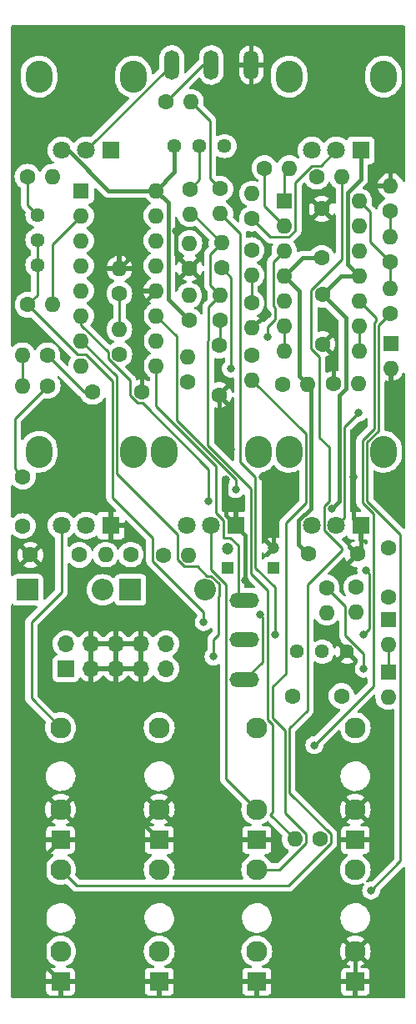
<source format=gbl>
G04 #@! TF.GenerationSoftware,KiCad,Pcbnew,7.0.2-0*
G04 #@! TF.CreationDate,2023-10-25T22:44:13+02:00*
G04 #@! TF.ProjectId,3340_vco,33333430-5f76-4636-9f2e-6b696361645f,rev?*
G04 #@! TF.SameCoordinates,Original*
G04 #@! TF.FileFunction,Copper,L2,Bot*
G04 #@! TF.FilePolarity,Positive*
%FSLAX46Y46*%
G04 Gerber Fmt 4.6, Leading zero omitted, Abs format (unit mm)*
G04 Created by KiCad (PCBNEW 7.0.2-0) date 2023-10-25 22:44:13*
%MOMM*%
%LPD*%
G01*
G04 APERTURE LIST*
G04 #@! TA.AperFunction,ComponentPad*
%ADD10R,1.600000X1.600000*%
G04 #@! TD*
G04 #@! TA.AperFunction,ComponentPad*
%ADD11O,1.600000X1.600000*%
G04 #@! TD*
G04 #@! TA.AperFunction,ComponentPad*
%ADD12C,1.600000*%
G04 #@! TD*
G04 #@! TA.AperFunction,ComponentPad*
%ADD13R,2.200000X2.200000*%
G04 #@! TD*
G04 #@! TA.AperFunction,ComponentPad*
%ADD14O,2.200000X2.200000*%
G04 #@! TD*
G04 #@! TA.AperFunction,ComponentPad*
%ADD15C,1.440000*%
G04 #@! TD*
G04 #@! TA.AperFunction,ComponentPad*
%ADD16R,1.200000X1.200000*%
G04 #@! TD*
G04 #@! TA.AperFunction,ComponentPad*
%ADD17C,1.200000*%
G04 #@! TD*
G04 #@! TA.AperFunction,ComponentPad*
%ADD18R,1.700000X1.700000*%
G04 #@! TD*
G04 #@! TA.AperFunction,ComponentPad*
%ADD19O,1.700000X1.700000*%
G04 #@! TD*
G04 #@! TA.AperFunction,ComponentPad*
%ADD20O,2.720000X3.240000*%
G04 #@! TD*
G04 #@! TA.AperFunction,ComponentPad*
%ADD21R,1.800000X1.800000*%
G04 #@! TD*
G04 #@! TA.AperFunction,ComponentPad*
%ADD22C,1.800000*%
G04 #@! TD*
G04 #@! TA.AperFunction,ComponentPad*
%ADD23O,1.500000X3.000000*%
G04 #@! TD*
G04 #@! TA.AperFunction,ComponentPad*
%ADD24O,3.000000X1.500000*%
G04 #@! TD*
G04 #@! TA.AperFunction,ComponentPad*
%ADD25R,1.930000X1.830000*%
G04 #@! TD*
G04 #@! TA.AperFunction,ComponentPad*
%ADD26C,2.130000*%
G04 #@! TD*
G04 #@! TA.AperFunction,ViaPad*
%ADD27C,0.800000*%
G04 #@! TD*
G04 #@! TA.AperFunction,Conductor*
%ADD28C,0.400000*%
G04 #@! TD*
G04 #@! TA.AperFunction,Conductor*
%ADD29C,0.250000*%
G04 #@! TD*
G04 APERTURE END LIST*
D10*
X230936800Y-43249000D03*
D11*
X230936800Y-45789000D03*
X230936800Y-48329000D03*
X230936800Y-50869000D03*
X230936800Y-53409000D03*
X230936800Y-55949000D03*
X230936800Y-58489000D03*
X238556800Y-58489000D03*
X238556800Y-55949000D03*
X238556800Y-53409000D03*
X238556800Y-50869000D03*
X238556800Y-48329000D03*
X238556800Y-45789000D03*
X238556800Y-43249000D03*
D12*
X235966000Y-61798200D03*
D11*
X238506000Y-61798200D03*
D12*
X218668600Y-79222600D03*
D11*
X221208600Y-79222600D03*
D12*
X224459800Y-42011600D03*
D11*
X224459800Y-44551600D03*
D12*
X227660200Y-45037801D03*
D11*
X227660200Y-42497801D03*
D13*
X215315800Y-82727800D03*
D14*
X222935800Y-82727800D03*
D12*
X221132400Y-61649400D03*
D11*
X221132400Y-59109400D03*
D12*
X221284800Y-55372000D03*
D11*
X221284800Y-52832000D03*
D12*
X224307400Y-62926600D03*
X224307400Y-57926600D03*
X204872799Y-53771799D03*
D11*
X207412799Y-53771799D03*
D10*
X210312000Y-42189400D03*
D11*
X210312000Y-44729400D03*
X210312000Y-47269400D03*
X210312000Y-49809400D03*
X210312000Y-52349400D03*
X210312000Y-54889400D03*
X210312000Y-57429400D03*
X210312000Y-59969400D03*
X217932000Y-59969400D03*
X217932000Y-57429400D03*
X217932000Y-54889400D03*
X217932000Y-52349400D03*
X217932000Y-49809400D03*
X217932000Y-47269400D03*
X217932000Y-44729400D03*
X217932000Y-42189400D03*
D12*
X233364400Y-79095600D03*
X238364400Y-79095600D03*
X238250000Y-82454999D03*
D11*
X238250000Y-84994999D03*
D12*
X227634800Y-58877200D03*
D11*
X227634800Y-61417200D03*
D15*
X232250000Y-89000000D03*
X234790000Y-89000000D03*
X237330000Y-89000000D03*
D12*
X230730000Y-61849000D03*
D11*
X233270000Y-61849000D03*
D12*
X241500000Y-83500000D03*
X241500000Y-78500000D03*
D16*
X225196400Y-80518000D03*
D17*
X225196400Y-78518000D03*
D12*
X204851000Y-40767000D03*
D11*
X207391000Y-40767000D03*
D10*
X241500000Y-85750000D03*
D11*
X241500000Y-88290000D03*
D16*
X229844600Y-80467200D03*
D17*
X229844600Y-78467200D03*
D12*
X221335600Y-42033400D03*
D11*
X221335600Y-44573400D03*
D12*
X216469600Y-62636400D03*
X211469600Y-62636400D03*
X234545000Y-108000000D03*
D11*
X232005000Y-108000000D03*
D12*
X241681000Y-54639001D03*
D11*
X241681000Y-52099001D03*
D12*
X215344800Y-79146400D03*
D11*
X212804800Y-79146400D03*
D12*
X235250000Y-82500000D03*
D11*
X235250000Y-85040000D03*
D12*
X241731800Y-44225000D03*
D11*
X241731800Y-41685000D03*
D15*
X205867000Y-44653200D03*
X205867000Y-47193200D03*
X205867000Y-49733200D03*
D10*
X241500000Y-91074314D03*
D11*
X241500000Y-93614314D03*
D10*
X241750000Y-57710000D03*
D11*
X241750000Y-60250000D03*
D12*
X227634800Y-53612200D03*
D11*
X227634800Y-56152200D03*
D12*
X205145000Y-79171800D03*
X210145000Y-79171800D03*
D18*
X208762600Y-90728800D03*
D19*
X208762600Y-88188800D03*
X211302600Y-90728800D03*
X211302600Y-88188800D03*
X213842600Y-90728800D03*
X213842600Y-88188800D03*
X216382600Y-90728800D03*
X216382600Y-88188800D03*
X218922600Y-90728800D03*
X218922600Y-88188800D03*
D12*
X227609400Y-48227400D03*
D11*
X227609400Y-50767400D03*
D12*
X236750000Y-93500000D03*
X231750000Y-93500000D03*
D13*
X204876400Y-82727800D03*
D14*
X212496400Y-82727800D03*
D12*
X224561400Y-50041601D03*
D11*
X224561400Y-47501601D03*
D12*
X206883000Y-58902600D03*
D11*
X204343000Y-58902600D03*
D12*
X221310200Y-50067000D03*
D11*
X221310200Y-47527000D03*
D12*
X228926600Y-39903400D03*
D11*
X231466600Y-39903400D03*
D12*
X204393800Y-76236200D03*
X204393800Y-71236200D03*
X241681000Y-49403000D03*
D11*
X241681000Y-46863000D03*
D15*
X219801600Y-37668200D03*
X222341600Y-37668200D03*
X224881600Y-37668200D03*
D12*
X206912000Y-62001400D03*
D11*
X204372000Y-62001400D03*
D12*
X224434400Y-55372000D03*
D11*
X224434400Y-52832000D03*
D12*
X218919000Y-33172400D03*
D11*
X221459000Y-33172400D03*
D20*
X206020000Y-68700000D03*
X215620000Y-68700000D03*
D21*
X213320000Y-76200000D03*
D22*
X210820000Y-76200000D03*
X208320000Y-76200000D03*
D23*
X227591700Y-29433700D03*
X223527700Y-29433700D03*
X219514500Y-29433700D03*
D12*
X214198200Y-58804601D03*
D11*
X214198200Y-56264601D03*
D20*
X206020000Y-30607000D03*
X215620000Y-30607000D03*
D21*
X213320000Y-38107000D03*
D22*
X210820000Y-38107000D03*
X208320000Y-38107000D03*
D24*
X226877700Y-91854100D03*
X226877700Y-87790100D03*
X226877700Y-83776900D03*
D25*
X218236800Y-108123200D03*
D26*
X218236800Y-96723200D03*
X218236800Y-105023200D03*
D20*
X218720000Y-68700000D03*
X228320000Y-68700000D03*
D21*
X226020000Y-76200000D03*
D22*
X223520000Y-76200000D03*
X221020000Y-76200000D03*
D25*
X238150400Y-108123200D03*
D26*
X238150400Y-96723200D03*
X238150400Y-105023200D03*
D12*
X234238800Y-40792400D03*
D11*
X236778800Y-40792400D03*
D12*
X234797600Y-57763200D03*
X234797600Y-52763200D03*
D25*
X208229200Y-122525000D03*
D26*
X208229200Y-111125000D03*
X208229200Y-119425000D03*
D20*
X231420000Y-68700000D03*
X241020000Y-68700000D03*
D21*
X238720000Y-76200000D03*
D22*
X236220000Y-76200000D03*
X233720000Y-76200000D03*
D12*
X214198200Y-52628800D03*
D11*
X214198200Y-50088800D03*
D20*
X231420000Y-30607000D03*
X241020000Y-30607000D03*
D21*
X238720000Y-38107000D03*
D22*
X236220000Y-38107000D03*
X233720000Y-38107000D03*
D25*
X238150400Y-122525000D03*
D26*
X238150400Y-111125000D03*
X238150400Y-119425000D03*
D25*
X228142800Y-108123200D03*
D26*
X228142800Y-96723200D03*
X228142800Y-105023200D03*
D12*
X234746800Y-49032800D03*
X234746800Y-44032800D03*
D25*
X228142800Y-122525000D03*
D26*
X228142800Y-111125000D03*
X228142800Y-119425000D03*
D25*
X208229200Y-108123200D03*
D26*
X208229200Y-96723200D03*
X208229200Y-105023200D03*
D25*
X218236800Y-122525000D03*
D26*
X218236800Y-111125000D03*
X218236800Y-119425000D03*
D27*
X238000000Y-71250000D03*
X224987701Y-71512299D03*
X225500000Y-68500000D03*
X219931500Y-46250000D03*
X227000000Y-81750000D03*
X228750000Y-71250000D03*
X229250000Y-54750000D03*
X227750000Y-37750000D03*
X215000000Y-47250000D03*
X235750000Y-74500000D03*
X226000000Y-72500000D03*
X223250000Y-73750000D03*
X222750000Y-86000000D03*
X225500000Y-60250000D03*
X238500000Y-64750000D03*
X230000000Y-87250000D03*
X239000000Y-90750000D03*
X223750000Y-89500000D03*
X239000000Y-87250000D03*
X239250000Y-80750000D03*
X239750000Y-113250000D03*
X234000000Y-98500000D03*
X229250000Y-57000000D03*
X228500000Y-85250000D03*
D28*
X232420000Y-75661522D02*
X232420000Y-78151200D01*
X219132000Y-53219200D02*
X221284800Y-55372000D01*
X232420000Y-78151200D02*
X233364400Y-79095600D01*
X233630000Y-74451522D02*
X232420000Y-75661522D01*
X232470001Y-61049001D02*
X232470001Y-52402201D01*
X232773000Y-49032800D02*
X230936800Y-50869000D01*
X219801600Y-37668200D02*
X219801600Y-40319800D01*
X234746800Y-49032800D02*
X232773000Y-49032800D01*
X232470001Y-52402201D02*
X230936800Y-50869000D01*
X219132000Y-43389400D02*
X219132000Y-53219200D01*
X213063922Y-42189400D02*
X208981522Y-38107000D01*
X233270000Y-61849000D02*
X232470001Y-61049001D01*
X233630000Y-62209000D02*
X233630000Y-74451522D01*
X219801600Y-40319800D02*
X217932000Y-42189400D01*
X217932000Y-42189400D02*
X213063922Y-42189400D01*
X217932000Y-42189400D02*
X219132000Y-43389400D01*
X218236800Y-108123200D02*
X216382600Y-106269000D01*
X226020000Y-76200000D02*
X227000000Y-77180000D01*
X206524508Y-120820308D02*
X208229200Y-122525000D01*
X235966000Y-61798200D02*
X235966000Y-58931600D01*
X229037000Y-54750000D02*
X227634800Y-56152200D01*
X215000000Y-47250000D02*
X215000000Y-49287000D01*
X208229200Y-108123200D02*
X206524508Y-109827892D01*
X215000000Y-49287000D02*
X214198200Y-50088800D01*
X227591700Y-37591700D02*
X227591700Y-29433700D01*
X229844600Y-78467200D02*
X229844600Y-72344600D01*
X229250000Y-54750000D02*
X229037000Y-54750000D01*
X225500000Y-68500000D02*
X224307400Y-67307400D01*
X224307400Y-67307400D02*
X224307400Y-62926600D01*
X216382600Y-106269000D02*
X216382600Y-90728800D01*
X238150400Y-122525000D02*
X238150400Y-119425000D01*
X224987701Y-75167701D02*
X224987701Y-71512299D01*
X216469600Y-53811800D02*
X216469600Y-62636400D01*
X238720000Y-76200000D02*
X238000000Y-75480000D01*
X217932000Y-52349400D02*
X216469600Y-53811800D01*
X238720000Y-76200000D02*
X238720000Y-78740000D01*
X238000000Y-75480000D02*
X238000000Y-71250000D01*
X235966000Y-58931600D02*
X234797600Y-57763200D01*
X227000000Y-77180000D02*
X227000000Y-81750000D01*
X221310200Y-50067000D02*
X219931500Y-48688300D01*
X206524508Y-109827892D02*
X206524508Y-120820308D01*
X229844600Y-72344600D02*
X228750000Y-71250000D01*
X219931500Y-48688300D02*
X219931500Y-46250000D01*
X226020000Y-76200000D02*
X224987701Y-75167701D01*
X227750000Y-37750000D02*
X227591700Y-37591700D01*
X238720000Y-41030000D02*
X238720000Y-38107000D01*
X237356800Y-49669000D02*
X237356800Y-42393200D01*
X238556800Y-50869000D02*
X237356800Y-49669000D01*
X236500000Y-62961257D02*
X236500000Y-73750000D01*
X238556800Y-50869000D02*
X236691800Y-50869000D01*
X234797600Y-52763200D02*
X237166000Y-55131600D01*
X237166000Y-55131600D02*
X237166000Y-62295257D01*
X237166000Y-62295257D02*
X236500000Y-62961257D01*
X237356800Y-42393200D02*
X238720000Y-41030000D01*
X236691800Y-50869000D02*
X234797600Y-52763200D01*
X236500000Y-73750000D02*
X235750000Y-74500000D01*
D29*
X224434400Y-55372000D02*
X224434400Y-57799600D01*
X210616800Y-62636400D02*
X211469600Y-62636400D01*
X206883000Y-58902600D02*
X210616800Y-62636400D01*
X226000000Y-71500000D02*
X226000000Y-72500000D01*
X220007400Y-65507400D02*
X226000000Y-71500000D01*
X217932000Y-54889400D02*
X220007400Y-56964800D01*
X220007400Y-56964800D02*
X220007400Y-65507400D01*
X203593801Y-70436201D02*
X203593801Y-65319599D01*
X204393800Y-71236200D02*
X203593801Y-70436201D01*
X203593801Y-65319599D02*
X206912000Y-62001400D01*
X216003609Y-63761400D02*
X216511400Y-63761400D01*
X213073200Y-59270592D02*
X215250000Y-61447392D01*
X210312000Y-55838409D02*
X213073200Y-58599609D01*
X210312000Y-54889400D02*
X210312000Y-55838409D01*
X241500000Y-91074314D02*
X241500000Y-88290000D01*
X213073200Y-58599609D02*
X213073200Y-59270592D01*
X216511400Y-63761400D02*
X223250000Y-70500000D01*
X215250000Y-61447392D02*
X215250000Y-63007791D01*
X215250000Y-63007791D02*
X216003609Y-63761400D01*
X223250000Y-70500000D02*
X223250000Y-73750000D01*
X204851000Y-43637200D02*
X205867000Y-44653200D01*
X204851000Y-40767000D02*
X204851000Y-43637200D01*
X209945400Y-58844400D02*
X204872799Y-53771799D01*
X210777991Y-58844400D02*
X209945400Y-58844400D01*
X217543600Y-77438591D02*
X213485000Y-73379991D01*
X222750000Y-86000000D02*
X222750000Y-85000000D01*
X205867000Y-49733200D02*
X205867000Y-52777598D01*
X222750000Y-85000000D02*
X217543600Y-79793600D01*
X213485000Y-73379991D02*
X213485000Y-61551409D01*
X217543600Y-79793600D02*
X217543600Y-77438591D01*
X213485000Y-61551409D02*
X210777991Y-58844400D01*
X205867000Y-52777598D02*
X204872799Y-53771799D01*
X205867000Y-47193200D02*
X205867000Y-49733200D01*
X210312000Y-44729400D02*
X207412799Y-47628601D01*
X207412799Y-47628601D02*
X207412799Y-53771799D01*
X222341600Y-41027400D02*
X221335600Y-42033400D01*
X222341600Y-37668200D02*
X222341600Y-41027400D01*
X232005000Y-108000000D02*
X229532800Y-105527800D01*
X221459000Y-33172400D02*
X223386600Y-35100000D01*
X229772940Y-96387583D02*
X229250000Y-95864643D01*
X223250000Y-54016400D02*
X224434400Y-52832000D01*
X229250000Y-95864643D02*
X229250000Y-82750000D01*
X224561400Y-47501601D02*
X221633199Y-44573400D01*
X227550000Y-72413604D02*
X223182400Y-68046004D01*
X229772940Y-105287660D02*
X229772940Y-96387583D01*
X223436400Y-51834000D02*
X223436400Y-48626601D01*
X229250000Y-82750000D02*
X227550000Y-81050000D01*
X224434400Y-52832000D02*
X223436400Y-51834000D01*
X229532800Y-105527800D02*
X229772940Y-105287660D01*
X223386600Y-35100000D02*
X223386600Y-40938400D01*
X223182400Y-68046004D02*
X223182400Y-57460609D01*
X223250000Y-57393009D02*
X223250000Y-54016400D01*
X223436400Y-48626601D02*
X224561400Y-47501601D01*
X223386600Y-40938400D02*
X224459800Y-42011600D01*
X223182400Y-57460609D02*
X223250000Y-57393009D01*
X227550000Y-81050000D02*
X227550000Y-72413604D01*
X217932000Y-64068396D02*
X224000000Y-70136396D01*
X224745000Y-75692588D02*
X224745000Y-77425000D01*
X224745000Y-77425000D02*
X225425000Y-77425000D01*
X224000000Y-74947588D02*
X224745000Y-75692588D01*
X225425000Y-77425000D02*
X226250000Y-78250000D01*
X224000000Y-70136396D02*
X224000000Y-74947588D01*
X217932000Y-59969400D02*
X217932000Y-64068396D01*
X226250000Y-78250000D02*
X226250000Y-83149200D01*
X237025000Y-75395000D02*
X237025000Y-66225000D01*
X224561400Y-50041601D02*
X225559400Y-51039601D01*
X237025000Y-66225000D02*
X238500000Y-64750000D01*
X236220000Y-76200000D02*
X237025000Y-75395000D01*
X225559400Y-51039601D02*
X225559400Y-60190600D01*
X225559400Y-60190600D02*
X225500000Y-60250000D01*
X222657700Y-29433700D02*
X223527700Y-29433700D01*
X218919000Y-33172400D02*
X222657700Y-29433700D01*
X229536399Y-46914000D02*
X227660200Y-45037801D01*
X231402791Y-46914000D02*
X229536399Y-46914000D01*
X232061800Y-46254991D02*
X231402791Y-46914000D01*
X234659600Y-39667400D02*
X233772809Y-39667400D01*
X233772809Y-39667400D02*
X232061800Y-41378409D01*
X232061800Y-41378409D02*
X232061800Y-46254991D01*
X236220000Y-38107000D02*
X234659600Y-39667400D01*
X226450000Y-46541800D02*
X224459800Y-44551600D01*
X228000000Y-71250000D02*
X226450000Y-69700000D01*
X226450000Y-69700000D02*
X226450000Y-46541800D01*
X228000000Y-80472600D02*
X228000000Y-71250000D01*
X230000000Y-87250000D02*
X230000000Y-82472600D01*
X230000000Y-82472600D02*
X228000000Y-80472600D01*
X204343000Y-58902600D02*
X204343000Y-61972400D01*
X241731800Y-44225000D02*
X241731800Y-46812200D01*
X239681800Y-47403800D02*
X241681000Y-49403000D01*
X241681000Y-52099001D02*
X241681000Y-49403000D01*
X238556800Y-43249000D02*
X239681800Y-44374000D01*
X239681800Y-44374000D02*
X239681800Y-47403800D01*
X237125000Y-87317146D02*
X239000000Y-89192146D01*
X235250000Y-82500000D02*
X237125000Y-84375000D01*
X237125000Y-84375000D02*
X237125000Y-87317146D01*
X239000000Y-89192146D02*
X239000000Y-90750000D01*
X228926600Y-43778800D02*
X228926600Y-39903400D01*
X230936800Y-45789000D02*
X228926600Y-43778800D01*
X238556800Y-58489000D02*
X238556800Y-55949000D01*
X214198200Y-52628800D02*
X214198200Y-56264601D01*
X227609400Y-50767400D02*
X227609400Y-53586800D01*
X230936800Y-58489000D02*
X230936800Y-55949000D01*
X219493300Y-29433700D02*
X210820000Y-38107000D01*
X223750000Y-87775305D02*
X224250000Y-87275305D01*
X224360800Y-83318055D02*
X224360800Y-82137545D01*
X224250000Y-87275305D02*
X224250000Y-83428855D01*
X213935000Y-61052400D02*
X210312000Y-57429400D01*
X223052800Y-81302800D02*
X222097600Y-80347600D01*
X223750000Y-89500000D02*
X223750000Y-87775305D01*
X220742609Y-80347600D02*
X220083600Y-79688591D01*
X223526055Y-81302800D02*
X223052800Y-81302800D01*
X222097600Y-80347600D02*
X220742609Y-80347600D01*
X224250000Y-83428855D02*
X224360800Y-83318055D01*
X220083600Y-77083600D02*
X213935000Y-70935000D01*
X224360800Y-82137545D02*
X223526055Y-81302800D01*
X213935000Y-70935000D02*
X213935000Y-61052400D01*
X220083600Y-79688591D02*
X220083600Y-77083600D01*
X205250000Y-86000000D02*
X205250000Y-93744000D01*
X208320000Y-76200000D02*
X208320000Y-82930000D01*
X208320000Y-82930000D02*
X205250000Y-86000000D01*
X205250000Y-93744000D02*
X208229200Y-96723200D01*
X239550000Y-86700000D02*
X239000000Y-87250000D01*
X239250000Y-80750000D02*
X239550000Y-81050000D01*
X239550000Y-81050000D02*
X239550000Y-86700000D01*
X230470991Y-111125000D02*
X228142800Y-111125000D01*
X231075000Y-91234009D02*
X229750000Y-92559009D01*
X231000000Y-96978247D02*
X231000000Y-105404009D01*
X233130000Y-108465991D02*
X230470991Y-111125000D01*
X233130000Y-107534009D02*
X233130000Y-108465991D01*
X229750000Y-95728247D02*
X231000000Y-96978247D01*
X227634800Y-61417200D02*
X233105000Y-66887400D01*
X231075000Y-75928652D02*
X231075000Y-91234009D01*
X233105000Y-73898652D02*
X231075000Y-75928652D01*
X233105000Y-66887400D02*
X233105000Y-73898652D01*
X231000000Y-105404009D02*
X233130000Y-107534009D01*
X229750000Y-92559009D02*
X229750000Y-95728247D01*
X239335000Y-73698604D02*
X242750000Y-77113604D01*
X240500000Y-66577050D02*
X239335000Y-67742050D01*
X241681000Y-54639001D02*
X240500000Y-55820001D01*
X240500000Y-55820001D02*
X240500000Y-66577050D01*
X239335000Y-67742050D02*
X239335000Y-73698604D01*
X242750000Y-110250000D02*
X239750000Y-113250000D01*
X242750000Y-77113604D02*
X242750000Y-110250000D01*
X235500000Y-73724695D02*
X234995000Y-74229695D01*
X209854200Y-112750000D02*
X208229200Y-111125000D01*
X233295000Y-94946851D02*
X231450000Y-96791851D01*
X234995000Y-74229695D02*
X234995000Y-76707412D01*
X233672600Y-52297209D02*
X233672600Y-58229191D01*
X234995000Y-76707412D02*
X236787588Y-78500000D01*
X235500000Y-68250000D02*
X235500000Y-73724695D01*
X236778800Y-40792400D02*
X236778800Y-49191009D01*
X233672600Y-58229191D02*
X234500000Y-59056591D01*
X234500000Y-59056591D02*
X234500000Y-67250000D01*
X235670000Y-107534009D02*
X235670000Y-108465991D01*
X236787588Y-78500000D02*
X236787588Y-78712412D01*
X231450000Y-103314009D02*
X235670000Y-107534009D01*
X235670000Y-108465991D02*
X231385991Y-112750000D01*
X233295000Y-82205000D02*
X233295000Y-94946851D01*
X231450000Y-96791851D02*
X231450000Y-103314009D01*
X234500000Y-67250000D02*
X235500000Y-68250000D01*
X231385991Y-112750000D02*
X209854200Y-112750000D01*
X236778800Y-49191009D02*
X233672600Y-52297209D01*
X236787588Y-78712412D02*
X233295000Y-82205000D01*
X240000000Y-75000000D02*
X240000000Y-92500000D01*
X240000000Y-92500000D02*
X234000000Y-98500000D01*
X238556800Y-53409000D02*
X240250000Y-55102200D01*
X238885000Y-73885000D02*
X240000000Y-75000000D01*
X240250000Y-55102200D02*
X240250000Y-55433605D01*
X238885000Y-67555654D02*
X238885000Y-73885000D01*
X240050000Y-55633605D02*
X240050000Y-66390654D01*
X240250000Y-55433605D02*
X240050000Y-55633605D01*
X240050000Y-66390654D02*
X238885000Y-67555654D01*
X225052700Y-101933100D02*
X228142800Y-105023200D01*
X223520000Y-76200000D02*
X223520000Y-80660349D01*
X223520000Y-80660349D02*
X225052700Y-82193049D01*
X225052700Y-82193049D02*
X225052700Y-101933100D01*
X230936800Y-40433200D02*
X231466600Y-39903400D01*
X230936800Y-43249000D02*
X230936800Y-40433200D01*
X230000000Y-55294809D02*
X229250000Y-56044809D01*
X230000000Y-54063191D02*
X230000000Y-55294809D01*
X229811800Y-49454000D02*
X229811800Y-53874991D01*
X230936800Y-48329000D02*
X229811800Y-49454000D01*
X229250000Y-56044809D02*
X229250000Y-57000000D01*
X229811800Y-53874991D02*
X230000000Y-54063191D01*
X228702700Y-90029100D02*
X226877700Y-91854100D01*
X228500000Y-85250000D02*
X228702700Y-85452700D01*
X228702700Y-85452700D02*
X228702700Y-90029100D01*
G04 #@! TA.AperFunction,Conductor*
G36*
X208095802Y-61001072D02*
G01*
X208106060Y-61010250D01*
X210115997Y-63020187D01*
X210128898Y-63036289D01*
X210131012Y-63038274D01*
X210131014Y-63038277D01*
X210170907Y-63075739D01*
X210180040Y-63084316D01*
X210182836Y-63087026D01*
X210202330Y-63106520D01*
X210205415Y-63108913D01*
X210205501Y-63108980D01*
X210214373Y-63116558D01*
X210257636Y-63157184D01*
X210257230Y-63157615D01*
X210295309Y-63195910D01*
X210298684Y-63202609D01*
X210316916Y-63241707D01*
X210339033Y-63289136D01*
X210469553Y-63475540D01*
X210630459Y-63636446D01*
X210816864Y-63766967D01*
X210816865Y-63766967D01*
X210816866Y-63766968D01*
X211023104Y-63863139D01*
X211242908Y-63922035D01*
X211394036Y-63935256D01*
X211469599Y-63941868D01*
X211469599Y-63941867D01*
X211469600Y-63941868D01*
X211696292Y-63922035D01*
X211916096Y-63863139D01*
X212122334Y-63766968D01*
X212308739Y-63636447D01*
X212469647Y-63475539D01*
X212600168Y-63289134D01*
X212623118Y-63239915D01*
X212669290Y-63187478D01*
X212736484Y-63168326D01*
X212803365Y-63188542D01*
X212848699Y-63241707D01*
X212859500Y-63292322D01*
X212859500Y-73297247D01*
X212857235Y-73317757D01*
X212859439Y-73387863D01*
X212859500Y-73391758D01*
X212859500Y-73419341D01*
X212859988Y-73423210D01*
X212859989Y-73423216D01*
X212860004Y-73423334D01*
X212860918Y-73434958D01*
X212862290Y-73478617D01*
X212867879Y-73497851D01*
X212871825Y-73516907D01*
X212874335Y-73536783D01*
X212890414Y-73577395D01*
X212894197Y-73588442D01*
X212906382Y-73630382D01*
X212916580Y-73647626D01*
X212925136Y-73665091D01*
X212932514Y-73683723D01*
X212932515Y-73683724D01*
X212958180Y-73719050D01*
X212964593Y-73728813D01*
X212986826Y-73766407D01*
X212986829Y-73766410D01*
X212986830Y-73766411D01*
X213000995Y-73780576D01*
X213013627Y-73795366D01*
X213025406Y-73811578D01*
X213059058Y-73839417D01*
X213067699Y-73847280D01*
X213808738Y-74588319D01*
X213842223Y-74649642D01*
X213837239Y-74719334D01*
X213795367Y-74775267D01*
X213729903Y-74799684D01*
X213721057Y-74800000D01*
X213570000Y-74800000D01*
X213570000Y-75764498D01*
X213462315Y-75715320D01*
X213355763Y-75700000D01*
X213284237Y-75700000D01*
X213177685Y-75715320D01*
X213070000Y-75764498D01*
X213070000Y-74800000D01*
X212375482Y-74800000D01*
X212368867Y-74800354D01*
X212312628Y-74806400D01*
X212177910Y-74856647D01*
X212062811Y-74942811D01*
X211976646Y-75057913D01*
X211958319Y-75107048D01*
X211916447Y-75162981D01*
X211850982Y-75187397D01*
X211782710Y-75172544D01*
X211765980Y-75161569D01*
X211588626Y-75023530D01*
X211384503Y-74913064D01*
X211384499Y-74913062D01*
X211384498Y-74913062D01*
X211164984Y-74837702D01*
X210977398Y-74806400D01*
X210936049Y-74799500D01*
X210703951Y-74799500D01*
X210674503Y-74804414D01*
X210475015Y-74837702D01*
X210255501Y-74913062D01*
X210255497Y-74913063D01*
X210255497Y-74913064D01*
X210186203Y-74950564D01*
X210051372Y-75023531D01*
X209868215Y-75166087D01*
X209753272Y-75290950D01*
X209711021Y-75336847D01*
X209711021Y-75336848D01*
X209673809Y-75393805D01*
X209620662Y-75439161D01*
X209551431Y-75448585D01*
X209488095Y-75419083D01*
X209466191Y-75393805D01*
X209447703Y-75365507D01*
X209428979Y-75336847D01*
X209271784Y-75166087D01*
X209088626Y-75023530D01*
X208884503Y-74913064D01*
X208884499Y-74913062D01*
X208884498Y-74913062D01*
X208664984Y-74837702D01*
X208477398Y-74806400D01*
X208436049Y-74799500D01*
X208203951Y-74799500D01*
X208174503Y-74804414D01*
X207975015Y-74837702D01*
X207755501Y-74913062D01*
X207755497Y-74913063D01*
X207755497Y-74913064D01*
X207686203Y-74950564D01*
X207551372Y-75023531D01*
X207368215Y-75166087D01*
X207211020Y-75336848D01*
X207084076Y-75531150D01*
X206990844Y-75743696D01*
X206990842Y-75743700D01*
X206990843Y-75743700D01*
X206935763Y-75961206D01*
X206933865Y-75968700D01*
X206914699Y-76200000D01*
X206933865Y-76431299D01*
X206933865Y-76431301D01*
X206933866Y-76431305D01*
X206982905Y-76624952D01*
X206990844Y-76656303D01*
X207058206Y-76809872D01*
X207084076Y-76868849D01*
X207211021Y-77063153D01*
X207368216Y-77233913D01*
X207551374Y-77376470D01*
X207583861Y-77394051D01*
X207629518Y-77418760D01*
X207679108Y-77467979D01*
X207694500Y-77527814D01*
X207694500Y-82619546D01*
X207674815Y-82686585D01*
X207658181Y-82707227D01*
X206688580Y-83676827D01*
X206627257Y-83710312D01*
X206557565Y-83705328D01*
X206501632Y-83663456D01*
X206477215Y-83597992D01*
X206476899Y-83589170D01*
X206476899Y-81579928D01*
X206470491Y-81520317D01*
X206420196Y-81385469D01*
X206333946Y-81270254D01*
X206218731Y-81184004D01*
X206083883Y-81133709D01*
X206083883Y-81133708D01*
X206027566Y-81127654D01*
X206027565Y-81127653D01*
X206024273Y-81127300D01*
X206020950Y-81127300D01*
X203731839Y-81127300D01*
X203731820Y-81127300D01*
X203728528Y-81127301D01*
X203725248Y-81127653D01*
X203725240Y-81127654D01*
X203668915Y-81133709D01*
X203534069Y-81184004D01*
X203404582Y-81280938D01*
X203403197Y-81279088D01*
X203367832Y-81305562D01*
X203298141Y-81310546D01*
X203236818Y-81277060D01*
X203203334Y-81215737D01*
X203200500Y-81189380D01*
X203200500Y-79171800D01*
X203840033Y-79171800D01*
X203859858Y-79398402D01*
X203918733Y-79618126D01*
X204014866Y-79824284D01*
X204065972Y-79897271D01*
X204065974Y-79897272D01*
X204747046Y-79216199D01*
X204759835Y-79296948D01*
X204817359Y-79409845D01*
X204906955Y-79499441D01*
X205019852Y-79556965D01*
X205100599Y-79569753D01*
X204419526Y-80250825D01*
X204419526Y-80250826D01*
X204492515Y-80301933D01*
X204698673Y-80398066D01*
X204918397Y-80456941D01*
X205145000Y-80476766D01*
X205371602Y-80456941D01*
X205591326Y-80398066D01*
X205797480Y-80301934D01*
X205870472Y-80250825D01*
X205189401Y-79569753D01*
X205270148Y-79556965D01*
X205383045Y-79499441D01*
X205472641Y-79409845D01*
X205530165Y-79296948D01*
X205542953Y-79216200D01*
X206224025Y-79897272D01*
X206275134Y-79824280D01*
X206371266Y-79618126D01*
X206430141Y-79398402D01*
X206449966Y-79171799D01*
X206430141Y-78945197D01*
X206371266Y-78725473D01*
X206275133Y-78519315D01*
X206224025Y-78446326D01*
X205542953Y-79127398D01*
X205530165Y-79046652D01*
X205472641Y-78933755D01*
X205383045Y-78844159D01*
X205270148Y-78786635D01*
X205189400Y-78773846D01*
X205870472Y-78092774D01*
X205870471Y-78092772D01*
X205797484Y-78041666D01*
X205591326Y-77945533D01*
X205371602Y-77886658D01*
X205145000Y-77866833D01*
X204918397Y-77886658D01*
X204698672Y-77945533D01*
X204492516Y-78041665D01*
X204419527Y-78092773D01*
X204419526Y-78092773D01*
X205100600Y-78773846D01*
X205019852Y-78786635D01*
X204906955Y-78844159D01*
X204817359Y-78933755D01*
X204759835Y-79046652D01*
X204747046Y-79127399D01*
X204065973Y-78446326D01*
X204065973Y-78446327D01*
X204014865Y-78519316D01*
X203918733Y-78725472D01*
X203859858Y-78945197D01*
X203840033Y-79171800D01*
X203200500Y-79171800D01*
X203200500Y-77181448D01*
X203220185Y-77114409D01*
X203272989Y-77068654D01*
X203342147Y-77058710D01*
X203405703Y-77087735D01*
X203412167Y-77093753D01*
X203489371Y-77170957D01*
X203554663Y-77236249D01*
X203741064Y-77366767D01*
X203741065Y-77366767D01*
X203741066Y-77366768D01*
X203947304Y-77462939D01*
X204167108Y-77521835D01*
X204393800Y-77541668D01*
X204620492Y-77521835D01*
X204840296Y-77462939D01*
X205046534Y-77366768D01*
X205232939Y-77236247D01*
X205393847Y-77075339D01*
X205524368Y-76888934D01*
X205620539Y-76682696D01*
X205679435Y-76462892D01*
X205699268Y-76236200D01*
X205679435Y-76009508D01*
X205620539Y-75789704D01*
X205524368Y-75583466D01*
X205518879Y-75575626D01*
X205393846Y-75397059D01*
X205232940Y-75236153D01*
X205046535Y-75105632D01*
X204840297Y-75009461D01*
X204620489Y-74950564D01*
X204393800Y-74930731D01*
X204167110Y-74950564D01*
X203947302Y-75009461D01*
X203741064Y-75105632D01*
X203554663Y-75236150D01*
X203412181Y-75378632D01*
X203350858Y-75412116D01*
X203281166Y-75407132D01*
X203225233Y-75365260D01*
X203200816Y-75299796D01*
X203200500Y-75290950D01*
X203200500Y-72181448D01*
X203220185Y-72114409D01*
X203272989Y-72068654D01*
X203342147Y-72058710D01*
X203405703Y-72087735D01*
X203412167Y-72093753D01*
X203490127Y-72171713D01*
X203554663Y-72236249D01*
X203741064Y-72366767D01*
X203741065Y-72366767D01*
X203741066Y-72366768D01*
X203947304Y-72462939D01*
X204167108Y-72521835D01*
X204393800Y-72541668D01*
X204620492Y-72521835D01*
X204840296Y-72462939D01*
X205046534Y-72366768D01*
X205232939Y-72236247D01*
X205393847Y-72075339D01*
X205524368Y-71888934D01*
X205620539Y-71682696D01*
X205679435Y-71462892D01*
X205699268Y-71236200D01*
X205679435Y-71009508D01*
X205668123Y-70967290D01*
X205669786Y-70897443D01*
X205708948Y-70839580D01*
X205773176Y-70812075D01*
X205810421Y-70813260D01*
X205815971Y-70814286D01*
X206033698Y-70822242D01*
X206088130Y-70824232D01*
X206088130Y-70824231D01*
X206088131Y-70824232D01*
X206358839Y-70794446D01*
X206622326Y-70725562D01*
X206872975Y-70619047D01*
X207105444Y-70477173D01*
X207314779Y-70302963D01*
X207496518Y-70100131D01*
X207646788Y-69872998D01*
X207762386Y-69626406D01*
X207840847Y-69365611D01*
X207880500Y-69096171D01*
X207880500Y-68372000D01*
X207865597Y-68168384D01*
X207820830Y-67967419D01*
X207806383Y-67902561D01*
X207776042Y-67823232D01*
X207709093Y-67648186D01*
X207575804Y-67410690D01*
X207468023Y-67271110D01*
X207409354Y-67195130D01*
X207213295Y-67006105D01*
X206991800Y-66847640D01*
X206749602Y-66723117D01*
X206749598Y-66723115D01*
X206749597Y-66723115D01*
X206606913Y-66674438D01*
X206491836Y-66635179D01*
X206224029Y-66585713D01*
X205951869Y-66575767D01*
X205681162Y-66605553D01*
X205417674Y-66674438D01*
X205167024Y-66780953D01*
X204934556Y-66922826D01*
X204725223Y-67097035D01*
X204725221Y-67097037D01*
X204704387Y-67120289D01*
X204543480Y-67299871D01*
X204500030Y-67365547D01*
X204446715Y-67446130D01*
X204393310Y-67491180D01*
X204324025Y-67500204D01*
X204260861Y-67470337D01*
X204223870Y-67411062D01*
X204219301Y-67377711D01*
X204219301Y-65630051D01*
X204238986Y-65563012D01*
X204255620Y-65542370D01*
X205375966Y-64422024D01*
X206497178Y-63300811D01*
X206558499Y-63267328D01*
X206616951Y-63268719D01*
X206685308Y-63287035D01*
X206912000Y-63306868D01*
X207138692Y-63287035D01*
X207358496Y-63228139D01*
X207564734Y-63131968D01*
X207751139Y-63001447D01*
X207912047Y-62840539D01*
X208042568Y-62654134D01*
X208138739Y-62447896D01*
X208197635Y-62228092D01*
X208217468Y-62001400D01*
X208215916Y-61983666D01*
X208199608Y-61797259D01*
X208197635Y-61774708D01*
X208138739Y-61554904D01*
X208042568Y-61348666D01*
X208040515Y-61345734D01*
X207916804Y-61169054D01*
X207894477Y-61102848D01*
X207911487Y-61035080D01*
X207962436Y-60987268D01*
X208031146Y-60974590D01*
X208095802Y-61001072D01*
G37*
G04 #@! TD.AperFunction*
G04 #@! TA.AperFunction,Conductor*
G36*
X213383107Y-90518956D02*
G01*
X213342600Y-90656911D01*
X213342600Y-90800689D01*
X213383107Y-90938644D01*
X213408914Y-90978800D01*
X211736286Y-90978800D01*
X211762093Y-90938644D01*
X211802600Y-90800689D01*
X211802600Y-90656911D01*
X211762093Y-90518956D01*
X211736286Y-90478800D01*
X213408914Y-90478800D01*
X213383107Y-90518956D01*
G37*
G04 #@! TD.AperFunction*
G04 #@! TA.AperFunction,Conductor*
G36*
X215923107Y-90518956D02*
G01*
X215882600Y-90656911D01*
X215882600Y-90800689D01*
X215923107Y-90938644D01*
X215948914Y-90978800D01*
X214276286Y-90978800D01*
X214302093Y-90938644D01*
X214342600Y-90800689D01*
X214342600Y-90656911D01*
X214302093Y-90518956D01*
X214276286Y-90478800D01*
X215948914Y-90478800D01*
X215923107Y-90518956D01*
G37*
G04 #@! TD.AperFunction*
G04 #@! TA.AperFunction,Conductor*
G36*
X211552600Y-90293298D02*
G01*
X211444915Y-90244120D01*
X211338363Y-90228800D01*
X211266837Y-90228800D01*
X211160285Y-90244120D01*
X211052600Y-90293298D01*
X211052600Y-88624301D01*
X211160285Y-88673480D01*
X211266837Y-88688800D01*
X211338363Y-88688800D01*
X211444915Y-88673480D01*
X211552600Y-88624301D01*
X211552600Y-90293298D01*
G37*
G04 #@! TD.AperFunction*
G04 #@! TA.AperFunction,Conductor*
G36*
X214092600Y-90293298D02*
G01*
X213984915Y-90244120D01*
X213878363Y-90228800D01*
X213806837Y-90228800D01*
X213700285Y-90244120D01*
X213592600Y-90293298D01*
X213592600Y-88624301D01*
X213700285Y-88673480D01*
X213806837Y-88688800D01*
X213878363Y-88688800D01*
X213984915Y-88673480D01*
X214092600Y-88624301D01*
X214092600Y-90293298D01*
G37*
G04 #@! TD.AperFunction*
G04 #@! TA.AperFunction,Conductor*
G36*
X216632600Y-90293298D02*
G01*
X216524915Y-90244120D01*
X216418363Y-90228800D01*
X216346837Y-90228800D01*
X216240285Y-90244120D01*
X216132600Y-90293298D01*
X216132600Y-88624301D01*
X216240285Y-88673480D01*
X216346837Y-88688800D01*
X216418363Y-88688800D01*
X216524915Y-88673480D01*
X216632600Y-88624301D01*
X216632600Y-90293298D01*
G37*
G04 #@! TD.AperFunction*
G04 #@! TA.AperFunction,Conductor*
G36*
X213383107Y-87978956D02*
G01*
X213342600Y-88116911D01*
X213342600Y-88260689D01*
X213383107Y-88398644D01*
X213408914Y-88438800D01*
X211736286Y-88438800D01*
X211762093Y-88398644D01*
X211802600Y-88260689D01*
X211802600Y-88116911D01*
X211762093Y-87978956D01*
X211736286Y-87938800D01*
X213408914Y-87938800D01*
X213383107Y-87978956D01*
G37*
G04 #@! TD.AperFunction*
G04 #@! TA.AperFunction,Conductor*
G36*
X215923107Y-87978956D02*
G01*
X215882600Y-88116911D01*
X215882600Y-88260689D01*
X215923107Y-88398644D01*
X215948914Y-88438800D01*
X214276286Y-88438800D01*
X214302093Y-88398644D01*
X214342600Y-88260689D01*
X214342600Y-88116911D01*
X214302093Y-87978956D01*
X214276286Y-87938800D01*
X215948914Y-87938800D01*
X215923107Y-87978956D01*
G37*
G04 #@! TD.AperFunction*
G04 #@! TA.AperFunction,Conductor*
G36*
X214925203Y-75705229D02*
G01*
X214931666Y-75711247D01*
X215920419Y-76700000D01*
X216881781Y-77661362D01*
X216915266Y-77722685D01*
X216918100Y-77749043D01*
X216918100Y-79710856D01*
X216915835Y-79731366D01*
X216918039Y-79801472D01*
X216918100Y-79805367D01*
X216918100Y-79832950D01*
X216918588Y-79836819D01*
X216918589Y-79836825D01*
X216918604Y-79836943D01*
X216919518Y-79848567D01*
X216920890Y-79892226D01*
X216925398Y-79907740D01*
X216925621Y-79908509D01*
X216926479Y-79911460D01*
X216930425Y-79930516D01*
X216932935Y-79950392D01*
X216949014Y-79991004D01*
X216952797Y-80002051D01*
X216964982Y-80043991D01*
X216975180Y-80061235D01*
X216983736Y-80078700D01*
X216991114Y-80097332D01*
X216991115Y-80097333D01*
X217016780Y-80132659D01*
X217023193Y-80142422D01*
X217045426Y-80180016D01*
X217045429Y-80180019D01*
X217045430Y-80180020D01*
X217059595Y-80194185D01*
X217072227Y-80208975D01*
X217084006Y-80225187D01*
X217117658Y-80253026D01*
X217126299Y-80260889D01*
X222083850Y-85218440D01*
X222117335Y-85279763D01*
X222112351Y-85349455D01*
X222088320Y-85389093D01*
X222017464Y-85467786D01*
X221922820Y-85631715D01*
X221864326Y-85811742D01*
X221844540Y-86000000D01*
X221864326Y-86188257D01*
X221922820Y-86368284D01*
X222017466Y-86532216D01*
X222144129Y-86672889D01*
X222297269Y-86784151D01*
X222470197Y-86861144D01*
X222655352Y-86900500D01*
X222655354Y-86900500D01*
X222844648Y-86900500D01*
X222968083Y-86874262D01*
X223029803Y-86861144D01*
X223202730Y-86784151D01*
X223355871Y-86672888D01*
X223408350Y-86614603D01*
X223467836Y-86577955D01*
X223537693Y-86579285D01*
X223595742Y-86618172D01*
X223623552Y-86682268D01*
X223624500Y-86697576D01*
X223624500Y-86964852D01*
X223604815Y-87031891D01*
X223588181Y-87052533D01*
X223366211Y-87274502D01*
X223350112Y-87287400D01*
X223302097Y-87338529D01*
X223299393Y-87341320D01*
X223282628Y-87358085D01*
X223282621Y-87358092D01*
X223279880Y-87360834D01*
X223277499Y-87363902D01*
X223277490Y-87363913D01*
X223277411Y-87364016D01*
X223269842Y-87372877D01*
X223239935Y-87404725D01*
X223230285Y-87422279D01*
X223219609Y-87438533D01*
X223207326Y-87454368D01*
X223189975Y-87494463D01*
X223184838Y-87504949D01*
X223163802Y-87543212D01*
X223158821Y-87562614D01*
X223152520Y-87581016D01*
X223144561Y-87599407D01*
X223137728Y-87642547D01*
X223135360Y-87653979D01*
X223124500Y-87696282D01*
X223124500Y-87716321D01*
X223122973Y-87735719D01*
X223119839Y-87755501D01*
X223123949Y-87798981D01*
X223124499Y-87810648D01*
X223124499Y-88801312D01*
X223104814Y-88868351D01*
X223092650Y-88884284D01*
X223017464Y-88967786D01*
X222922820Y-89131715D01*
X222864326Y-89311742D01*
X222844540Y-89500000D01*
X222864326Y-89688257D01*
X222922820Y-89868284D01*
X223017466Y-90032216D01*
X223144129Y-90172889D01*
X223297269Y-90284151D01*
X223470197Y-90361144D01*
X223655352Y-90400500D01*
X223655354Y-90400500D01*
X223844648Y-90400500D01*
X223968083Y-90374262D01*
X224029803Y-90361144D01*
X224138499Y-90312749D01*
X224202727Y-90284153D01*
X224228901Y-90265137D01*
X224230314Y-90264109D01*
X224296120Y-90240630D01*
X224364174Y-90256455D01*
X224412869Y-90306561D01*
X224427200Y-90364428D01*
X224427200Y-101850356D01*
X224424935Y-101870866D01*
X224427139Y-101940972D01*
X224427200Y-101944867D01*
X224427200Y-101972450D01*
X224427688Y-101976319D01*
X224427689Y-101976325D01*
X224427704Y-101976443D01*
X224428618Y-101988067D01*
X224429990Y-102031726D01*
X224435579Y-102050960D01*
X224439525Y-102070016D01*
X224442035Y-102089892D01*
X224458114Y-102130504D01*
X224461897Y-102141551D01*
X224474082Y-102183491D01*
X224484280Y-102200735D01*
X224492836Y-102218200D01*
X224500214Y-102236832D01*
X224500215Y-102236833D01*
X224525880Y-102272159D01*
X224532293Y-102281922D01*
X224554526Y-102319516D01*
X224554529Y-102319519D01*
X224554530Y-102319520D01*
X224568695Y-102333685D01*
X224581327Y-102348475D01*
X224593106Y-102364687D01*
X224626758Y-102392526D01*
X224635399Y-102400389D01*
X226626940Y-104391931D01*
X226660425Y-104453254D01*
X226655441Y-104522946D01*
X226653822Y-104527061D01*
X226649316Y-104537938D01*
X226591793Y-104777543D01*
X226572459Y-105023200D01*
X226591793Y-105268856D01*
X226649316Y-105508461D01*
X226670062Y-105558546D01*
X226743616Y-105736120D01*
X226872367Y-105946223D01*
X227032401Y-106133599D01*
X227219777Y-106293633D01*
X227429880Y-106422384D01*
X227543964Y-106469639D01*
X227598367Y-106513480D01*
X227620432Y-106579774D01*
X227603153Y-106647474D01*
X227552015Y-106695084D01*
X227496511Y-106708200D01*
X227133282Y-106708200D01*
X227126667Y-106708554D01*
X227070428Y-106714600D01*
X226935710Y-106764847D01*
X226820611Y-106851011D01*
X226734447Y-106966110D01*
X226684200Y-107100828D01*
X226678154Y-107157067D01*
X226677800Y-107163681D01*
X226677800Y-107873200D01*
X227586280Y-107873200D01*
X227558045Y-107933202D01*
X227529165Y-108084593D01*
X227538843Y-108238411D01*
X227582638Y-108373200D01*
X226677800Y-108373200D01*
X226677800Y-109082718D01*
X226678154Y-109089332D01*
X226684200Y-109145571D01*
X226734447Y-109280289D01*
X226820611Y-109395388D01*
X226935710Y-109481552D01*
X227070428Y-109531799D01*
X227126667Y-109537845D01*
X227133282Y-109538200D01*
X227296371Y-109538200D01*
X227363410Y-109557885D01*
X227409165Y-109610689D01*
X227419109Y-109679847D01*
X227390084Y-109743403D01*
X227361161Y-109767927D01*
X227219778Y-109854566D01*
X227032401Y-110014601D01*
X226872366Y-110201978D01*
X226743617Y-110412078D01*
X226649316Y-110639738D01*
X226591793Y-110879343D01*
X226572459Y-111124999D01*
X226591793Y-111370656D01*
X226649316Y-111610261D01*
X226687986Y-111703617D01*
X226743616Y-111837920D01*
X226743617Y-111837921D01*
X226803542Y-111935710D01*
X226821787Y-112003156D01*
X226800671Y-112069758D01*
X226746899Y-112114372D01*
X226697815Y-112124500D01*
X219681785Y-112124500D01*
X219614746Y-112104815D01*
X219568991Y-112052011D01*
X219559047Y-111982853D01*
X219576058Y-111935710D01*
X219635984Y-111837920D01*
X219730283Y-111610262D01*
X219787807Y-111370655D01*
X219807141Y-111125000D01*
X219787807Y-110879345D01*
X219730283Y-110639738D01*
X219635984Y-110412080D01*
X219507233Y-110201977D01*
X219347199Y-110014601D01*
X219159823Y-109854567D01*
X219018438Y-109767926D01*
X218971564Y-109716116D01*
X218960141Y-109647186D01*
X218987798Y-109583023D01*
X219045754Y-109543998D01*
X219083229Y-109538200D01*
X219246318Y-109538200D01*
X219252932Y-109537845D01*
X219309171Y-109531799D01*
X219443889Y-109481552D01*
X219558988Y-109395388D01*
X219645152Y-109280289D01*
X219695399Y-109145571D01*
X219701445Y-109089332D01*
X219701800Y-109082718D01*
X219701800Y-108373200D01*
X218793320Y-108373200D01*
X218821555Y-108313198D01*
X218850435Y-108161807D01*
X218840757Y-108007989D01*
X218796962Y-107873200D01*
X219701800Y-107873200D01*
X219701800Y-107163681D01*
X219701445Y-107157067D01*
X219695399Y-107100828D01*
X219645152Y-106966110D01*
X219558988Y-106851011D01*
X219443889Y-106764847D01*
X219309171Y-106714600D01*
X219252932Y-106708554D01*
X219246318Y-106708200D01*
X218881782Y-106708200D01*
X218814743Y-106688515D01*
X218768988Y-106635711D01*
X218759044Y-106566553D01*
X218788069Y-106502997D01*
X218834329Y-106469639D01*
X218949493Y-106421936D01*
X219155648Y-106295602D01*
X219155649Y-106295601D01*
X218531012Y-105670965D01*
X218569177Y-105656491D01*
X218711075Y-105558546D01*
X218825410Y-105429488D01*
X218884346Y-105317195D01*
X219509201Y-105942049D01*
X219509202Y-105942048D01*
X219635536Y-105735893D01*
X219729806Y-105508307D01*
X219787311Y-105268778D01*
X219806638Y-105023199D01*
X219787311Y-104777621D01*
X219729806Y-104538092D01*
X219635536Y-104310506D01*
X219509201Y-104104349D01*
X218884346Y-104729203D01*
X218825410Y-104616912D01*
X218711075Y-104487854D01*
X218569177Y-104389909D01*
X218531012Y-104375435D01*
X219155649Y-103750797D01*
X218949493Y-103624463D01*
X218721907Y-103530193D01*
X218482378Y-103472688D01*
X218236800Y-103453361D01*
X217991221Y-103472688D01*
X217751692Y-103530193D01*
X217524106Y-103624464D01*
X217317949Y-103750797D01*
X217942587Y-104375434D01*
X217904423Y-104389909D01*
X217762525Y-104487854D01*
X217648190Y-104616912D01*
X217589253Y-104729205D01*
X216964397Y-104104349D01*
X216838064Y-104310506D01*
X216743793Y-104538092D01*
X216686288Y-104777621D01*
X216666961Y-105023199D01*
X216686288Y-105268778D01*
X216743793Y-105508307D01*
X216838063Y-105735893D01*
X216964397Y-105942049D01*
X217589252Y-105317193D01*
X217648190Y-105429488D01*
X217762525Y-105558546D01*
X217904423Y-105656491D01*
X217942587Y-105670964D01*
X217317949Y-106295601D01*
X217524106Y-106421936D01*
X217639271Y-106469639D01*
X217693674Y-106513480D01*
X217715739Y-106579774D01*
X217698460Y-106647474D01*
X217647322Y-106695084D01*
X217591818Y-106708200D01*
X217227282Y-106708200D01*
X217220667Y-106708554D01*
X217164428Y-106714600D01*
X217029710Y-106764847D01*
X216914611Y-106851011D01*
X216828447Y-106966110D01*
X216778200Y-107100828D01*
X216772154Y-107157067D01*
X216771800Y-107163681D01*
X216771800Y-107873200D01*
X217680280Y-107873200D01*
X217652045Y-107933202D01*
X217623165Y-108084593D01*
X217632843Y-108238411D01*
X217676638Y-108373200D01*
X216771800Y-108373200D01*
X216771800Y-109082718D01*
X216772154Y-109089332D01*
X216778200Y-109145571D01*
X216828447Y-109280289D01*
X216914611Y-109395388D01*
X217029710Y-109481552D01*
X217164428Y-109531799D01*
X217220667Y-109537845D01*
X217227282Y-109538200D01*
X217390371Y-109538200D01*
X217457410Y-109557885D01*
X217503165Y-109610689D01*
X217513109Y-109679847D01*
X217484084Y-109743403D01*
X217455161Y-109767927D01*
X217313778Y-109854566D01*
X217126401Y-110014601D01*
X216966366Y-110201978D01*
X216837617Y-110412078D01*
X216743316Y-110639738D01*
X216685793Y-110879343D01*
X216666459Y-111125000D01*
X216685793Y-111370656D01*
X216743316Y-111610261D01*
X216781986Y-111703617D01*
X216837616Y-111837920D01*
X216837617Y-111837921D01*
X216897542Y-111935710D01*
X216915787Y-112003156D01*
X216894671Y-112069758D01*
X216840899Y-112114372D01*
X216791815Y-112124500D01*
X210164652Y-112124500D01*
X210097613Y-112104815D01*
X210076971Y-112088181D01*
X209745059Y-111756269D01*
X209711574Y-111694946D01*
X209716558Y-111625254D01*
X209718180Y-111621132D01*
X209722683Y-111610262D01*
X209780207Y-111370655D01*
X209799541Y-111125000D01*
X209780207Y-110879345D01*
X209722683Y-110639738D01*
X209628384Y-110412080D01*
X209499633Y-110201977D01*
X209339599Y-110014601D01*
X209152223Y-109854567D01*
X209010838Y-109767926D01*
X208963964Y-109716116D01*
X208952541Y-109647186D01*
X208980198Y-109583023D01*
X209038154Y-109543998D01*
X209075629Y-109538200D01*
X209238718Y-109538200D01*
X209245332Y-109537845D01*
X209301571Y-109531799D01*
X209436289Y-109481552D01*
X209551388Y-109395388D01*
X209637552Y-109280289D01*
X209687799Y-109145571D01*
X209693845Y-109089332D01*
X209694200Y-109082718D01*
X209694200Y-108373200D01*
X208785720Y-108373200D01*
X208813955Y-108313198D01*
X208842835Y-108161807D01*
X208833157Y-108007989D01*
X208789362Y-107873200D01*
X209694200Y-107873200D01*
X209694200Y-107163681D01*
X209693845Y-107157067D01*
X209687799Y-107100828D01*
X209637552Y-106966110D01*
X209551388Y-106851011D01*
X209436289Y-106764847D01*
X209301571Y-106714600D01*
X209245332Y-106708554D01*
X209238718Y-106708200D01*
X208874182Y-106708200D01*
X208807143Y-106688515D01*
X208761388Y-106635711D01*
X208751444Y-106566553D01*
X208780469Y-106502997D01*
X208826729Y-106469639D01*
X208941893Y-106421936D01*
X209148048Y-106295602D01*
X209148049Y-106295601D01*
X208523412Y-105670965D01*
X208561577Y-105656491D01*
X208703475Y-105558546D01*
X208817810Y-105429488D01*
X208876747Y-105317193D01*
X209501601Y-105942049D01*
X209501602Y-105942048D01*
X209627936Y-105735893D01*
X209722206Y-105508307D01*
X209779711Y-105268778D01*
X209799038Y-105023200D01*
X209779711Y-104777621D01*
X209722206Y-104538092D01*
X209627936Y-104310506D01*
X209501601Y-104104349D01*
X208876746Y-104729204D01*
X208817810Y-104616912D01*
X208703475Y-104487854D01*
X208561577Y-104389909D01*
X208523411Y-104375434D01*
X209148049Y-103750797D01*
X208941893Y-103624463D01*
X208714307Y-103530193D01*
X208474778Y-103472688D01*
X208229200Y-103453361D01*
X207983621Y-103472688D01*
X207744092Y-103530193D01*
X207516506Y-103624464D01*
X207310349Y-103750797D01*
X207934986Y-104375435D01*
X207896823Y-104389909D01*
X207754925Y-104487854D01*
X207640590Y-104616912D01*
X207581653Y-104729204D01*
X206956797Y-104104349D01*
X206830464Y-104310506D01*
X206736193Y-104538092D01*
X206678688Y-104777621D01*
X206659361Y-105023200D01*
X206678688Y-105268778D01*
X206736193Y-105508307D01*
X206830463Y-105735893D01*
X206956797Y-105942049D01*
X207581652Y-105317193D01*
X207640590Y-105429488D01*
X207754925Y-105558546D01*
X207896823Y-105656491D01*
X207934987Y-105670964D01*
X207310349Y-106295601D01*
X207516506Y-106421936D01*
X207631671Y-106469639D01*
X207686074Y-106513480D01*
X207708139Y-106579774D01*
X207690860Y-106647474D01*
X207639722Y-106695084D01*
X207584218Y-106708200D01*
X207219682Y-106708200D01*
X207213067Y-106708554D01*
X207156828Y-106714600D01*
X207022110Y-106764847D01*
X206907011Y-106851011D01*
X206820847Y-106966110D01*
X206770600Y-107100828D01*
X206764554Y-107157067D01*
X206764200Y-107163681D01*
X206764200Y-107873200D01*
X207672680Y-107873200D01*
X207644445Y-107933202D01*
X207615565Y-108084593D01*
X207625243Y-108238411D01*
X207669038Y-108373200D01*
X206764200Y-108373200D01*
X206764200Y-109082718D01*
X206764554Y-109089332D01*
X206770600Y-109145571D01*
X206820847Y-109280289D01*
X206907011Y-109395388D01*
X207022110Y-109481552D01*
X207156828Y-109531799D01*
X207213067Y-109537845D01*
X207219682Y-109538200D01*
X207382771Y-109538200D01*
X207449810Y-109557885D01*
X207495565Y-109610689D01*
X207505509Y-109679847D01*
X207476484Y-109743403D01*
X207447561Y-109767927D01*
X207306178Y-109854566D01*
X207118801Y-110014601D01*
X206958766Y-110201978D01*
X206830017Y-110412078D01*
X206735716Y-110639738D01*
X206678193Y-110879343D01*
X206658859Y-111125000D01*
X206678193Y-111370656D01*
X206735716Y-111610261D01*
X206774386Y-111703617D01*
X206830016Y-111837920D01*
X206958767Y-112048023D01*
X207118801Y-112235399D01*
X207306177Y-112395433D01*
X207516280Y-112524184D01*
X207743938Y-112618483D01*
X207983545Y-112676007D01*
X208229200Y-112695341D01*
X208474855Y-112676007D01*
X208714462Y-112618483D01*
X208725331Y-112613980D01*
X208794798Y-112606509D01*
X208857278Y-112637781D01*
X208860468Y-112640859D01*
X209353396Y-113133787D01*
X209366296Y-113149888D01*
X209368413Y-113151876D01*
X209368414Y-113151877D01*
X209417423Y-113197900D01*
X209420220Y-113200611D01*
X209439729Y-113220120D01*
X209442909Y-113222587D01*
X209451771Y-113230155D01*
X209483618Y-113260062D01*
X209501172Y-113269712D01*
X209517436Y-113280396D01*
X209529172Y-113289499D01*
X209533264Y-113292673D01*
X209558109Y-113303424D01*
X209573352Y-113310021D01*
X209583831Y-113315154D01*
X209622108Y-113336197D01*
X209641506Y-113341177D01*
X209659908Y-113347477D01*
X209678304Y-113355438D01*
X209721461Y-113362273D01*
X209732864Y-113364634D01*
X209775181Y-113375500D01*
X209795216Y-113375500D01*
X209814613Y-113377026D01*
X209834396Y-113380160D01*
X209877874Y-113376050D01*
X209889544Y-113375500D01*
X231303247Y-113375500D01*
X231323753Y-113377764D01*
X231326656Y-113377672D01*
X231326658Y-113377673D01*
X231393863Y-113375561D01*
X231397759Y-113375500D01*
X231421439Y-113375500D01*
X231425341Y-113375500D01*
X231429304Y-113374999D01*
X231440953Y-113374080D01*
X231484618Y-113372709D01*
X231503850Y-113367120D01*
X231522909Y-113363174D01*
X231530082Y-113362268D01*
X231542783Y-113360664D01*
X231583398Y-113344582D01*
X231594435Y-113340803D01*
X231636381Y-113328618D01*
X231653620Y-113318422D01*
X231671093Y-113309862D01*
X231689723Y-113302486D01*
X231725055Y-113276814D01*
X231734821Y-113270400D01*
X231752304Y-113260061D01*
X231772411Y-113248170D01*
X231786576Y-113234004D01*
X231801364Y-113221373D01*
X231817578Y-113209594D01*
X231845429Y-113175926D01*
X231853270Y-113167309D01*
X236053786Y-108966793D01*
X236069886Y-108953896D01*
X236071874Y-108951778D01*
X236071877Y-108951777D01*
X236117964Y-108902698D01*
X236120549Y-108900030D01*
X236140120Y-108880461D01*
X236142565Y-108877307D01*
X236150154Y-108868420D01*
X236180062Y-108836573D01*
X236189713Y-108819017D01*
X236200393Y-108802758D01*
X236212674Y-108786927D01*
X236230018Y-108746842D01*
X236235160Y-108736347D01*
X236244845Y-108718731D01*
X236256197Y-108698083D01*
X236261178Y-108678679D01*
X236267480Y-108660274D01*
X236275438Y-108641886D01*
X236282270Y-108598739D01*
X236284639Y-108587307D01*
X236295500Y-108545011D01*
X236295500Y-108524974D01*
X236297027Y-108505575D01*
X236300160Y-108485795D01*
X236296050Y-108442315D01*
X236295500Y-108430646D01*
X236295500Y-107616747D01*
X236297763Y-107596248D01*
X236295560Y-107526154D01*
X236295499Y-107522254D01*
X236295499Y-107513200D01*
X236295500Y-107494659D01*
X236294998Y-107490690D01*
X236294080Y-107479033D01*
X236292709Y-107435382D01*
X236287120Y-107416149D01*
X236283174Y-107397091D01*
X236280664Y-107377217D01*
X236264588Y-107336615D01*
X236260804Y-107325561D01*
X236248619Y-107283622D01*
X236248618Y-107283621D01*
X236248618Y-107283619D01*
X236238417Y-107266370D01*
X236229860Y-107248904D01*
X236222486Y-107230277D01*
X236196813Y-107194941D01*
X236190402Y-107185181D01*
X236177687Y-107163681D01*
X236168170Y-107147588D01*
X236154006Y-107133424D01*
X236141369Y-107118629D01*
X236129595Y-107102423D01*
X236127667Y-107100828D01*
X236095935Y-107074577D01*
X236087305Y-107066723D01*
X232111819Y-103091236D01*
X232078334Y-103029913D01*
X232075500Y-103003555D01*
X232075500Y-101679971D01*
X236645708Y-101679971D01*
X236671919Y-101925238D01*
X236737834Y-102162921D01*
X236841688Y-102386652D01*
X236980685Y-102590416D01*
X237151096Y-102768741D01*
X237310525Y-102888443D01*
X237348346Y-102916840D01*
X237567134Y-103030734D01*
X237801587Y-103107365D01*
X238045407Y-103144675D01*
X238292046Y-103141661D01*
X238367018Y-103128306D01*
X238534880Y-103098407D01*
X238574590Y-103084344D01*
X238767392Y-103016069D01*
X238983331Y-102896864D01*
X238993994Y-102888443D01*
X239176901Y-102743993D01*
X239176904Y-102743990D01*
X239342908Y-102561556D01*
X239476886Y-102354456D01*
X239551224Y-102183490D01*
X239575241Y-102128256D01*
X239635330Y-101889028D01*
X239650021Y-101710327D01*
X239655540Y-101643200D01*
X239653744Y-101569674D01*
X239634822Y-101425952D01*
X239621550Y-101325129D01*
X239616156Y-101307378D01*
X239549845Y-101089121D01*
X239440558Y-100867995D01*
X239296623Y-100667688D01*
X239121905Y-100493579D01*
X238921097Y-100350344D01*
X238699591Y-100241830D01*
X238463336Y-100170950D01*
X238341007Y-100155278D01*
X238218679Y-100139608D01*
X238218678Y-100139608D01*
X237972183Y-100148646D01*
X237972184Y-100148647D01*
X237730473Y-100197824D01*
X237500054Y-100285812D01*
X237287087Y-100410260D01*
X237097308Y-100567817D01*
X236935809Y-100754257D01*
X236806933Y-100964564D01*
X236714134Y-101193102D01*
X236659906Y-101433727D01*
X236645708Y-101679971D01*
X232075500Y-101679971D01*
X232075500Y-97102303D01*
X232095185Y-97035264D01*
X232111819Y-97014622D01*
X232888503Y-96237938D01*
X233678789Y-95447651D01*
X233694885Y-95434757D01*
X233696873Y-95432638D01*
X233696877Y-95432637D01*
X233742949Y-95383574D01*
X233745534Y-95380906D01*
X233765120Y-95361322D01*
X233767585Y-95358143D01*
X233775167Y-95349267D01*
X233805062Y-95317433D01*
X233814712Y-95299878D01*
X233825400Y-95283608D01*
X233837671Y-95267789D01*
X233837673Y-95267787D01*
X233855026Y-95227683D01*
X233860157Y-95217213D01*
X233881197Y-95178943D01*
X233886175Y-95159550D01*
X233892481Y-95141133D01*
X233894018Y-95137579D01*
X233900438Y-95122747D01*
X233907272Y-95079596D01*
X233909634Y-95068186D01*
X233920500Y-95025870D01*
X233920499Y-95005838D01*
X233922025Y-94986442D01*
X233925160Y-94966655D01*
X233921047Y-94923154D01*
X233920500Y-94911527D01*
X233920500Y-90119325D01*
X233940185Y-90052287D01*
X233992989Y-90006532D01*
X234062147Y-89996588D01*
X234115622Y-90017750D01*
X234177419Y-90061021D01*
X234370970Y-90151276D01*
X234577253Y-90206549D01*
X234790000Y-90225162D01*
X235002747Y-90206549D01*
X235209030Y-90151276D01*
X235402581Y-90061021D01*
X235577519Y-89938529D01*
X235728529Y-89787519D01*
X235851021Y-89612581D01*
X235941276Y-89419030D01*
X235941275Y-89419030D01*
X235945861Y-89409198D01*
X235947743Y-89410075D01*
X235976845Y-89362327D01*
X236039691Y-89331796D01*
X236109067Y-89340088D01*
X236162947Y-89384571D01*
X236174202Y-89409216D01*
X236174611Y-89409026D01*
X236269410Y-89612326D01*
X236308415Y-89668030D01*
X236308415Y-89668031D01*
X236932046Y-89044399D01*
X236944835Y-89125148D01*
X237002359Y-89238045D01*
X237091955Y-89327641D01*
X237204852Y-89385165D01*
X237285599Y-89397953D01*
X236661967Y-90021583D01*
X236717670Y-90060587D01*
X236911138Y-90150802D01*
X237117342Y-90206055D01*
X237329999Y-90224660D01*
X237542657Y-90206055D01*
X237748861Y-90150802D01*
X237942325Y-90060589D01*
X237998030Y-90021583D01*
X237374401Y-89397953D01*
X237455148Y-89385165D01*
X237568045Y-89327641D01*
X237657641Y-89238045D01*
X237715165Y-89125148D01*
X237727953Y-89044401D01*
X238338180Y-89654628D01*
X238371665Y-89715951D01*
X238374499Y-89742309D01*
X238374500Y-90051312D01*
X238354816Y-90118351D01*
X238342650Y-90134284D01*
X238267466Y-90217783D01*
X238172820Y-90381715D01*
X238114326Y-90561742D01*
X238094540Y-90750000D01*
X238114326Y-90938257D01*
X238172820Y-91118284D01*
X238267466Y-91282216D01*
X238394129Y-91422889D01*
X238547269Y-91534151D01*
X238720197Y-91611144D01*
X238905352Y-91650500D01*
X238905354Y-91650500D01*
X239094648Y-91650500D01*
X239224719Y-91622853D01*
X239294387Y-91628169D01*
X239350120Y-91670306D01*
X239374225Y-91735886D01*
X239374500Y-91744143D01*
X239374500Y-92189545D01*
X239354815Y-92256584D01*
X239338181Y-92277226D01*
X238248323Y-93367084D01*
X238187000Y-93400569D01*
X238117308Y-93395585D01*
X238061375Y-93353713D01*
X238037114Y-93290209D01*
X238035635Y-93273310D01*
X238035635Y-93273308D01*
X237976739Y-93053504D01*
X237880568Y-92847266D01*
X237860146Y-92818099D01*
X237750046Y-92660859D01*
X237589140Y-92499953D01*
X237402735Y-92369432D01*
X237196497Y-92273261D01*
X236976689Y-92214364D01*
X236750000Y-92194531D01*
X236523310Y-92214364D01*
X236303502Y-92273261D01*
X236097264Y-92369432D01*
X235910859Y-92499953D01*
X235749953Y-92660859D01*
X235619432Y-92847264D01*
X235523261Y-93053502D01*
X235464364Y-93273310D01*
X235444531Y-93500000D01*
X235464364Y-93726689D01*
X235523261Y-93946497D01*
X235619432Y-94152735D01*
X235749953Y-94339140D01*
X235910859Y-94500046D01*
X236097264Y-94630567D01*
X236097265Y-94630567D01*
X236097266Y-94630568D01*
X236303504Y-94726739D01*
X236523308Y-94785635D01*
X236528914Y-94786125D01*
X236540209Y-94787114D01*
X236605278Y-94812566D01*
X236646257Y-94869156D01*
X236650136Y-94938918D01*
X236617084Y-94998323D01*
X234052228Y-97563181D01*
X233990905Y-97596666D01*
X233964547Y-97599500D01*
X233905352Y-97599500D01*
X233720197Y-97638855D01*
X233547269Y-97715848D01*
X233394129Y-97827110D01*
X233267466Y-97967783D01*
X233172820Y-98131715D01*
X233114326Y-98311742D01*
X233094540Y-98499999D01*
X233114326Y-98688257D01*
X233172820Y-98868284D01*
X233267466Y-99032216D01*
X233394129Y-99172889D01*
X233547269Y-99284151D01*
X233720197Y-99361144D01*
X233905352Y-99400500D01*
X233905354Y-99400500D01*
X234094648Y-99400500D01*
X234218083Y-99374262D01*
X234279803Y-99361144D01*
X234452730Y-99284151D01*
X234605871Y-99172888D01*
X234732533Y-99032216D01*
X234827179Y-98868284D01*
X234885674Y-98688256D01*
X234903321Y-98520345D01*
X234929905Y-98455732D01*
X234938952Y-98445636D01*
X236407271Y-96977317D01*
X236468593Y-96943834D01*
X236538285Y-96948818D01*
X236594218Y-96990690D01*
X236615525Y-97036053D01*
X236656916Y-97208461D01*
X236704066Y-97322291D01*
X236751216Y-97436120D01*
X236879967Y-97646223D01*
X237040001Y-97833599D01*
X237227377Y-97993633D01*
X237437480Y-98122384D01*
X237665138Y-98216683D01*
X237904745Y-98274207D01*
X238150400Y-98293541D01*
X238396055Y-98274207D01*
X238635662Y-98216683D01*
X238863320Y-98122384D01*
X239073423Y-97993633D01*
X239260799Y-97833599D01*
X239420833Y-97646223D01*
X239549584Y-97436120D01*
X239643883Y-97208462D01*
X239701407Y-96968855D01*
X239720741Y-96723200D01*
X239701407Y-96477545D01*
X239643883Y-96237938D01*
X239549584Y-96010280D01*
X239420833Y-95800177D01*
X239260799Y-95612801D01*
X239073423Y-95452767D01*
X238863320Y-95324016D01*
X238723081Y-95265927D01*
X238635661Y-95229716D01*
X238463253Y-95188325D01*
X238402661Y-95153534D01*
X238370497Y-95091508D01*
X238376973Y-95021939D01*
X238404517Y-94980072D01*
X239994307Y-93390282D01*
X240055628Y-93356799D01*
X240125320Y-93361783D01*
X240181253Y-93403655D01*
X240205670Y-93469119D01*
X240205514Y-93488771D01*
X240194531Y-93614313D01*
X240214364Y-93841003D01*
X240273261Y-94060811D01*
X240369432Y-94267049D01*
X240499953Y-94453454D01*
X240660859Y-94614360D01*
X240847264Y-94744881D01*
X240847265Y-94744881D01*
X240847266Y-94744882D01*
X241053504Y-94841053D01*
X241273308Y-94899949D01*
X241405405Y-94911506D01*
X241499999Y-94919782D01*
X241499999Y-94919781D01*
X241500000Y-94919782D01*
X241726692Y-94899949D01*
X241946496Y-94841053D01*
X241948092Y-94840308D01*
X241950820Y-94839894D01*
X241956975Y-94838245D01*
X241957158Y-94838931D01*
X242017167Y-94829814D01*
X242080952Y-94858331D01*
X242119195Y-94916806D01*
X242124500Y-94952689D01*
X242124500Y-109939547D01*
X242104815Y-110006586D01*
X242088181Y-110027228D01*
X239802228Y-112313181D01*
X239740905Y-112346666D01*
X239714547Y-112349500D01*
X239655352Y-112349500D01*
X239470196Y-112388855D01*
X239421453Y-112410557D01*
X239352203Y-112419841D01*
X239288927Y-112390212D01*
X239251714Y-112331077D01*
X239252380Y-112261210D01*
X239276725Y-112216751D01*
X239420833Y-112048023D01*
X239549584Y-111837920D01*
X239643883Y-111610262D01*
X239701407Y-111370655D01*
X239720741Y-111125000D01*
X239701407Y-110879345D01*
X239643883Y-110639738D01*
X239549584Y-110412080D01*
X239420833Y-110201977D01*
X239260799Y-110014601D01*
X239073423Y-109854567D01*
X238932038Y-109767926D01*
X238885164Y-109716116D01*
X238873741Y-109647186D01*
X238901398Y-109583023D01*
X238959354Y-109543998D01*
X238996829Y-109538200D01*
X239159918Y-109538200D01*
X239166532Y-109537845D01*
X239222771Y-109531799D01*
X239357489Y-109481552D01*
X239472588Y-109395388D01*
X239558752Y-109280289D01*
X239608999Y-109145571D01*
X239615045Y-109089332D01*
X239615400Y-109082718D01*
X239615400Y-108373200D01*
X238706920Y-108373200D01*
X238735155Y-108313198D01*
X238764035Y-108161807D01*
X238754357Y-108007989D01*
X238710562Y-107873200D01*
X239615400Y-107873200D01*
X239615400Y-107163681D01*
X239615045Y-107157067D01*
X239608999Y-107100828D01*
X239558752Y-106966110D01*
X239472588Y-106851011D01*
X239357489Y-106764847D01*
X239222771Y-106714600D01*
X239166532Y-106708554D01*
X239159918Y-106708200D01*
X238795382Y-106708200D01*
X238728343Y-106688515D01*
X238682588Y-106635711D01*
X238672644Y-106566553D01*
X238701669Y-106502997D01*
X238747929Y-106469639D01*
X238863093Y-106421936D01*
X239069248Y-106295602D01*
X239069249Y-106295601D01*
X238444612Y-105670965D01*
X238482777Y-105656491D01*
X238624675Y-105558546D01*
X238739010Y-105429488D01*
X238797947Y-105317194D01*
X239422801Y-105942049D01*
X239422802Y-105942048D01*
X239549136Y-105735893D01*
X239643406Y-105508307D01*
X239700911Y-105268778D01*
X239720238Y-105023199D01*
X239700911Y-104777621D01*
X239643406Y-104538092D01*
X239549136Y-104310506D01*
X239422801Y-104104349D01*
X238797946Y-104729204D01*
X238739010Y-104616912D01*
X238624675Y-104487854D01*
X238482777Y-104389909D01*
X238444611Y-104375434D01*
X239069249Y-103750797D01*
X238863093Y-103624463D01*
X238635507Y-103530193D01*
X238395978Y-103472688D01*
X238150400Y-103453361D01*
X237904821Y-103472688D01*
X237665292Y-103530193D01*
X237437706Y-103624464D01*
X237231549Y-103750797D01*
X237856186Y-104375435D01*
X237818023Y-104389909D01*
X237676125Y-104487854D01*
X237561790Y-104616912D01*
X237502853Y-104729204D01*
X236877997Y-104104349D01*
X236751664Y-104310506D01*
X236657393Y-104538092D01*
X236599888Y-104777621D01*
X236580561Y-105023200D01*
X236599888Y-105268778D01*
X236657393Y-105508307D01*
X236751663Y-105735893D01*
X236877997Y-105942049D01*
X237502852Y-105317193D01*
X237561790Y-105429488D01*
X237676125Y-105558546D01*
X237818023Y-105656491D01*
X237856187Y-105670964D01*
X237231549Y-106295601D01*
X237437706Y-106421936D01*
X237552871Y-106469639D01*
X237607274Y-106513480D01*
X237629339Y-106579774D01*
X237612060Y-106647474D01*
X237560922Y-106695084D01*
X237505418Y-106708200D01*
X237140882Y-106708200D01*
X237134267Y-106708554D01*
X237078028Y-106714600D01*
X236943310Y-106764847D01*
X236828211Y-106851011D01*
X236742047Y-106966110D01*
X236691800Y-107100828D01*
X236685754Y-107157067D01*
X236685400Y-107163681D01*
X236685400Y-107873200D01*
X237593880Y-107873200D01*
X237565645Y-107933202D01*
X237536765Y-108084593D01*
X237546443Y-108238411D01*
X237590238Y-108373200D01*
X236685400Y-108373200D01*
X236685400Y-109082718D01*
X236685754Y-109089332D01*
X236691800Y-109145571D01*
X236742047Y-109280289D01*
X236828211Y-109395388D01*
X236943310Y-109481552D01*
X237078028Y-109531799D01*
X237134267Y-109537845D01*
X237140882Y-109538200D01*
X237303971Y-109538200D01*
X237371010Y-109557885D01*
X237416765Y-109610689D01*
X237426709Y-109679847D01*
X237397684Y-109743403D01*
X237368761Y-109767927D01*
X237227378Y-109854566D01*
X237040001Y-110014601D01*
X236879966Y-110201978D01*
X236751217Y-110412078D01*
X236656916Y-110639738D01*
X236599393Y-110879343D01*
X236580059Y-111124999D01*
X236599393Y-111370656D01*
X236656916Y-111610261D01*
X236695586Y-111703617D01*
X236751216Y-111837920D01*
X236879967Y-112048023D01*
X237040001Y-112235399D01*
X237227377Y-112395433D01*
X237437480Y-112524184D01*
X237665138Y-112618483D01*
X237904745Y-112676007D01*
X238150400Y-112695341D01*
X238396055Y-112676007D01*
X238635662Y-112618483D01*
X238863320Y-112524184D01*
X238866929Y-112521972D01*
X238871916Y-112520622D01*
X238872336Y-112520449D01*
X238872358Y-112520503D01*
X238934367Y-112503724D01*
X239000971Y-112524834D01*
X239045589Y-112578602D01*
X239054056Y-112647957D01*
X239023877Y-112710663D01*
X239017467Y-112717782D01*
X238922820Y-112881715D01*
X238864326Y-113061742D01*
X238844540Y-113250000D01*
X238864326Y-113438257D01*
X238922820Y-113618284D01*
X239017466Y-113782216D01*
X239144129Y-113922889D01*
X239297269Y-114034151D01*
X239470197Y-114111144D01*
X239655352Y-114150500D01*
X239655354Y-114150500D01*
X239844648Y-114150500D01*
X239968083Y-114124262D01*
X240029803Y-114111144D01*
X240202730Y-114034151D01*
X240355871Y-113922888D01*
X240482533Y-113782216D01*
X240577179Y-113618284D01*
X240635674Y-113438256D01*
X240653321Y-113270345D01*
X240679905Y-113205732D01*
X240688952Y-113195636D01*
X242987821Y-110896767D01*
X243049142Y-110863284D01*
X243118834Y-110868268D01*
X243174767Y-110910140D01*
X243199184Y-110975604D01*
X243199500Y-110984450D01*
X243199500Y-124081500D01*
X243179815Y-124148539D01*
X243127011Y-124194294D01*
X243075500Y-124205500D01*
X203324500Y-124205500D01*
X203257461Y-124185815D01*
X203211706Y-124133011D01*
X203200500Y-124081500D01*
X203200500Y-119424999D01*
X206658859Y-119424999D01*
X206678193Y-119670656D01*
X206735716Y-119910261D01*
X206756462Y-119960346D01*
X206830016Y-120137920D01*
X206958767Y-120348023D01*
X207118801Y-120535399D01*
X207306177Y-120695433D01*
X207516280Y-120824184D01*
X207630364Y-120871439D01*
X207684767Y-120915280D01*
X207706832Y-120981574D01*
X207689553Y-121049274D01*
X207638415Y-121096884D01*
X207582911Y-121110000D01*
X207219682Y-121110000D01*
X207213067Y-121110354D01*
X207156828Y-121116400D01*
X207022110Y-121166647D01*
X206907011Y-121252811D01*
X206820847Y-121367910D01*
X206770600Y-121502628D01*
X206764554Y-121558867D01*
X206764200Y-121565481D01*
X206764200Y-122275000D01*
X207672680Y-122275000D01*
X207644445Y-122335002D01*
X207615565Y-122486393D01*
X207625243Y-122640211D01*
X207669038Y-122775000D01*
X206764200Y-122775000D01*
X206764200Y-123484518D01*
X206764554Y-123491132D01*
X206770600Y-123547371D01*
X206820847Y-123682089D01*
X206907011Y-123797188D01*
X207022110Y-123883352D01*
X207156828Y-123933599D01*
X207213067Y-123939645D01*
X207219682Y-123940000D01*
X207979200Y-123940000D01*
X207979200Y-123083664D01*
X208002859Y-123096671D01*
X208152139Y-123135000D01*
X208267575Y-123135000D01*
X208382106Y-123120531D01*
X208479200Y-123082088D01*
X208479200Y-123940000D01*
X209238718Y-123940000D01*
X209245332Y-123939645D01*
X209301571Y-123933599D01*
X209436289Y-123883352D01*
X209551388Y-123797188D01*
X209637552Y-123682089D01*
X209687799Y-123547371D01*
X209693845Y-123491132D01*
X209694200Y-123484518D01*
X209694200Y-122775000D01*
X208785720Y-122775000D01*
X208813955Y-122714998D01*
X208842835Y-122563607D01*
X208833157Y-122409789D01*
X208789362Y-122275000D01*
X209694200Y-122275000D01*
X209694200Y-121565481D01*
X209693845Y-121558867D01*
X209687799Y-121502628D01*
X209637552Y-121367910D01*
X209551388Y-121252811D01*
X209436289Y-121166647D01*
X209301571Y-121116400D01*
X209245332Y-121110354D01*
X209238718Y-121110000D01*
X208875489Y-121110000D01*
X208808450Y-121090315D01*
X208762695Y-121037511D01*
X208752751Y-120968353D01*
X208781776Y-120904797D01*
X208828036Y-120871439D01*
X208942120Y-120824184D01*
X209152223Y-120695433D01*
X209339599Y-120535399D01*
X209499633Y-120348023D01*
X209628384Y-120137920D01*
X209722683Y-119910262D01*
X209780207Y-119670655D01*
X209799541Y-119425000D01*
X209799541Y-119424999D01*
X216666459Y-119424999D01*
X216685793Y-119670656D01*
X216743316Y-119910261D01*
X216764062Y-119960346D01*
X216837616Y-120137920D01*
X216966367Y-120348023D01*
X217126401Y-120535399D01*
X217313777Y-120695433D01*
X217523880Y-120824184D01*
X217637964Y-120871439D01*
X217692367Y-120915280D01*
X217714432Y-120981574D01*
X217697153Y-121049274D01*
X217646015Y-121096884D01*
X217590511Y-121110000D01*
X217227282Y-121110000D01*
X217220667Y-121110354D01*
X217164428Y-121116400D01*
X217029710Y-121166647D01*
X216914611Y-121252811D01*
X216828447Y-121367910D01*
X216778200Y-121502628D01*
X216772154Y-121558867D01*
X216771800Y-121565481D01*
X216771800Y-122275000D01*
X217680280Y-122275000D01*
X217652045Y-122335002D01*
X217623165Y-122486393D01*
X217632843Y-122640211D01*
X217676638Y-122775000D01*
X216771800Y-122775000D01*
X216771800Y-123484518D01*
X216772154Y-123491132D01*
X216778200Y-123547371D01*
X216828447Y-123682089D01*
X216914611Y-123797188D01*
X217029710Y-123883352D01*
X217164428Y-123933599D01*
X217220667Y-123939645D01*
X217227282Y-123940000D01*
X217986800Y-123940000D01*
X217986800Y-123083664D01*
X218010459Y-123096671D01*
X218159739Y-123135000D01*
X218275175Y-123135000D01*
X218389706Y-123120531D01*
X218486800Y-123082088D01*
X218486800Y-123940000D01*
X219246318Y-123940000D01*
X219252932Y-123939645D01*
X219309171Y-123933599D01*
X219443889Y-123883352D01*
X219558988Y-123797188D01*
X219645152Y-123682089D01*
X219695399Y-123547371D01*
X219701445Y-123491132D01*
X219701800Y-123484518D01*
X219701800Y-122775000D01*
X218793320Y-122775000D01*
X218821555Y-122714998D01*
X218850435Y-122563607D01*
X218840757Y-122409789D01*
X218796962Y-122275000D01*
X219701800Y-122275000D01*
X219701800Y-121565481D01*
X219701445Y-121558867D01*
X219695399Y-121502628D01*
X219645152Y-121367910D01*
X219558988Y-121252811D01*
X219443889Y-121166647D01*
X219309171Y-121116400D01*
X219252932Y-121110354D01*
X219246318Y-121110000D01*
X218883089Y-121110000D01*
X218816050Y-121090315D01*
X218770295Y-121037511D01*
X218760351Y-120968353D01*
X218789376Y-120904797D01*
X218835636Y-120871439D01*
X218949720Y-120824184D01*
X219159823Y-120695433D01*
X219347199Y-120535399D01*
X219507233Y-120348023D01*
X219635984Y-120137920D01*
X219730283Y-119910262D01*
X219787807Y-119670655D01*
X219807141Y-119425000D01*
X226572459Y-119425000D01*
X226591793Y-119670656D01*
X226649316Y-119910261D01*
X226670062Y-119960346D01*
X226743616Y-120137920D01*
X226872367Y-120348023D01*
X227032401Y-120535399D01*
X227219777Y-120695433D01*
X227429880Y-120824184D01*
X227543964Y-120871439D01*
X227598367Y-120915280D01*
X227620432Y-120981574D01*
X227603153Y-121049274D01*
X227552015Y-121096884D01*
X227496511Y-121110000D01*
X227133282Y-121110000D01*
X227126667Y-121110354D01*
X227070428Y-121116400D01*
X226935710Y-121166647D01*
X226820611Y-121252811D01*
X226734447Y-121367910D01*
X226684200Y-121502628D01*
X226678154Y-121558867D01*
X226677800Y-121565481D01*
X226677800Y-122275000D01*
X227586280Y-122275000D01*
X227558045Y-122335002D01*
X227529165Y-122486393D01*
X227538843Y-122640211D01*
X227582638Y-122775000D01*
X226677800Y-122775000D01*
X226677800Y-123484518D01*
X226678154Y-123491132D01*
X226684200Y-123547371D01*
X226734447Y-123682089D01*
X226820611Y-123797188D01*
X226935710Y-123883352D01*
X227070428Y-123933599D01*
X227126667Y-123939645D01*
X227133282Y-123940000D01*
X227892800Y-123940000D01*
X227892800Y-123083664D01*
X227916459Y-123096671D01*
X228065739Y-123135000D01*
X228181175Y-123135000D01*
X228295706Y-123120531D01*
X228392800Y-123082088D01*
X228392800Y-123940000D01*
X229152318Y-123940000D01*
X229158932Y-123939645D01*
X229215171Y-123933599D01*
X229349889Y-123883352D01*
X229464988Y-123797188D01*
X229551152Y-123682089D01*
X229601399Y-123547371D01*
X229607445Y-123491132D01*
X229607800Y-123484518D01*
X229607800Y-122775000D01*
X228699320Y-122775000D01*
X228727555Y-122714998D01*
X228756435Y-122563607D01*
X228746757Y-122409789D01*
X228702962Y-122275000D01*
X229607799Y-122275000D01*
X229607800Y-121565481D01*
X229607445Y-121558867D01*
X229601399Y-121502628D01*
X229551152Y-121367910D01*
X229464988Y-121252811D01*
X229349889Y-121166647D01*
X229215171Y-121116400D01*
X229158932Y-121110354D01*
X229152318Y-121110000D01*
X228789089Y-121110000D01*
X228722050Y-121090315D01*
X228676295Y-121037511D01*
X228666351Y-120968353D01*
X228695376Y-120904797D01*
X228741636Y-120871439D01*
X228855720Y-120824184D01*
X229065823Y-120695433D01*
X229253199Y-120535399D01*
X229413233Y-120348023D01*
X229541984Y-120137920D01*
X229636283Y-119910262D01*
X229693807Y-119670655D01*
X229713141Y-119425000D01*
X236580561Y-119425000D01*
X236599888Y-119670578D01*
X236657393Y-119910107D01*
X236751663Y-120137693D01*
X236877997Y-120343849D01*
X237502852Y-119718993D01*
X237561790Y-119831288D01*
X237676125Y-119960346D01*
X237818023Y-120058291D01*
X237856187Y-120072764D01*
X237231549Y-120697401D01*
X237437706Y-120823736D01*
X237552871Y-120871439D01*
X237607274Y-120915280D01*
X237629339Y-120981574D01*
X237612060Y-121049274D01*
X237560922Y-121096884D01*
X237505418Y-121110000D01*
X237140882Y-121110000D01*
X237134267Y-121110354D01*
X237078028Y-121116400D01*
X236943310Y-121166647D01*
X236828211Y-121252811D01*
X236742047Y-121367910D01*
X236691800Y-121502628D01*
X236685754Y-121558867D01*
X236685400Y-121565481D01*
X236685400Y-122275000D01*
X237593880Y-122275000D01*
X237565645Y-122335002D01*
X237536765Y-122486393D01*
X237546443Y-122640211D01*
X237590238Y-122775000D01*
X236685400Y-122775000D01*
X236685400Y-123484518D01*
X236685754Y-123491132D01*
X236691800Y-123547371D01*
X236742047Y-123682089D01*
X236828211Y-123797188D01*
X236943310Y-123883352D01*
X237078028Y-123933599D01*
X237134267Y-123939645D01*
X237140882Y-123940000D01*
X237900399Y-123940000D01*
X237900399Y-123083664D01*
X237924059Y-123096671D01*
X238073339Y-123135000D01*
X238188775Y-123135000D01*
X238303306Y-123120531D01*
X238400400Y-123082088D01*
X238400400Y-123940000D01*
X239159918Y-123940000D01*
X239166532Y-123939645D01*
X239222771Y-123933599D01*
X239357489Y-123883352D01*
X239472588Y-123797188D01*
X239558752Y-123682089D01*
X239608999Y-123547371D01*
X239615045Y-123491132D01*
X239615400Y-123484518D01*
X239615400Y-122775000D01*
X238706920Y-122775000D01*
X238735155Y-122714998D01*
X238764035Y-122563607D01*
X238754357Y-122409789D01*
X238710562Y-122275000D01*
X239615400Y-122275000D01*
X239615400Y-121565481D01*
X239615045Y-121558867D01*
X239608999Y-121502628D01*
X239558752Y-121367910D01*
X239472588Y-121252811D01*
X239357489Y-121166647D01*
X239222771Y-121116400D01*
X239166532Y-121110354D01*
X239159918Y-121110000D01*
X238795382Y-121110000D01*
X238728343Y-121090315D01*
X238682588Y-121037511D01*
X238672644Y-120968353D01*
X238701669Y-120904797D01*
X238747929Y-120871439D01*
X238863093Y-120823736D01*
X239069248Y-120697402D01*
X239069249Y-120697401D01*
X238444612Y-120072765D01*
X238482777Y-120058291D01*
X238624675Y-119960346D01*
X238739010Y-119831288D01*
X238797947Y-119718994D01*
X239422801Y-120343849D01*
X239422802Y-120343848D01*
X239549136Y-120137693D01*
X239643406Y-119910107D01*
X239700911Y-119670578D01*
X239720238Y-119425000D01*
X239700911Y-119179421D01*
X239643406Y-118939892D01*
X239549136Y-118712306D01*
X239422801Y-118506149D01*
X238797946Y-119131004D01*
X238739010Y-119018712D01*
X238624675Y-118889654D01*
X238482777Y-118791709D01*
X238444611Y-118777234D01*
X239069249Y-118152597D01*
X238863093Y-118026263D01*
X238635507Y-117931993D01*
X238395978Y-117874488D01*
X238150400Y-117855161D01*
X237904821Y-117874488D01*
X237665292Y-117931993D01*
X237437706Y-118026264D01*
X237231549Y-118152597D01*
X237856186Y-118777235D01*
X237818023Y-118791709D01*
X237676125Y-118889654D01*
X237561790Y-119018712D01*
X237502853Y-119131005D01*
X236877997Y-118506149D01*
X236751664Y-118712306D01*
X236657393Y-118939892D01*
X236599888Y-119179421D01*
X236580561Y-119425000D01*
X229713141Y-119425000D01*
X229693807Y-119179345D01*
X229636283Y-118939738D01*
X229541984Y-118712080D01*
X229413233Y-118501977D01*
X229253199Y-118314601D01*
X229065823Y-118154567D01*
X228855720Y-118025816D01*
X228741891Y-117978666D01*
X228628061Y-117931516D01*
X228388456Y-117873993D01*
X228142800Y-117854659D01*
X227897143Y-117873993D01*
X227657538Y-117931516D01*
X227429878Y-118025817D01*
X227219778Y-118154566D01*
X227219776Y-118154567D01*
X227219777Y-118154567D01*
X227032401Y-118314601D01*
X226872367Y-118501977D01*
X226743616Y-118712080D01*
X226735958Y-118730568D01*
X226649316Y-118939738D01*
X226591793Y-119179343D01*
X226572459Y-119425000D01*
X219807141Y-119425000D01*
X219787807Y-119179345D01*
X219730283Y-118939738D01*
X219635984Y-118712080D01*
X219507233Y-118501977D01*
X219347199Y-118314601D01*
X219159823Y-118154567D01*
X218949720Y-118025816D01*
X218835890Y-117978666D01*
X218722061Y-117931516D01*
X218482456Y-117873993D01*
X218236800Y-117854659D01*
X217991143Y-117873993D01*
X217751538Y-117931516D01*
X217523878Y-118025817D01*
X217313778Y-118154566D01*
X217313776Y-118154567D01*
X217313777Y-118154567D01*
X217126401Y-118314601D01*
X216966367Y-118501977D01*
X216837616Y-118712080D01*
X216829958Y-118730568D01*
X216743316Y-118939738D01*
X216685793Y-119179343D01*
X216666459Y-119424999D01*
X209799541Y-119424999D01*
X209780207Y-119179345D01*
X209722683Y-118939738D01*
X209628384Y-118712080D01*
X209499633Y-118501977D01*
X209339599Y-118314601D01*
X209152223Y-118154567D01*
X208942120Y-118025816D01*
X208828291Y-117978666D01*
X208714461Y-117931516D01*
X208474856Y-117873993D01*
X208229200Y-117854659D01*
X207983543Y-117873993D01*
X207743938Y-117931516D01*
X207516278Y-118025817D01*
X207306178Y-118154566D01*
X207306176Y-118154567D01*
X207306177Y-118154567D01*
X207118801Y-118314601D01*
X206958767Y-118501977D01*
X206830016Y-118712080D01*
X206822358Y-118730568D01*
X206735716Y-118939738D01*
X206678193Y-119179343D01*
X206658859Y-119424999D01*
X203200500Y-119424999D01*
X203200500Y-116081771D01*
X206724508Y-116081771D01*
X206750719Y-116327038D01*
X206816634Y-116564721D01*
X206920488Y-116788452D01*
X207059485Y-116992216D01*
X207229896Y-117170541D01*
X207400536Y-117298661D01*
X207427146Y-117318640D01*
X207645934Y-117432534D01*
X207880387Y-117509165D01*
X208124207Y-117546475D01*
X208370846Y-117543461D01*
X208445818Y-117530106D01*
X208613680Y-117500207D01*
X208653390Y-117486144D01*
X208846192Y-117417869D01*
X209062131Y-117298664D01*
X209062135Y-117298661D01*
X209255701Y-117145793D01*
X209255704Y-117145790D01*
X209421708Y-116963356D01*
X209555686Y-116756256D01*
X209604863Y-116643155D01*
X209654041Y-116530056D01*
X209714130Y-116290828D01*
X209731317Y-116081771D01*
X216732108Y-116081771D01*
X216758319Y-116327038D01*
X216824234Y-116564721D01*
X216928088Y-116788452D01*
X217067085Y-116992216D01*
X217237496Y-117170541D01*
X217408136Y-117298661D01*
X217434746Y-117318640D01*
X217653534Y-117432534D01*
X217887987Y-117509165D01*
X218131807Y-117546475D01*
X218378446Y-117543461D01*
X218453418Y-117530106D01*
X218621280Y-117500207D01*
X218660990Y-117486144D01*
X218853792Y-117417869D01*
X219069731Y-117298664D01*
X219069735Y-117298661D01*
X219263301Y-117145793D01*
X219263304Y-117145790D01*
X219429308Y-116963356D01*
X219563286Y-116756256D01*
X219612463Y-116643155D01*
X219661641Y-116530056D01*
X219721730Y-116290828D01*
X219721729Y-116290827D01*
X219738917Y-116081771D01*
X226638108Y-116081771D01*
X226664319Y-116327038D01*
X226730234Y-116564721D01*
X226834088Y-116788452D01*
X226973085Y-116992216D01*
X227143496Y-117170541D01*
X227314136Y-117298661D01*
X227340746Y-117318640D01*
X227559534Y-117432534D01*
X227793987Y-117509165D01*
X228037807Y-117546475D01*
X228284446Y-117543461D01*
X228359418Y-117530106D01*
X228527280Y-117500207D01*
X228566990Y-117486144D01*
X228759792Y-117417869D01*
X228975731Y-117298664D01*
X228975735Y-117298661D01*
X229169301Y-117145793D01*
X229169304Y-117145790D01*
X229335308Y-116963356D01*
X229469286Y-116756256D01*
X229518463Y-116643155D01*
X229567641Y-116530056D01*
X229627730Y-116290828D01*
X229627730Y-116290827D01*
X229644917Y-116081771D01*
X236645708Y-116081771D01*
X236671919Y-116327038D01*
X236737834Y-116564721D01*
X236841688Y-116788452D01*
X236980685Y-116992216D01*
X237151096Y-117170541D01*
X237321736Y-117298661D01*
X237348346Y-117318640D01*
X237567134Y-117432534D01*
X237801587Y-117509165D01*
X238045407Y-117546475D01*
X238292046Y-117543461D01*
X238367018Y-117530106D01*
X238534880Y-117500207D01*
X238574590Y-117486144D01*
X238767392Y-117417869D01*
X238983331Y-117298664D01*
X238983335Y-117298661D01*
X239176901Y-117145793D01*
X239176904Y-117145790D01*
X239342908Y-116963356D01*
X239476886Y-116756256D01*
X239526063Y-116643155D01*
X239575241Y-116530056D01*
X239635330Y-116290828D01*
X239635329Y-116290827D01*
X239655540Y-116045000D01*
X239653744Y-115971474D01*
X239634822Y-115827752D01*
X239621550Y-115726929D01*
X239616156Y-115709178D01*
X239549845Y-115490921D01*
X239440558Y-115269795D01*
X239296623Y-115069488D01*
X239121905Y-114895379D01*
X238921097Y-114752144D01*
X238699591Y-114643630D01*
X238463336Y-114572750D01*
X238341007Y-114557078D01*
X238218679Y-114541408D01*
X238218678Y-114541408D01*
X237972184Y-114550446D01*
X237972184Y-114550447D01*
X237730473Y-114599624D01*
X237500054Y-114687612D01*
X237287087Y-114812060D01*
X237097308Y-114969617D01*
X236935809Y-115156057D01*
X236806933Y-115366364D01*
X236714134Y-115594902D01*
X236659906Y-115835527D01*
X236645708Y-116081771D01*
X229644917Y-116081771D01*
X229647940Y-116045000D01*
X229646144Y-115971474D01*
X229627222Y-115827752D01*
X229613950Y-115726929D01*
X229608556Y-115709178D01*
X229542245Y-115490921D01*
X229432958Y-115269795D01*
X229289023Y-115069488D01*
X229114305Y-114895379D01*
X228913497Y-114752144D01*
X228691991Y-114643630D01*
X228455736Y-114572750D01*
X228333407Y-114557079D01*
X228211079Y-114541408D01*
X228211078Y-114541408D01*
X227964584Y-114550446D01*
X227964584Y-114550447D01*
X227722873Y-114599624D01*
X227492454Y-114687612D01*
X227279487Y-114812060D01*
X227089708Y-114969617D01*
X226928209Y-115156057D01*
X226799333Y-115366364D01*
X226706534Y-115594902D01*
X226652306Y-115835527D01*
X226638108Y-116081771D01*
X219738917Y-116081771D01*
X219741940Y-116045000D01*
X219740144Y-115971474D01*
X219721222Y-115827752D01*
X219707950Y-115726929D01*
X219702556Y-115709178D01*
X219636245Y-115490921D01*
X219526958Y-115269795D01*
X219383023Y-115069488D01*
X219208305Y-114895379D01*
X219007497Y-114752144D01*
X218785991Y-114643630D01*
X218549736Y-114572750D01*
X218427406Y-114557078D01*
X218305079Y-114541408D01*
X218305078Y-114541408D01*
X218058583Y-114550446D01*
X218058584Y-114550447D01*
X217816873Y-114599624D01*
X217586454Y-114687612D01*
X217373487Y-114812060D01*
X217183708Y-114969617D01*
X217022209Y-115156057D01*
X216893333Y-115366364D01*
X216800534Y-115594902D01*
X216746306Y-115835527D01*
X216732108Y-116081771D01*
X209731317Y-116081771D01*
X209734340Y-116045000D01*
X209732544Y-115971474D01*
X209713622Y-115827752D01*
X209700350Y-115726929D01*
X209694956Y-115709178D01*
X209628645Y-115490921D01*
X209519358Y-115269795D01*
X209375423Y-115069488D01*
X209200705Y-114895379D01*
X208999897Y-114752144D01*
X208778391Y-114643630D01*
X208542136Y-114572750D01*
X208419807Y-114557079D01*
X208297479Y-114541408D01*
X208297478Y-114541408D01*
X208050983Y-114550446D01*
X208050984Y-114550447D01*
X207809273Y-114599624D01*
X207578854Y-114687612D01*
X207365887Y-114812060D01*
X207176108Y-114969617D01*
X207014609Y-115156057D01*
X206885733Y-115366364D01*
X206792934Y-115594902D01*
X206738706Y-115835527D01*
X206724508Y-116081771D01*
X203200500Y-116081771D01*
X203200500Y-101679971D01*
X206724508Y-101679971D01*
X206750719Y-101925238D01*
X206816634Y-102162921D01*
X206920488Y-102386652D01*
X207059485Y-102590416D01*
X207229896Y-102768741D01*
X207389325Y-102888443D01*
X207427146Y-102916840D01*
X207645934Y-103030734D01*
X207880387Y-103107365D01*
X208124207Y-103144675D01*
X208370846Y-103141661D01*
X208445818Y-103128306D01*
X208613680Y-103098407D01*
X208653390Y-103084344D01*
X208846192Y-103016069D01*
X209062131Y-102896864D01*
X209072794Y-102888443D01*
X209255701Y-102743993D01*
X209255704Y-102743990D01*
X209421708Y-102561556D01*
X209555686Y-102354456D01*
X209630024Y-102183490D01*
X209654041Y-102128256D01*
X209714130Y-101889028D01*
X209728821Y-101710327D01*
X209731317Y-101679971D01*
X216732108Y-101679971D01*
X216758319Y-101925238D01*
X216824234Y-102162921D01*
X216928088Y-102386652D01*
X217067085Y-102590416D01*
X217237496Y-102768741D01*
X217396925Y-102888443D01*
X217434746Y-102916840D01*
X217653534Y-103030734D01*
X217887987Y-103107365D01*
X218131807Y-103144675D01*
X218378446Y-103141661D01*
X218453418Y-103128306D01*
X218621280Y-103098407D01*
X218660990Y-103084344D01*
X218853792Y-103016069D01*
X219069731Y-102896864D01*
X219080394Y-102888443D01*
X219263301Y-102743993D01*
X219263304Y-102743990D01*
X219429308Y-102561556D01*
X219563286Y-102354456D01*
X219637624Y-102183490D01*
X219661641Y-102128256D01*
X219721730Y-101889028D01*
X219736421Y-101710327D01*
X219741940Y-101643200D01*
X219740144Y-101569674D01*
X219721222Y-101425952D01*
X219707950Y-101325129D01*
X219702556Y-101307378D01*
X219636245Y-101089121D01*
X219526958Y-100867995D01*
X219383023Y-100667688D01*
X219208305Y-100493579D01*
X219007497Y-100350344D01*
X218785991Y-100241830D01*
X218549736Y-100170950D01*
X218427407Y-100155278D01*
X218305079Y-100139608D01*
X218305078Y-100139608D01*
X218058583Y-100148646D01*
X218058584Y-100148647D01*
X217816873Y-100197824D01*
X217586454Y-100285812D01*
X217373487Y-100410260D01*
X217183708Y-100567817D01*
X217022209Y-100754257D01*
X216893333Y-100964564D01*
X216800534Y-101193102D01*
X216746306Y-101433727D01*
X216732108Y-101679971D01*
X209731317Y-101679971D01*
X209734340Y-101643200D01*
X209732544Y-101569674D01*
X209713622Y-101425952D01*
X209700350Y-101325129D01*
X209694956Y-101307378D01*
X209628645Y-101089121D01*
X209519358Y-100867995D01*
X209375423Y-100667688D01*
X209200705Y-100493579D01*
X208999897Y-100350344D01*
X208778391Y-100241830D01*
X208542136Y-100170950D01*
X208419807Y-100155278D01*
X208297479Y-100139608D01*
X208297478Y-100139608D01*
X208050984Y-100148646D01*
X208050984Y-100148647D01*
X207809273Y-100197824D01*
X207578854Y-100285812D01*
X207365887Y-100410260D01*
X207176108Y-100567817D01*
X207014609Y-100754257D01*
X206885733Y-100964564D01*
X206792934Y-101193102D01*
X206738706Y-101433727D01*
X206724508Y-101679971D01*
X203200500Y-101679971D01*
X203200500Y-84266219D01*
X203220185Y-84199180D01*
X203272989Y-84153425D01*
X203342147Y-84143481D01*
X203405703Y-84172506D01*
X203414902Y-84182388D01*
X203439579Y-84200861D01*
X203534069Y-84271596D01*
X203668917Y-84321891D01*
X203728527Y-84328300D01*
X205737746Y-84328299D01*
X205804785Y-84347984D01*
X205850540Y-84400787D01*
X205860484Y-84469946D01*
X205831459Y-84533502D01*
X205825427Y-84539980D01*
X204866208Y-85499199D01*
X204850110Y-85512096D01*
X204802096Y-85563225D01*
X204799392Y-85566016D01*
X204782628Y-85582780D01*
X204782621Y-85582787D01*
X204779880Y-85585529D01*
X204777499Y-85588597D01*
X204777490Y-85588608D01*
X204777411Y-85588711D01*
X204769842Y-85597572D01*
X204739935Y-85629420D01*
X204730285Y-85646974D01*
X204719609Y-85663228D01*
X204707326Y-85679063D01*
X204689975Y-85719158D01*
X204684838Y-85729644D01*
X204663802Y-85767907D01*
X204658821Y-85787309D01*
X204652520Y-85805711D01*
X204644561Y-85824102D01*
X204637728Y-85867242D01*
X204635360Y-85878674D01*
X204624500Y-85920977D01*
X204624500Y-85941016D01*
X204622973Y-85960414D01*
X204619840Y-85980194D01*
X204623950Y-86023673D01*
X204624500Y-86035343D01*
X204624500Y-93661256D01*
X204622235Y-93681766D01*
X204624439Y-93751872D01*
X204624500Y-93755767D01*
X204624500Y-93783350D01*
X204624988Y-93787219D01*
X204624989Y-93787225D01*
X204625004Y-93787343D01*
X204625918Y-93798967D01*
X204627290Y-93842626D01*
X204632879Y-93861860D01*
X204636825Y-93880916D01*
X204639335Y-93900792D01*
X204655414Y-93941404D01*
X204659197Y-93952451D01*
X204671382Y-93994391D01*
X204681580Y-94011635D01*
X204690136Y-94029100D01*
X204697514Y-94047732D01*
X204697515Y-94047733D01*
X204723180Y-94083059D01*
X204729593Y-94092822D01*
X204751826Y-94130416D01*
X204751829Y-94130419D01*
X204751830Y-94130420D01*
X204765995Y-94144585D01*
X204778627Y-94159375D01*
X204790406Y-94175587D01*
X204824058Y-94203426D01*
X204832699Y-94211289D01*
X206713340Y-96091931D01*
X206746825Y-96153254D01*
X206741841Y-96222946D01*
X206740222Y-96227061D01*
X206735716Y-96237938D01*
X206678193Y-96477543D01*
X206658859Y-96723200D01*
X206678193Y-96968856D01*
X206735716Y-97208461D01*
X206782866Y-97322291D01*
X206830016Y-97436120D01*
X206958767Y-97646223D01*
X207118801Y-97833599D01*
X207306177Y-97993633D01*
X207516280Y-98122384D01*
X207743938Y-98216683D01*
X207983545Y-98274207D01*
X208229200Y-98293541D01*
X208474855Y-98274207D01*
X208714462Y-98216683D01*
X208942120Y-98122384D01*
X209152223Y-97993633D01*
X209339599Y-97833599D01*
X209499633Y-97646223D01*
X209628384Y-97436120D01*
X209722683Y-97208462D01*
X209780207Y-96968855D01*
X209799541Y-96723200D01*
X216666459Y-96723200D01*
X216685793Y-96968856D01*
X216743316Y-97208461D01*
X216790466Y-97322290D01*
X216837616Y-97436120D01*
X216966367Y-97646223D01*
X217126401Y-97833599D01*
X217313777Y-97993633D01*
X217523880Y-98122384D01*
X217751538Y-98216683D01*
X217991145Y-98274207D01*
X218236800Y-98293541D01*
X218482455Y-98274207D01*
X218722062Y-98216683D01*
X218949720Y-98122384D01*
X219159823Y-97993633D01*
X219347199Y-97833599D01*
X219507233Y-97646223D01*
X219635984Y-97436120D01*
X219730283Y-97208462D01*
X219787807Y-96968855D01*
X219807141Y-96723200D01*
X219787807Y-96477545D01*
X219730283Y-96237938D01*
X219635984Y-96010280D01*
X219507233Y-95800177D01*
X219347199Y-95612801D01*
X219159823Y-95452767D01*
X218949720Y-95324016D01*
X218809481Y-95265927D01*
X218722061Y-95229716D01*
X218482456Y-95172193D01*
X218321840Y-95159552D01*
X218236800Y-95152859D01*
X218236799Y-95152859D01*
X217991143Y-95172193D01*
X217751538Y-95229716D01*
X217523878Y-95324017D01*
X217313778Y-95452766D01*
X217126401Y-95612801D01*
X216966366Y-95800178D01*
X216837617Y-96010278D01*
X216743316Y-96237938D01*
X216685793Y-96477543D01*
X216666459Y-96723200D01*
X209799541Y-96723200D01*
X209780207Y-96477545D01*
X209722683Y-96237938D01*
X209628384Y-96010280D01*
X209499633Y-95800177D01*
X209339599Y-95612801D01*
X209152223Y-95452767D01*
X208942120Y-95324016D01*
X208801881Y-95265927D01*
X208714461Y-95229716D01*
X208474856Y-95172193D01*
X208314240Y-95159552D01*
X208229200Y-95152859D01*
X208229199Y-95152859D01*
X207983543Y-95172193D01*
X207743932Y-95229718D01*
X207733058Y-95234222D01*
X207663589Y-95241688D01*
X207601111Y-95210410D01*
X207597930Y-95207340D01*
X205911819Y-93521228D01*
X205878334Y-93459905D01*
X205875500Y-93433547D01*
X205875500Y-88188800D01*
X207406940Y-88188800D01*
X207427536Y-88424207D01*
X207449300Y-88505430D01*
X207488697Y-88652463D01*
X207588565Y-88866630D01*
X207724105Y-89060201D01*
X207724107Y-89060203D01*
X207724108Y-89060204D01*
X207846030Y-89182126D01*
X207879515Y-89243449D01*
X207874531Y-89313141D01*
X207832659Y-89369074D01*
X207801683Y-89385989D01*
X207670269Y-89435004D01*
X207555054Y-89521254D01*
X207468804Y-89636468D01*
X207418509Y-89771316D01*
X207414055Y-89812747D01*
X207412100Y-89830927D01*
X207412100Y-89834248D01*
X207412100Y-89834249D01*
X207412100Y-91623360D01*
X207412100Y-91623378D01*
X207412101Y-91626672D01*
X207412453Y-91629952D01*
X207412454Y-91629959D01*
X207416845Y-91670802D01*
X207418509Y-91686283D01*
X207468804Y-91821131D01*
X207555054Y-91936346D01*
X207670269Y-92022596D01*
X207805117Y-92072891D01*
X207864727Y-92079300D01*
X209660472Y-92079299D01*
X209720083Y-92072891D01*
X209854931Y-92022596D01*
X209970146Y-91936346D01*
X210056396Y-91821131D01*
X210105603Y-91689199D01*
X210147473Y-91633267D01*
X210212937Y-91608850D01*
X210281210Y-91623701D01*
X210309465Y-91644853D01*
X210431518Y-91766906D01*
X210625023Y-91902400D01*
X210839109Y-92002230D01*
X211052600Y-92059434D01*
X211052600Y-91164301D01*
X211160285Y-91213480D01*
X211266837Y-91228800D01*
X211338363Y-91228800D01*
X211444915Y-91213480D01*
X211552600Y-91164301D01*
X211552600Y-92059433D01*
X211766090Y-92002230D01*
X211980176Y-91902400D01*
X212173681Y-91766906D01*
X212340706Y-91599881D01*
X212471025Y-91413768D01*
X212525602Y-91370144D01*
X212595101Y-91362951D01*
X212657455Y-91394473D01*
X212674175Y-91413768D01*
X212804493Y-91599881D01*
X212971518Y-91766906D01*
X213165023Y-91902400D01*
X213379107Y-92002230D01*
X213592598Y-92059434D01*
X213592599Y-92059434D01*
X213592599Y-91164301D01*
X213700285Y-91213480D01*
X213806837Y-91228800D01*
X213878363Y-91228800D01*
X213984915Y-91213480D01*
X214092600Y-91164301D01*
X214092600Y-92059433D01*
X214306090Y-92002230D01*
X214520176Y-91902400D01*
X214713681Y-91766906D01*
X214880706Y-91599881D01*
X215011025Y-91413768D01*
X215065602Y-91370144D01*
X215135101Y-91362951D01*
X215197455Y-91394473D01*
X215214175Y-91413768D01*
X215344493Y-91599881D01*
X215511518Y-91766906D01*
X215705023Y-91902400D01*
X215919109Y-92002230D01*
X216132600Y-92059434D01*
X216132600Y-91164301D01*
X216240285Y-91213480D01*
X216346837Y-91228800D01*
X216418363Y-91228800D01*
X216524915Y-91213480D01*
X216632599Y-91164301D01*
X216632599Y-92059433D01*
X216846091Y-92002230D01*
X217060176Y-91902400D01*
X217253681Y-91766906D01*
X217420709Y-91599878D01*
X217550719Y-91414205D01*
X217605296Y-91370580D01*
X217674794Y-91363386D01*
X217737149Y-91394909D01*
X217753865Y-91414200D01*
X217884105Y-91600201D01*
X218051199Y-91767295D01*
X218244770Y-91902835D01*
X218458937Y-92002703D01*
X218670659Y-92059433D01*
X218687192Y-92063863D01*
X218922599Y-92084459D01*
X218922599Y-92084458D01*
X218922600Y-92084459D01*
X219158008Y-92063863D01*
X219386263Y-92002703D01*
X219600430Y-91902835D01*
X219794001Y-91767295D01*
X219961095Y-91600201D01*
X220096635Y-91406630D01*
X220196503Y-91192463D01*
X220257663Y-90964208D01*
X220278259Y-90728800D01*
X220257663Y-90493392D01*
X220196503Y-90265137D01*
X220096635Y-90050971D01*
X219961095Y-89857399D01*
X219794001Y-89690305D01*
X219608439Y-89560373D01*
X219564817Y-89505798D01*
X219557624Y-89436299D01*
X219589146Y-89373945D01*
X219608437Y-89357228D01*
X219794001Y-89227295D01*
X219961095Y-89060201D01*
X220096635Y-88866630D01*
X220196503Y-88652463D01*
X220257663Y-88424208D01*
X220278259Y-88188800D01*
X220257663Y-87953392D01*
X220196503Y-87725137D01*
X220096635Y-87510971D01*
X219961095Y-87317399D01*
X219794001Y-87150305D01*
X219600430Y-87014765D01*
X219386263Y-86914897D01*
X219325101Y-86898509D01*
X219158007Y-86853736D01*
X218922599Y-86833140D01*
X218687192Y-86853736D01*
X218458936Y-86914897D01*
X218244770Y-87014765D01*
X218051198Y-87150305D01*
X217884108Y-87317395D01*
X217884105Y-87317398D01*
X217884105Y-87317399D01*
X217854016Y-87360371D01*
X217753869Y-87503396D01*
X217699292Y-87547020D01*
X217629793Y-87554213D01*
X217567439Y-87522691D01*
X217550719Y-87503395D01*
X217420709Y-87317721D01*
X217253681Y-87150693D01*
X217060176Y-87015199D01*
X216846092Y-86915369D01*
X216632599Y-86858164D01*
X216632599Y-87753298D01*
X216524915Y-87704120D01*
X216418363Y-87688800D01*
X216346837Y-87688800D01*
X216240285Y-87704120D01*
X216132600Y-87753298D01*
X216132600Y-86858164D01*
X216132599Y-86858164D01*
X215919107Y-86915369D01*
X215705021Y-87015200D01*
X215511521Y-87150690D01*
X215344493Y-87317718D01*
X215214175Y-87503832D01*
X215159598Y-87547456D01*
X215090099Y-87554649D01*
X215027745Y-87523127D01*
X215011025Y-87503832D01*
X214880706Y-87317718D01*
X214713681Y-87150693D01*
X214520176Y-87015199D01*
X214306092Y-86915369D01*
X214092600Y-86858164D01*
X214092599Y-86858164D01*
X214092599Y-87753298D01*
X213984915Y-87704120D01*
X213878363Y-87688800D01*
X213806837Y-87688800D01*
X213700285Y-87704120D01*
X213592599Y-87753298D01*
X213592599Y-86858164D01*
X213592598Y-86858164D01*
X213379107Y-86915369D01*
X213165021Y-87015200D01*
X212971521Y-87150690D01*
X212804492Y-87317719D01*
X212674174Y-87503832D01*
X212619596Y-87547457D01*
X212550098Y-87554649D01*
X212487743Y-87523127D01*
X212471024Y-87503831D01*
X212340709Y-87317721D01*
X212173681Y-87150693D01*
X211980176Y-87015199D01*
X211766092Y-86915369D01*
X211552600Y-86858164D01*
X211552600Y-87753298D01*
X211444915Y-87704120D01*
X211338363Y-87688800D01*
X211266837Y-87688800D01*
X211160285Y-87704120D01*
X211052600Y-87753298D01*
X211052600Y-86858164D01*
X211052599Y-86858164D01*
X210839107Y-86915369D01*
X210625021Y-87015200D01*
X210431521Y-87150690D01*
X210264493Y-87317718D01*
X210134480Y-87503396D01*
X210079903Y-87547020D01*
X210010404Y-87554213D01*
X209948050Y-87522691D01*
X209931330Y-87503395D01*
X209890007Y-87444379D01*
X209801095Y-87317399D01*
X209634001Y-87150305D01*
X209440430Y-87014765D01*
X209226263Y-86914897D01*
X209165102Y-86898509D01*
X208998007Y-86853736D01*
X208762600Y-86833140D01*
X208527192Y-86853736D01*
X208298936Y-86914897D01*
X208084770Y-87014765D01*
X207891198Y-87150305D01*
X207724105Y-87317398D01*
X207588565Y-87510970D01*
X207488697Y-87725136D01*
X207427536Y-87953392D01*
X207406940Y-88188800D01*
X205875500Y-88188800D01*
X205875500Y-86310451D01*
X205895185Y-86243412D01*
X205911819Y-86222770D01*
X207291381Y-84843208D01*
X208703786Y-83430802D01*
X208719886Y-83417905D01*
X208721874Y-83415787D01*
X208721877Y-83415786D01*
X208767964Y-83366707D01*
X208770549Y-83364039D01*
X208790120Y-83344470D01*
X208792565Y-83341316D01*
X208800154Y-83332429D01*
X208830062Y-83300582D01*
X208839713Y-83283026D01*
X208850393Y-83266767D01*
X208862674Y-83250936D01*
X208880018Y-83210851D01*
X208885160Y-83200356D01*
X208888177Y-83194868D01*
X208906197Y-83162092D01*
X208911178Y-83142688D01*
X208917480Y-83124283D01*
X208925438Y-83105895D01*
X208932270Y-83062748D01*
X208934639Y-83051316D01*
X208945500Y-83009020D01*
X208945500Y-82988983D01*
X208947027Y-82969584D01*
X208948323Y-82961400D01*
X208950160Y-82949804D01*
X208946050Y-82906324D01*
X208945500Y-82894655D01*
X208945500Y-82727799D01*
X210890951Y-82727799D01*
X210910717Y-82978949D01*
X210969526Y-83223910D01*
X211001285Y-83300582D01*
X211065934Y-83456659D01*
X211197564Y-83671459D01*
X211361176Y-83863024D01*
X211552741Y-84026636D01*
X211767541Y-84158266D01*
X212000289Y-84254673D01*
X212245252Y-84313483D01*
X212496400Y-84333249D01*
X212747548Y-84313483D01*
X212992511Y-84254673D01*
X213225259Y-84158266D01*
X213440059Y-84026636D01*
X213544731Y-83937237D01*
X213608492Y-83908667D01*
X213677577Y-83919104D01*
X213730053Y-83965235D01*
X213741443Y-83988194D01*
X213772004Y-84070131D01*
X213858254Y-84185346D01*
X213973469Y-84271596D01*
X214108317Y-84321891D01*
X214167927Y-84328300D01*
X216463672Y-84328299D01*
X216523283Y-84321891D01*
X216658131Y-84271596D01*
X216773346Y-84185346D01*
X216859596Y-84070131D01*
X216909891Y-83935283D01*
X216916300Y-83875673D01*
X216916299Y-81579928D01*
X216909891Y-81520317D01*
X216859596Y-81385469D01*
X216773346Y-81270254D01*
X216658131Y-81184004D01*
X216523283Y-81133709D01*
X216523282Y-81133708D01*
X216466966Y-81127654D01*
X216466965Y-81127653D01*
X216463673Y-81127300D01*
X216460350Y-81127300D01*
X214171239Y-81127300D01*
X214171220Y-81127300D01*
X214167928Y-81127301D01*
X214164648Y-81127653D01*
X214164640Y-81127654D01*
X214108315Y-81133709D01*
X213991623Y-81177233D01*
X213973469Y-81184004D01*
X213858254Y-81270254D01*
X213784010Y-81369432D01*
X213772003Y-81385471D01*
X213741442Y-81467406D01*
X213699570Y-81523339D01*
X213634106Y-81547755D01*
X213565833Y-81532903D01*
X213544729Y-81518361D01*
X213523176Y-81499953D01*
X213440059Y-81428964D01*
X213225259Y-81297334D01*
X213108885Y-81249130D01*
X212992510Y-81200926D01*
X212747549Y-81142117D01*
X212496400Y-81122351D01*
X212245250Y-81142117D01*
X212000289Y-81200926D01*
X211767539Y-81297335D01*
X211552742Y-81428963D01*
X211361176Y-81592576D01*
X211197563Y-81784142D01*
X211065935Y-81998939D01*
X210969526Y-82231689D01*
X210910717Y-82476650D01*
X210890951Y-82727799D01*
X208945500Y-82727799D01*
X208945500Y-80110849D01*
X208965185Y-80043810D01*
X209017989Y-79998055D01*
X209087147Y-79988111D01*
X209150703Y-80017136D01*
X209157181Y-80023168D01*
X209305859Y-80171846D01*
X209492264Y-80302367D01*
X209492265Y-80302367D01*
X209492266Y-80302368D01*
X209698504Y-80398539D01*
X209918308Y-80457435D01*
X210145000Y-80477268D01*
X210371692Y-80457435D01*
X210591496Y-80398539D01*
X210797734Y-80302368D01*
X210984139Y-80171847D01*
X211145047Y-80010939D01*
X211275568Y-79824534D01*
X211368440Y-79625369D01*
X211414612Y-79572931D01*
X211481806Y-79553779D01*
X211548687Y-79573995D01*
X211593204Y-79625370D01*
X211674232Y-79799135D01*
X211804753Y-79985540D01*
X211965659Y-80146446D01*
X212152064Y-80276967D01*
X212152065Y-80276967D01*
X212152066Y-80276968D01*
X212358304Y-80373139D01*
X212578108Y-80432035D01*
X212729236Y-80445257D01*
X212804799Y-80451868D01*
X212804799Y-80451867D01*
X212804800Y-80451868D01*
X213031492Y-80432035D01*
X213251296Y-80373139D01*
X213457534Y-80276968D01*
X213643939Y-80146447D01*
X213804847Y-79985539D01*
X213935368Y-79799134D01*
X213962419Y-79741121D01*
X214008588Y-79688686D01*
X214075781Y-79669533D01*
X214142662Y-79689748D01*
X214187180Y-79741122D01*
X214207937Y-79785635D01*
X214214233Y-79799136D01*
X214344753Y-79985540D01*
X214505659Y-80146446D01*
X214692064Y-80276967D01*
X214692065Y-80276967D01*
X214692066Y-80276968D01*
X214898304Y-80373139D01*
X215118108Y-80432035D01*
X215344800Y-80451868D01*
X215571492Y-80432035D01*
X215791296Y-80373139D01*
X215997534Y-80276968D01*
X216183939Y-80146447D01*
X216344847Y-79985539D01*
X216475368Y-79799134D01*
X216571539Y-79592896D01*
X216630435Y-79373092D01*
X216650268Y-79146400D01*
X216648560Y-79126883D01*
X216636401Y-78987900D01*
X216630435Y-78919708D01*
X216571539Y-78699904D01*
X216475368Y-78493666D01*
X216472944Y-78490203D01*
X216344846Y-78307259D01*
X216183940Y-78146353D01*
X215997535Y-78015832D01*
X215791297Y-77919661D01*
X215571489Y-77860764D01*
X215344800Y-77840931D01*
X215118110Y-77860764D01*
X214898302Y-77919661D01*
X214692064Y-78015832D01*
X214505659Y-78146353D01*
X214344753Y-78307259D01*
X214214233Y-78493663D01*
X214187182Y-78551675D01*
X214141009Y-78604114D01*
X214073815Y-78623265D01*
X214006934Y-78603049D01*
X213962418Y-78551675D01*
X213953807Y-78533209D01*
X213935368Y-78493666D01*
X213920118Y-78471886D01*
X213804846Y-78307259D01*
X213643940Y-78146353D01*
X213457535Y-78015832D01*
X213251297Y-77919661D01*
X213031489Y-77860764D01*
X212880199Y-77847528D01*
X212815130Y-77822076D01*
X212805895Y-77809323D01*
X212753529Y-77842977D01*
X212729401Y-77847528D01*
X212578110Y-77860764D01*
X212358302Y-77919661D01*
X212152064Y-78015832D01*
X211965659Y-78146353D01*
X211804753Y-78307259D01*
X211674233Y-78493663D01*
X211581359Y-78692830D01*
X211535186Y-78745269D01*
X211467992Y-78764420D01*
X211401111Y-78744204D01*
X211356596Y-78692830D01*
X211275568Y-78519066D01*
X211275189Y-78518524D01*
X211145046Y-78332659D01*
X210984140Y-78171753D01*
X210797735Y-78041232D01*
X210591497Y-77945061D01*
X210371689Y-77886164D01*
X210145000Y-77866331D01*
X209918310Y-77886164D01*
X209698502Y-77945061D01*
X209492264Y-78041232D01*
X209305863Y-78171750D01*
X209157181Y-78320432D01*
X209095858Y-78353916D01*
X209026166Y-78348932D01*
X208970233Y-78307060D01*
X208945816Y-78241596D01*
X208945500Y-78232750D01*
X208945500Y-77527814D01*
X208965185Y-77460775D01*
X209010482Y-77418760D01*
X209039353Y-77403135D01*
X209088626Y-77376470D01*
X209271784Y-77233913D01*
X209428979Y-77063153D01*
X209466192Y-77006194D01*
X209519337Y-76960838D01*
X209588568Y-76951414D01*
X209651904Y-76980916D01*
X209673807Y-77006192D01*
X209711021Y-77063153D01*
X209868216Y-77233913D01*
X210051374Y-77376470D01*
X210255497Y-77486936D01*
X210315806Y-77507640D01*
X210475015Y-77562297D01*
X210475017Y-77562297D01*
X210475019Y-77562298D01*
X210703951Y-77600500D01*
X210703952Y-77600500D01*
X210936048Y-77600500D01*
X210936049Y-77600500D01*
X211164981Y-77562298D01*
X211384503Y-77486936D01*
X211588626Y-77376470D01*
X211765977Y-77238432D01*
X211830970Y-77212790D01*
X211899510Y-77226356D01*
X211949834Y-77274825D01*
X211958319Y-77292952D01*
X211976645Y-77342086D01*
X212062811Y-77457188D01*
X212177910Y-77543352D01*
X212312628Y-77593599D01*
X212368867Y-77599645D01*
X212375482Y-77600000D01*
X212718594Y-77600000D01*
X212785633Y-77619685D01*
X212802403Y-77639038D01*
X212804727Y-77634939D01*
X212866574Y-77602431D01*
X212891006Y-77600000D01*
X213070000Y-77600000D01*
X213070000Y-76635501D01*
X213177685Y-76684680D01*
X213284237Y-76700000D01*
X213355763Y-76700000D01*
X213462315Y-76684680D01*
X213570000Y-76635501D01*
X213570000Y-77600000D01*
X214264518Y-77600000D01*
X214271132Y-77599645D01*
X214327371Y-77593599D01*
X214462089Y-77543352D01*
X214577188Y-77457188D01*
X214663352Y-77342089D01*
X214713599Y-77207371D01*
X214719645Y-77151132D01*
X214720000Y-77144518D01*
X214720000Y-76450000D01*
X213753686Y-76450000D01*
X213779493Y-76409844D01*
X213820000Y-76271889D01*
X213820000Y-76128111D01*
X213779493Y-75990156D01*
X213753686Y-75950000D01*
X214720000Y-75950000D01*
X214720000Y-75798942D01*
X214739685Y-75731903D01*
X214792489Y-75686148D01*
X214861647Y-75676204D01*
X214925203Y-75705229D01*
G37*
G04 #@! TD.AperFunction*
G04 #@! TA.AperFunction,Conductor*
G36*
X229299321Y-106189534D02*
G01*
X229334687Y-106214277D01*
X230705586Y-107585176D01*
X230739071Y-107646499D01*
X230737680Y-107704949D01*
X230719364Y-107773307D01*
X230699531Y-108000000D01*
X230719364Y-108226689D01*
X230778261Y-108446497D01*
X230874432Y-108652735D01*
X231004953Y-108839140D01*
X231165859Y-109000046D01*
X231361152Y-109136790D01*
X231359628Y-109138965D01*
X231400081Y-109174579D01*
X231419237Y-109241771D01*
X231399026Y-109308653D01*
X231382922Y-109328476D01*
X230248219Y-110463181D01*
X230186896Y-110496666D01*
X230160538Y-110499500D01*
X229661048Y-110499500D01*
X229594009Y-110479815D01*
X229548254Y-110427011D01*
X229546505Y-110422996D01*
X229541984Y-110412080D01*
X229413233Y-110201977D01*
X229253199Y-110014601D01*
X229065823Y-109854567D01*
X228924438Y-109767926D01*
X228877564Y-109716116D01*
X228866141Y-109647186D01*
X228893798Y-109583023D01*
X228951754Y-109543998D01*
X228989229Y-109538200D01*
X229152318Y-109538200D01*
X229158932Y-109537845D01*
X229215171Y-109531799D01*
X229349889Y-109481552D01*
X229464988Y-109395388D01*
X229551152Y-109280289D01*
X229601399Y-109145571D01*
X229607445Y-109089332D01*
X229607800Y-109082718D01*
X229607800Y-108373200D01*
X228699320Y-108373200D01*
X228727555Y-108313198D01*
X228756435Y-108161807D01*
X228746757Y-108007989D01*
X228702962Y-107873200D01*
X229607799Y-107873200D01*
X229607800Y-107163681D01*
X229607445Y-107157067D01*
X229601399Y-107100828D01*
X229551152Y-106966110D01*
X229464988Y-106851011D01*
X229349889Y-106764847D01*
X229215171Y-106714600D01*
X229158932Y-106708554D01*
X229152318Y-106708200D01*
X228789089Y-106708200D01*
X228722050Y-106688515D01*
X228676295Y-106635711D01*
X228666351Y-106566553D01*
X228695376Y-106502997D01*
X228741636Y-106469639D01*
X228855720Y-106422384D01*
X229065823Y-106293633D01*
X229166476Y-106207666D01*
X229230235Y-106179097D01*
X229299321Y-106189534D01*
G37*
G04 #@! TD.AperFunction*
G04 #@! TA.AperFunction,Conductor*
G36*
X229908656Y-70083602D02*
G01*
X229966799Y-70122347D01*
X229969896Y-70126197D01*
X230030644Y-70204868D01*
X230226704Y-70393894D01*
X230448199Y-70552359D01*
X230681956Y-70672542D01*
X230690403Y-70676885D01*
X230948159Y-70764819D01*
X230948161Y-70764819D01*
X230948163Y-70764820D01*
X231215970Y-70814286D01*
X231488130Y-70824232D01*
X231488130Y-70824231D01*
X231488131Y-70824232D01*
X231758839Y-70794446D01*
X232022326Y-70725562D01*
X232272975Y-70619047D01*
X232290903Y-70608105D01*
X232358380Y-70589984D01*
X232424944Y-70611221D01*
X232469460Y-70665074D01*
X232479499Y-70713951D01*
X232479499Y-73588198D01*
X232459814Y-73655237D01*
X232443180Y-73675879D01*
X230691208Y-75427851D01*
X230675110Y-75440748D01*
X230627096Y-75491877D01*
X230624392Y-75494668D01*
X230607628Y-75511432D01*
X230607621Y-75511439D01*
X230604880Y-75514181D01*
X230602499Y-75517249D01*
X230602490Y-75517260D01*
X230602411Y-75517363D01*
X230594842Y-75526224D01*
X230564935Y-75558072D01*
X230555285Y-75575626D01*
X230544609Y-75591880D01*
X230532326Y-75607715D01*
X230514975Y-75647810D01*
X230509838Y-75658296D01*
X230488802Y-75696559D01*
X230483821Y-75715961D01*
X230477520Y-75734363D01*
X230469561Y-75752754D01*
X230462728Y-75795894D01*
X230460360Y-75807326D01*
X230449500Y-75849629D01*
X230449500Y-75869668D01*
X230447973Y-75889066D01*
X230444840Y-75908846D01*
X230448950Y-75952325D01*
X230449500Y-75963995D01*
X230449500Y-77340861D01*
X230429815Y-77407900D01*
X230377011Y-77453655D01*
X230307853Y-77463599D01*
X230280707Y-77456488D01*
X230146920Y-77404660D01*
X229946528Y-77367200D01*
X229742672Y-77367200D01*
X229542279Y-77404659D01*
X229352189Y-77478300D01*
X229263910Y-77532958D01*
X229844600Y-78113647D01*
X229898153Y-78167200D01*
X229816798Y-78167200D01*
X229734350Y-78182612D01*
X229638990Y-78241657D01*
X229571399Y-78331162D01*
X229540705Y-78439040D01*
X229551054Y-78550721D01*
X229601048Y-78651122D01*
X229683934Y-78726684D01*
X229788520Y-78767200D01*
X229872402Y-78767200D01*
X229904070Y-78761280D01*
X229334970Y-79330381D01*
X229273647Y-79363866D01*
X229247291Y-79366700D01*
X229200039Y-79366700D01*
X229200020Y-79366700D01*
X229196728Y-79366701D01*
X229193448Y-79367053D01*
X229193440Y-79367054D01*
X229137115Y-79373109D01*
X229002269Y-79423404D01*
X228887053Y-79509654D01*
X228848767Y-79560799D01*
X228792833Y-79602670D01*
X228723141Y-79607654D01*
X228661818Y-79574169D01*
X228628334Y-79512846D01*
X228625500Y-79486488D01*
X228625500Y-79262579D01*
X228625500Y-79013945D01*
X228645183Y-78946910D01*
X228697987Y-78901155D01*
X228767146Y-78891211D01*
X228830702Y-78920236D01*
X228860499Y-78958677D01*
X228905352Y-79048754D01*
X228907132Y-79051112D01*
X228907133Y-79051113D01*
X229491046Y-78467200D01*
X229491046Y-78467199D01*
X228907133Y-77883285D01*
X228905353Y-77885644D01*
X228860500Y-77975723D01*
X228812997Y-78026960D01*
X228745334Y-78044381D01*
X228678994Y-78022455D01*
X228635039Y-77968144D01*
X228625500Y-77920451D01*
X228625500Y-71332743D01*
X228627764Y-71312239D01*
X228625561Y-71242126D01*
X228625500Y-71238231D01*
X228625500Y-71214540D01*
X228625500Y-71210650D01*
X228624998Y-71206677D01*
X228624080Y-71195018D01*
X228623819Y-71186714D01*
X228622709Y-71151373D01*
X228617120Y-71132140D01*
X228613174Y-71113082D01*
X228610664Y-71093206D01*
X228594588Y-71052604D01*
X228590804Y-71041553D01*
X228584881Y-71021168D01*
X228578618Y-70999610D01*
X228568414Y-70982355D01*
X228559848Y-70964863D01*
X228559147Y-70963091D01*
X228552790Y-70893511D01*
X228585060Y-70831540D01*
X228645711Y-70796853D01*
X228657360Y-70794832D01*
X228658834Y-70794446D01*
X228658839Y-70794446D01*
X228922326Y-70725562D01*
X229172975Y-70619047D01*
X229405444Y-70477173D01*
X229614779Y-70302963D01*
X229779402Y-70119232D01*
X229838796Y-70082442D01*
X229908656Y-70083602D01*
G37*
G04 #@! TD.AperFunction*
G04 #@! TA.AperFunction,Conductor*
G36*
X234125703Y-85708194D02*
G01*
X234146073Y-85730782D01*
X234172068Y-85767907D01*
X234249953Y-85879140D01*
X234410859Y-86040046D01*
X234597264Y-86170567D01*
X234597265Y-86170567D01*
X234597266Y-86170568D01*
X234803504Y-86266739D01*
X235023308Y-86325635D01*
X235174436Y-86338856D01*
X235249999Y-86345468D01*
X235249999Y-86345467D01*
X235250000Y-86345468D01*
X235476692Y-86325635D01*
X235696496Y-86266739D01*
X235902734Y-86170568D01*
X236089139Y-86040047D01*
X236250047Y-85879139D01*
X236273924Y-85845038D01*
X236328501Y-85801413D01*
X236397999Y-85794219D01*
X236460354Y-85825741D01*
X236495769Y-85885971D01*
X236499500Y-85916161D01*
X236499499Y-87234402D01*
X236497235Y-87254909D01*
X236499439Y-87325018D01*
X236499500Y-87328913D01*
X236499500Y-87356496D01*
X236499988Y-87360365D01*
X236499989Y-87360371D01*
X236500004Y-87360489D01*
X236500918Y-87372113D01*
X236502290Y-87415772D01*
X236507879Y-87435006D01*
X236511825Y-87454062D01*
X236514335Y-87473938D01*
X236530414Y-87514550D01*
X236534197Y-87525597D01*
X236546382Y-87567537D01*
X236556580Y-87584781D01*
X236565136Y-87602246D01*
X236572514Y-87620878D01*
X236572515Y-87620879D01*
X236598180Y-87656205D01*
X236604593Y-87665968D01*
X236626826Y-87703562D01*
X236626829Y-87703565D01*
X236626830Y-87703566D01*
X236640995Y-87717731D01*
X236653627Y-87732521D01*
X236665406Y-87748733D01*
X236688777Y-87768067D01*
X236727885Y-87825966D01*
X236729481Y-87895818D01*
X236693060Y-87955444D01*
X236680860Y-87965186D01*
X236661968Y-87978414D01*
X236661967Y-87978414D01*
X237285599Y-88602046D01*
X237204852Y-88614835D01*
X237091955Y-88672359D01*
X237002359Y-88761955D01*
X236944835Y-88874852D01*
X236932046Y-88955599D01*
X236308415Y-88331967D01*
X236308414Y-88331968D01*
X236269411Y-88387672D01*
X236174611Y-88590974D01*
X236172683Y-88590075D01*
X236143665Y-88637678D01*
X236080817Y-88668205D01*
X236011442Y-88659907D01*
X235957566Y-88615420D01*
X235946242Y-88590624D01*
X235945861Y-88590802D01*
X235851020Y-88387417D01*
X235728528Y-88212479D01*
X235577520Y-88061471D01*
X235402582Y-87938979D01*
X235209031Y-87848724D01*
X235002744Y-87793450D01*
X234789999Y-87774837D01*
X234577255Y-87793450D01*
X234370968Y-87848724D01*
X234177419Y-87938979D01*
X234115622Y-87982249D01*
X234049416Y-88004576D01*
X233981649Y-87987564D01*
X233933837Y-87936616D01*
X233920500Y-87880673D01*
X233920500Y-85801907D01*
X233940185Y-85734868D01*
X233992989Y-85689113D01*
X234062147Y-85679169D01*
X234125703Y-85708194D01*
G37*
G04 #@! TD.AperFunction*
G04 #@! TA.AperFunction,Conductor*
G36*
X237979235Y-79220748D02*
G01*
X238036759Y-79333645D01*
X238126355Y-79423241D01*
X238239252Y-79480765D01*
X238319997Y-79493553D01*
X237638926Y-80174625D01*
X237638926Y-80174626D01*
X237711915Y-80225733D01*
X237918073Y-80321866D01*
X238137797Y-80380741D01*
X238259953Y-80391428D01*
X238325022Y-80416880D01*
X238366001Y-80473470D01*
X238369880Y-80543232D01*
X238367080Y-80553266D01*
X238364326Y-80561744D01*
X238344540Y-80750000D01*
X238364326Y-80938256D01*
X238380435Y-80987834D01*
X238382430Y-81057672D01*
X238346350Y-81117505D01*
X238283649Y-81148334D01*
X238251706Y-81149679D01*
X238250003Y-81149530D01*
X238023310Y-81169363D01*
X237803502Y-81228260D01*
X237597264Y-81324431D01*
X237410859Y-81454952D01*
X237249953Y-81615858D01*
X237119432Y-81802263D01*
X237023261Y-82008501D01*
X236964364Y-82228309D01*
X236944531Y-82454998D01*
X236964364Y-82681688D01*
X237023261Y-82901496D01*
X237119432Y-83107734D01*
X237187274Y-83204623D01*
X237209601Y-83270830D01*
X237192590Y-83338597D01*
X237141642Y-83386409D01*
X237072932Y-83399087D01*
X237008276Y-83372605D01*
X236998018Y-83363427D01*
X236549413Y-82914822D01*
X236515928Y-82853499D01*
X236517319Y-82795047D01*
X236535635Y-82726692D01*
X236555468Y-82500000D01*
X236535635Y-82273308D01*
X236476739Y-82053504D01*
X236380568Y-81847266D01*
X236371574Y-81834420D01*
X236250046Y-81660859D01*
X236089140Y-81499953D01*
X235902735Y-81369432D01*
X235696497Y-81273261D01*
X235476689Y-81214364D01*
X235459785Y-81212885D01*
X235394716Y-81187431D01*
X235353739Y-81130840D01*
X235349862Y-81061078D01*
X235382911Y-81001678D01*
X236923828Y-79460761D01*
X236985147Y-79427279D01*
X237054839Y-79432263D01*
X237110772Y-79474135D01*
X237131279Y-79516349D01*
X237138132Y-79541923D01*
X237234266Y-79748084D01*
X237285372Y-79821071D01*
X237285374Y-79821072D01*
X237966446Y-79139999D01*
X237979235Y-79220748D01*
G37*
G04 #@! TD.AperFunction*
G04 #@! TA.AperFunction,Conductor*
G36*
X227078541Y-81471771D02*
G01*
X227124059Y-81509427D01*
X227132699Y-81517289D01*
X227950313Y-82334904D01*
X227983798Y-82396227D01*
X227978814Y-82465919D01*
X227936942Y-82521852D01*
X227871478Y-82546269D01*
X227840491Y-82544592D01*
X227740247Y-82526400D01*
X226999500Y-82526400D01*
X226932461Y-82506715D01*
X226886706Y-82453911D01*
X226875500Y-82402400D01*
X226875500Y-81567314D01*
X226895185Y-81500275D01*
X226947989Y-81454520D01*
X227017147Y-81444576D01*
X227078541Y-81471771D01*
G37*
G04 #@! TD.AperFunction*
G04 #@! TA.AperFunction,Conductor*
G36*
X237299510Y-77226356D02*
G01*
X237349834Y-77274825D01*
X237358319Y-77292952D01*
X237376645Y-77342086D01*
X237462811Y-77457188D01*
X237577910Y-77543352D01*
X237712628Y-77593599D01*
X237768867Y-77599645D01*
X237775482Y-77600000D01*
X237981364Y-77600000D01*
X238048403Y-77619685D01*
X238094158Y-77672489D01*
X238104102Y-77741647D01*
X238075077Y-77805203D01*
X238016299Y-77842977D01*
X238013458Y-77843775D01*
X237918073Y-77869333D01*
X237711916Y-77965465D01*
X237638926Y-78016573D01*
X238319999Y-78697646D01*
X238239252Y-78710435D01*
X238126355Y-78767959D01*
X238036759Y-78857555D01*
X237979235Y-78970452D01*
X237966446Y-79051200D01*
X237448455Y-78533209D01*
X237414970Y-78471886D01*
X237412415Y-78453509D01*
X237413090Y-78460664D01*
X237412587Y-78456686D01*
X237411668Y-78445024D01*
X237410297Y-78401373D01*
X237404708Y-78382140D01*
X237400762Y-78363082D01*
X237398252Y-78343208D01*
X237394075Y-78332659D01*
X237382173Y-78302597D01*
X237378392Y-78291552D01*
X237366207Y-78249613D01*
X237366206Y-78249612D01*
X237366206Y-78249610D01*
X237356005Y-78232361D01*
X237347448Y-78214895D01*
X237340074Y-78196268D01*
X237314401Y-78160932D01*
X237307990Y-78151172D01*
X237285757Y-78113578D01*
X237271594Y-78099415D01*
X237258957Y-78084620D01*
X237247183Y-78068414D01*
X237247182Y-78068413D01*
X237213523Y-78040568D01*
X237204893Y-78032714D01*
X236820732Y-77648553D01*
X236787247Y-77587230D01*
X236792231Y-77517538D01*
X236834103Y-77461605D01*
X236849389Y-77451820D01*
X236988626Y-77376470D01*
X237165977Y-77238432D01*
X237230970Y-77212790D01*
X237299510Y-77226356D01*
G37*
G04 #@! TD.AperFunction*
G04 #@! TA.AperFunction,Conductor*
G36*
X230143956Y-78440841D02*
G01*
X230143732Y-78443965D01*
X230143338Y-78439709D01*
X230143956Y-78440841D01*
G37*
G04 #@! TD.AperFunction*
G04 #@! TA.AperFunction,Conductor*
G36*
X238970000Y-77600000D02*
G01*
X239250500Y-77600000D01*
X239317539Y-77619685D01*
X239363294Y-77672489D01*
X239374500Y-77724000D01*
X239374499Y-77977670D01*
X239354814Y-78044710D01*
X239302010Y-78090465D01*
X239232851Y-78100408D01*
X239179375Y-78079245D01*
X239016880Y-77965465D01*
X238810726Y-77869333D01*
X238591002Y-77810458D01*
X238551113Y-77806968D01*
X238486044Y-77781515D01*
X238445066Y-77724924D01*
X238441188Y-77655162D01*
X238470000Y-77603379D01*
X238470000Y-76635501D01*
X238577685Y-76684680D01*
X238684237Y-76700000D01*
X238755763Y-76700000D01*
X238862315Y-76684680D01*
X238970000Y-76635501D01*
X238970000Y-77600000D01*
G37*
G04 #@! TD.AperFunction*
G04 #@! TA.AperFunction,Conductor*
G36*
X243142539Y-25420185D02*
G01*
X243188294Y-25472989D01*
X243199500Y-25524500D01*
X243199500Y-41197841D01*
X243179815Y-41264880D01*
X243127011Y-41310635D01*
X243057853Y-41320579D01*
X242994297Y-41291554D01*
X242965714Y-41247078D01*
X242962652Y-41248507D01*
X242861934Y-41032519D01*
X242731458Y-40846180D01*
X242570619Y-40685341D01*
X242384280Y-40554865D01*
X242178126Y-40458733D01*
X241981800Y-40406126D01*
X241981800Y-41369313D01*
X241969845Y-41357359D01*
X241856948Y-41299835D01*
X241763281Y-41285000D01*
X241700319Y-41285000D01*
X241606652Y-41299835D01*
X241493755Y-41357359D01*
X241481799Y-41369314D01*
X241481800Y-40406127D01*
X241481799Y-40406126D01*
X241285473Y-40458733D01*
X241079319Y-40554865D01*
X240892980Y-40685341D01*
X240732141Y-40846180D01*
X240601665Y-41032519D01*
X240505533Y-41238673D01*
X240452928Y-41434999D01*
X240452928Y-41435000D01*
X241416114Y-41435000D01*
X241404159Y-41446955D01*
X241346635Y-41559852D01*
X241326814Y-41685000D01*
X241346635Y-41810148D01*
X241404159Y-41923045D01*
X241416114Y-41935000D01*
X240452928Y-41935000D01*
X240505533Y-42131326D01*
X240601665Y-42337480D01*
X240732141Y-42523819D01*
X240892980Y-42684658D01*
X241079319Y-42815134D01*
X241137665Y-42842342D01*
X241190104Y-42888514D01*
X241209256Y-42955708D01*
X241189040Y-43022589D01*
X241137666Y-43067105D01*
X241079067Y-43094430D01*
X240892659Y-43224953D01*
X240731753Y-43385859D01*
X240601232Y-43572264D01*
X240505061Y-43778502D01*
X240443357Y-44008787D01*
X240440571Y-44008040D01*
X240421225Y-44057496D01*
X240364633Y-44098474D01*
X240294871Y-44102350D01*
X240234088Y-44067895D01*
X240222835Y-44054506D01*
X240208618Y-44034939D01*
X240202202Y-44025172D01*
X240179969Y-43987578D01*
X240165806Y-43973415D01*
X240153169Y-43958620D01*
X240141395Y-43942414D01*
X240139604Y-43940932D01*
X240107735Y-43914568D01*
X240099105Y-43906714D01*
X239856213Y-43663822D01*
X239822728Y-43602499D01*
X239824119Y-43544047D01*
X239826169Y-43536396D01*
X239842435Y-43475692D01*
X239862268Y-43249000D01*
X239842435Y-43022308D01*
X239783539Y-42802504D01*
X239687368Y-42596266D01*
X239633807Y-42519771D01*
X239556846Y-42409859D01*
X239395940Y-42248953D01*
X239209535Y-42118432D01*
X239003295Y-42022260D01*
X238986058Y-42017642D01*
X238926397Y-41981278D01*
X238895867Y-41918431D01*
X238904161Y-41849055D01*
X238930466Y-41810189D01*
X239197731Y-41542924D01*
X239203150Y-41537823D01*
X239248183Y-41497929D01*
X239282355Y-41448420D01*
X239286775Y-41442413D01*
X239323878Y-41395057D01*
X239328035Y-41385819D01*
X239339060Y-41366270D01*
X239344818Y-41357930D01*
X239366150Y-41301678D01*
X239368999Y-41294800D01*
X239393695Y-41239931D01*
X239395522Y-41229956D01*
X239401549Y-41208339D01*
X239405140Y-41198872D01*
X239412387Y-41139179D01*
X239413514Y-41131777D01*
X239416114Y-41117588D01*
X239424358Y-41072606D01*
X239420726Y-41012566D01*
X239420500Y-41005079D01*
X239420500Y-39631499D01*
X239440185Y-39564460D01*
X239492989Y-39518705D01*
X239544500Y-39507499D01*
X239664561Y-39507499D01*
X239667872Y-39507499D01*
X239727483Y-39501091D01*
X239862331Y-39450796D01*
X239977546Y-39364546D01*
X240063796Y-39249331D01*
X240114091Y-39114483D01*
X240120500Y-39054873D01*
X240120499Y-37159128D01*
X240114091Y-37099517D01*
X240063796Y-36964669D01*
X239977546Y-36849454D01*
X239862331Y-36763204D01*
X239727483Y-36712909D01*
X239667873Y-36706500D01*
X239664550Y-36706500D01*
X237775439Y-36706500D01*
X237775420Y-36706500D01*
X237772128Y-36706501D01*
X237768848Y-36706853D01*
X237768840Y-36706854D01*
X237712515Y-36712909D01*
X237627275Y-36744702D01*
X237577669Y-36763204D01*
X237462454Y-36849454D01*
X237401761Y-36930530D01*
X237376203Y-36964671D01*
X237357906Y-37013726D01*
X237316034Y-37069659D01*
X237250570Y-37094075D01*
X237182297Y-37079223D01*
X237165563Y-37068245D01*
X237095517Y-37013726D01*
X236988626Y-36930530D01*
X236784503Y-36820064D01*
X236784499Y-36820062D01*
X236784498Y-36820062D01*
X236564984Y-36744702D01*
X236374456Y-36712909D01*
X236336049Y-36706500D01*
X236103951Y-36706500D01*
X236065544Y-36712909D01*
X235875015Y-36744702D01*
X235655501Y-36820062D01*
X235655497Y-36820063D01*
X235655497Y-36820064D01*
X235543487Y-36880681D01*
X235451372Y-36930531D01*
X235268215Y-37073087D01*
X235189010Y-37159128D01*
X235111021Y-37243847D01*
X235101283Y-37258753D01*
X235073809Y-37300805D01*
X235020662Y-37346161D01*
X234951431Y-37355585D01*
X234888095Y-37326083D01*
X234866191Y-37300805D01*
X234854324Y-37282641D01*
X234828979Y-37243847D01*
X234671784Y-37073087D01*
X234488626Y-36930530D01*
X234284503Y-36820064D01*
X234284499Y-36820062D01*
X234284498Y-36820062D01*
X234064984Y-36744702D01*
X233874456Y-36712909D01*
X233836049Y-36706500D01*
X233603951Y-36706500D01*
X233565544Y-36712909D01*
X233375015Y-36744702D01*
X233155501Y-36820062D01*
X233155497Y-36820063D01*
X233155497Y-36820064D01*
X233043487Y-36880681D01*
X232951372Y-36930531D01*
X232768215Y-37073087D01*
X232611020Y-37243848D01*
X232484076Y-37438150D01*
X232390844Y-37650696D01*
X232333865Y-37875700D01*
X232314699Y-38107000D01*
X232333865Y-38338299D01*
X232333865Y-38338301D01*
X232333866Y-38338305D01*
X232390843Y-38563300D01*
X232466146Y-38734973D01*
X232475049Y-38804272D01*
X232445072Y-38867384D01*
X232385733Y-38904271D01*
X232315871Y-38903221D01*
X232281467Y-38886357D01*
X232119335Y-38772832D01*
X231913097Y-38676661D01*
X231693289Y-38617764D01*
X231466600Y-38597931D01*
X231239910Y-38617764D01*
X231020102Y-38676661D01*
X230813864Y-38772832D01*
X230627459Y-38903353D01*
X230466553Y-39064259D01*
X230336033Y-39250663D01*
X230308982Y-39308675D01*
X230262809Y-39361114D01*
X230195615Y-39380265D01*
X230128734Y-39360049D01*
X230084218Y-39308675D01*
X230074547Y-39287935D01*
X230057168Y-39250666D01*
X230023626Y-39202762D01*
X229926646Y-39064259D01*
X229765740Y-38903353D01*
X229579335Y-38772832D01*
X229373097Y-38676661D01*
X229153289Y-38617764D01*
X228926600Y-38597931D01*
X228699910Y-38617764D01*
X228480102Y-38676661D01*
X228273864Y-38772832D01*
X228087459Y-38903353D01*
X227926553Y-39064259D01*
X227796032Y-39250664D01*
X227699861Y-39456902D01*
X227640964Y-39676710D01*
X227621131Y-39903400D01*
X227640964Y-40130089D01*
X227699861Y-40349897D01*
X227796032Y-40556135D01*
X227926553Y-40742540D01*
X228087459Y-40903446D01*
X228248223Y-41016013D01*
X228291848Y-41070589D01*
X228301100Y-41117588D01*
X228301100Y-41167073D01*
X228281415Y-41234112D01*
X228228611Y-41279867D01*
X228159453Y-41289811D01*
X228124698Y-41279456D01*
X228106696Y-41271062D01*
X227945786Y-41227946D01*
X227886889Y-41212165D01*
X227660200Y-41192332D01*
X227433510Y-41212165D01*
X227213702Y-41271062D01*
X227007464Y-41367233D01*
X226821059Y-41497754D01*
X226660153Y-41658660D01*
X226529632Y-41845065D01*
X226433461Y-42051303D01*
X226374564Y-42271111D01*
X226354731Y-42497800D01*
X226374564Y-42724490D01*
X226433461Y-42944298D01*
X226529632Y-43150536D01*
X226660153Y-43336941D01*
X226821059Y-43497847D01*
X226927339Y-43572264D01*
X227007466Y-43628369D01*
X227065473Y-43655418D01*
X227117913Y-43701590D01*
X227137065Y-43768783D01*
X227116850Y-43835665D01*
X227065476Y-43880181D01*
X227007466Y-43907232D01*
X226821059Y-44037754D01*
X226660153Y-44198660D01*
X226529632Y-44385065D01*
X226433461Y-44591303D01*
X226374564Y-44811111D01*
X226354731Y-45037801D01*
X226375291Y-45272804D01*
X226361524Y-45341304D01*
X226312909Y-45391487D01*
X226244880Y-45407420D01*
X226179037Y-45384044D01*
X226164085Y-45371294D01*
X225759213Y-44966422D01*
X225725728Y-44905099D01*
X225727119Y-44846647D01*
X225736641Y-44811111D01*
X225745435Y-44778292D01*
X225765268Y-44551600D01*
X225763198Y-44527945D01*
X225745435Y-44324910D01*
X225745435Y-44324908D01*
X225686539Y-44105104D01*
X225590368Y-43898866D01*
X225584342Y-43890259D01*
X225459846Y-43712459D01*
X225298940Y-43551553D01*
X225112533Y-43421031D01*
X225054525Y-43393982D01*
X225002085Y-43347810D01*
X224982933Y-43280617D01*
X225003148Y-43213735D01*
X225054525Y-43169218D01*
X225112534Y-43142168D01*
X225298939Y-43011647D01*
X225459847Y-42850739D01*
X225590368Y-42664334D01*
X225686539Y-42458096D01*
X225745435Y-42238292D01*
X225765268Y-42011600D01*
X225764708Y-42005204D01*
X225756742Y-41914149D01*
X225745435Y-41784908D01*
X225686539Y-41565104D01*
X225590368Y-41358866D01*
X225589712Y-41357928D01*
X225459846Y-41172459D01*
X225298940Y-41011553D01*
X225112535Y-40881032D01*
X224906297Y-40784861D01*
X224686489Y-40725964D01*
X224459800Y-40706131D01*
X224233107Y-40725964D01*
X224168192Y-40743358D01*
X224098343Y-40741695D01*
X224040480Y-40702532D01*
X224012977Y-40638303D01*
X224012100Y-40623583D01*
X224012100Y-38787526D01*
X224031785Y-38720487D01*
X224084589Y-38674732D01*
X224153747Y-38664788D01*
X224207222Y-38685950D01*
X224269019Y-38729221D01*
X224462570Y-38819476D01*
X224668853Y-38874749D01*
X224881600Y-38893362D01*
X225094347Y-38874749D01*
X225300630Y-38819476D01*
X225494181Y-38729221D01*
X225669119Y-38606729D01*
X225820129Y-38455719D01*
X225942621Y-38280781D01*
X226032876Y-38087230D01*
X226088149Y-37880947D01*
X226106762Y-37668200D01*
X226088149Y-37455453D01*
X226032876Y-37249170D01*
X225942621Y-37055619D01*
X225913288Y-37013726D01*
X225820128Y-36880679D01*
X225669120Y-36729671D01*
X225494182Y-36607179D01*
X225300631Y-36516924D01*
X225094344Y-36461650D01*
X224881600Y-36443037D01*
X224668855Y-36461650D01*
X224462568Y-36516924D01*
X224269019Y-36607179D01*
X224207222Y-36650449D01*
X224141016Y-36672776D01*
X224073249Y-36655764D01*
X224025437Y-36604816D01*
X224012100Y-36548873D01*
X224012100Y-35182740D01*
X224014363Y-35162239D01*
X224012161Y-35092144D01*
X224012100Y-35088250D01*
X224012100Y-35064544D01*
X224012100Y-35060650D01*
X224011598Y-35056681D01*
X224010680Y-35045024D01*
X224009309Y-35001373D01*
X224003720Y-34982140D01*
X223999774Y-34963082D01*
X223997264Y-34943206D01*
X223981188Y-34902604D01*
X223977404Y-34891553D01*
X223971481Y-34871168D01*
X223965218Y-34849610D01*
X223955014Y-34832355D01*
X223946461Y-34814895D01*
X223939086Y-34796269D01*
X223939086Y-34796268D01*
X223913408Y-34760925D01*
X223907001Y-34751171D01*
X223884769Y-34713579D01*
X223870606Y-34699416D01*
X223857967Y-34684617D01*
X223846195Y-34668413D01*
X223812541Y-34640573D01*
X223803899Y-34632709D01*
X222758413Y-33587222D01*
X222724928Y-33525899D01*
X222726319Y-33467447D01*
X222729000Y-33457442D01*
X222744635Y-33399092D01*
X222764468Y-33172400D01*
X222744635Y-32945708D01*
X222685739Y-32725904D01*
X222589568Y-32519666D01*
X222547341Y-32459358D01*
X222459046Y-32333259D01*
X222298140Y-32172353D01*
X222111735Y-32041832D01*
X221905497Y-31945661D01*
X221685689Y-31886764D01*
X221458999Y-31866931D01*
X221414896Y-31870790D01*
X221346396Y-31857023D01*
X221296213Y-31808408D01*
X221280280Y-31740379D01*
X221303655Y-31674536D01*
X221316408Y-31659581D01*
X221687096Y-31288893D01*
X222228279Y-30747709D01*
X222289601Y-30714226D01*
X222359293Y-30719210D01*
X222415226Y-30761082D01*
X222427679Y-30781591D01*
X222449870Y-30827672D01*
X222577378Y-31003171D01*
X222582178Y-31009778D01*
X222744875Y-31165332D01*
X222932732Y-31289335D01*
X223139712Y-31377803D01*
X223359163Y-31427891D01*
X223564698Y-31437121D01*
X223584028Y-31437990D01*
X223584028Y-31437989D01*
X223584030Y-31437990D01*
X223807087Y-31407775D01*
X224021164Y-31338217D01*
X224219381Y-31231552D01*
X224395366Y-31091208D01*
X224543465Y-30921696D01*
X224658915Y-30728464D01*
X224738007Y-30517724D01*
X224778200Y-30296247D01*
X224778200Y-30237056D01*
X226341700Y-30237056D01*
X226341948Y-30242594D01*
X226356817Y-30407801D01*
X226416677Y-30624695D01*
X226514300Y-30827412D01*
X226646555Y-31009445D01*
X226809191Y-31164941D01*
X226996971Y-31288893D01*
X227203866Y-31377325D01*
X227341699Y-31408784D01*
X227341700Y-31408783D01*
X227341700Y-30467386D01*
X227381856Y-30493193D01*
X227519811Y-30533700D01*
X227663589Y-30533700D01*
X227801544Y-30493193D01*
X227841700Y-30467386D01*
X227841700Y-31411249D01*
X227870974Y-31407285D01*
X228084965Y-31337755D01*
X228283107Y-31231130D01*
X228459018Y-31090846D01*
X228595177Y-30935000D01*
X229559500Y-30935000D01*
X229559664Y-30937249D01*
X229559665Y-30937259D01*
X229574402Y-31138617D01*
X229633616Y-31404438D01*
X229682944Y-31533410D01*
X229730907Y-31658814D01*
X229864196Y-31896310D01*
X229902304Y-31945661D01*
X230030645Y-32111869D01*
X230226704Y-32300894D01*
X230448199Y-32459359D01*
X230577906Y-32526046D01*
X230690403Y-32583885D01*
X230948159Y-32671819D01*
X230948161Y-32671819D01*
X230948163Y-32671820D01*
X231215970Y-32721286D01*
X231488130Y-32731232D01*
X231488130Y-32731231D01*
X231488131Y-32731232D01*
X231758839Y-32701446D01*
X232022326Y-32632562D01*
X232272975Y-32526047D01*
X232505444Y-32384173D01*
X232714779Y-32209963D01*
X232896518Y-32007131D01*
X233046788Y-31779998D01*
X233162386Y-31533406D01*
X233240847Y-31272611D01*
X233280500Y-31003171D01*
X233280500Y-30935000D01*
X239159500Y-30935000D01*
X239159664Y-30937249D01*
X239159665Y-30937259D01*
X239174402Y-31138617D01*
X239233616Y-31404438D01*
X239282944Y-31533410D01*
X239330907Y-31658814D01*
X239464196Y-31896310D01*
X239502304Y-31945661D01*
X239630645Y-32111869D01*
X239826704Y-32300894D01*
X240048199Y-32459359D01*
X240177906Y-32526046D01*
X240290403Y-32583885D01*
X240548159Y-32671819D01*
X240548161Y-32671819D01*
X240548163Y-32671820D01*
X240815970Y-32721286D01*
X241088130Y-32731232D01*
X241088130Y-32731231D01*
X241088131Y-32731232D01*
X241358839Y-32701446D01*
X241622326Y-32632562D01*
X241872975Y-32526047D01*
X242105444Y-32384173D01*
X242314779Y-32209963D01*
X242496518Y-32007131D01*
X242646788Y-31779998D01*
X242762386Y-31533406D01*
X242840847Y-31272611D01*
X242880500Y-31003171D01*
X242880500Y-30279000D01*
X242865597Y-30075384D01*
X242865596Y-30075381D01*
X242806383Y-29809561D01*
X242800464Y-29794086D01*
X242709093Y-29555186D01*
X242575804Y-29317690D01*
X242468024Y-29178110D01*
X242409354Y-29102130D01*
X242213295Y-28913105D01*
X241991800Y-28754640D01*
X241749602Y-28630117D01*
X241749598Y-28630115D01*
X241749597Y-28630115D01*
X241545832Y-28560600D01*
X241491836Y-28542179D01*
X241224029Y-28492713D01*
X240951869Y-28482767D01*
X240681162Y-28512553D01*
X240417674Y-28581438D01*
X240167024Y-28687953D01*
X239934556Y-28829826D01*
X239725223Y-29004035D01*
X239543480Y-29206871D01*
X239393210Y-29434005D01*
X239277615Y-29680589D01*
X239199153Y-29941388D01*
X239199153Y-29941389D01*
X239159500Y-30210829D01*
X239159500Y-30935000D01*
X233280500Y-30935000D01*
X233280500Y-30279000D01*
X233265597Y-30075384D01*
X233265596Y-30075381D01*
X233206383Y-29809561D01*
X233200464Y-29794086D01*
X233109093Y-29555186D01*
X232975804Y-29317690D01*
X232868024Y-29178110D01*
X232809354Y-29102130D01*
X232613295Y-28913105D01*
X232391800Y-28754640D01*
X232149602Y-28630117D01*
X232149598Y-28630115D01*
X232149597Y-28630115D01*
X231945832Y-28560600D01*
X231891836Y-28542179D01*
X231624029Y-28492713D01*
X231351869Y-28482767D01*
X231081162Y-28512553D01*
X230817674Y-28581438D01*
X230567024Y-28687953D01*
X230334556Y-28829826D01*
X230125223Y-29004035D01*
X229943480Y-29206871D01*
X229793210Y-29434005D01*
X229677615Y-29680589D01*
X229599153Y-29941388D01*
X229599153Y-29941389D01*
X229559500Y-30210829D01*
X229559500Y-30935000D01*
X228595177Y-30935000D01*
X228607059Y-30921400D01*
X228722462Y-30728248D01*
X228801525Y-30517588D01*
X228841700Y-30296203D01*
X228841700Y-29683700D01*
X228091700Y-29683700D01*
X228091700Y-29183700D01*
X228841700Y-29183700D01*
X228841700Y-28630343D01*
X228841451Y-28624805D01*
X228826582Y-28459598D01*
X228766722Y-28242704D01*
X228669099Y-28039987D01*
X228536844Y-27857954D01*
X228374208Y-27702458D01*
X228186428Y-27578506D01*
X227979534Y-27490075D01*
X227841700Y-27458615D01*
X227841700Y-28400013D01*
X227801544Y-28374207D01*
X227663589Y-28333700D01*
X227519811Y-28333700D01*
X227381856Y-28374207D01*
X227341700Y-28400013D01*
X227341700Y-27456149D01*
X227341698Y-27456148D01*
X227312427Y-27460114D01*
X227098434Y-27529644D01*
X226900292Y-27636269D01*
X226724381Y-27776553D01*
X226576340Y-27945999D01*
X226460937Y-28139151D01*
X226381874Y-28349811D01*
X226341700Y-28571196D01*
X226341700Y-29183700D01*
X227091700Y-29183700D01*
X227091700Y-29683700D01*
X226341700Y-29683700D01*
X226341700Y-30237056D01*
X224778200Y-30237056D01*
X224778200Y-28627545D01*
X224763077Y-28459512D01*
X224703193Y-28242530D01*
X224605529Y-28039727D01*
X224473222Y-27857622D01*
X224310525Y-27702068D01*
X224310522Y-27702066D01*
X224310521Y-27702065D01*
X224122668Y-27578065D01*
X223915687Y-27489596D01*
X223696237Y-27439509D01*
X223471371Y-27429409D01*
X223248311Y-27459625D01*
X223034237Y-27529182D01*
X222943398Y-27578065D01*
X222836019Y-27635848D01*
X222836017Y-27635849D01*
X222836018Y-27635849D01*
X222660035Y-27776190D01*
X222511933Y-27945706D01*
X222396483Y-28138937D01*
X222317393Y-28349674D01*
X222277200Y-28571152D01*
X222277200Y-28873807D01*
X222257515Y-28940846D01*
X222226166Y-28974040D01*
X222198272Y-29007758D01*
X222190411Y-29016396D01*
X220976681Y-30230126D01*
X220915358Y-30263611D01*
X220845666Y-30258627D01*
X220789733Y-30216755D01*
X220765316Y-30151291D01*
X220765000Y-30142445D01*
X220765000Y-28630321D01*
X220765000Y-28630320D01*
X220765000Y-28627545D01*
X220749877Y-28459512D01*
X220689993Y-28242530D01*
X220592329Y-28039727D01*
X220460022Y-27857622D01*
X220297325Y-27702068D01*
X220297322Y-27702066D01*
X220297321Y-27702065D01*
X220109468Y-27578065D01*
X219902487Y-27489596D01*
X219683037Y-27439509D01*
X219458171Y-27429409D01*
X219235111Y-27459625D01*
X219021037Y-27529182D01*
X218930198Y-27578065D01*
X218822819Y-27635848D01*
X218822817Y-27635849D01*
X218822818Y-27635849D01*
X218646835Y-27776190D01*
X218498733Y-27945706D01*
X218383283Y-28138937D01*
X218304193Y-28349674D01*
X218263999Y-28571153D01*
X218263999Y-29727046D01*
X218244314Y-29794086D01*
X218227680Y-29814727D01*
X217691367Y-30351040D01*
X217630044Y-30384525D01*
X217560352Y-30379541D01*
X217504419Y-30337669D01*
X217480017Y-30272412D01*
X217465597Y-30075384D01*
X217465597Y-30075382D01*
X217465597Y-30075381D01*
X217406383Y-29809561D01*
X217400464Y-29794086D01*
X217309093Y-29555186D01*
X217175804Y-29317690D01*
X217068023Y-29178110D01*
X217009354Y-29102130D01*
X216813295Y-28913105D01*
X216591800Y-28754640D01*
X216349602Y-28630117D01*
X216349598Y-28630115D01*
X216349597Y-28630115D01*
X216145832Y-28560600D01*
X216091836Y-28542179D01*
X215824029Y-28492713D01*
X215551869Y-28482767D01*
X215281162Y-28512553D01*
X215017674Y-28581438D01*
X214767024Y-28687953D01*
X214534556Y-28829826D01*
X214325223Y-29004035D01*
X214143480Y-29206871D01*
X213993210Y-29434005D01*
X213877615Y-29680589D01*
X213799153Y-29941388D01*
X213799153Y-29941389D01*
X213759500Y-30210829D01*
X213759500Y-30935000D01*
X213759664Y-30937249D01*
X213759665Y-30937259D01*
X213774402Y-31138617D01*
X213833616Y-31404438D01*
X213882944Y-31533410D01*
X213930907Y-31658814D01*
X214064196Y-31896310D01*
X214102304Y-31945661D01*
X214230645Y-32111869D01*
X214426704Y-32300894D01*
X214648199Y-32459359D01*
X214777906Y-32526046D01*
X214890403Y-32583885D01*
X215125604Y-32664124D01*
X215182694Y-32704398D01*
X215208949Y-32769147D01*
X215196030Y-32837812D01*
X215173245Y-32869162D01*
X211318519Y-36723888D01*
X211257196Y-36757373D01*
X211190574Y-36753488D01*
X211164981Y-36744701D01*
X210968786Y-36711963D01*
X210936049Y-36706500D01*
X210703951Y-36706500D01*
X210665544Y-36712909D01*
X210475015Y-36744702D01*
X210255501Y-36820062D01*
X210255497Y-36820063D01*
X210255497Y-36820064D01*
X210143487Y-36880681D01*
X210051372Y-36930531D01*
X209868215Y-37073087D01*
X209789010Y-37159128D01*
X209711021Y-37243847D01*
X209701283Y-37258753D01*
X209673809Y-37300805D01*
X209620662Y-37346161D01*
X209551431Y-37355585D01*
X209488095Y-37326083D01*
X209466191Y-37300805D01*
X209454324Y-37282641D01*
X209428979Y-37243847D01*
X209271784Y-37073087D01*
X209088626Y-36930530D01*
X208884503Y-36820064D01*
X208884499Y-36820062D01*
X208884498Y-36820062D01*
X208664984Y-36744702D01*
X208474456Y-36712909D01*
X208436049Y-36706500D01*
X208203951Y-36706500D01*
X208165544Y-36712909D01*
X207975015Y-36744702D01*
X207755501Y-36820062D01*
X207755497Y-36820063D01*
X207755497Y-36820064D01*
X207643487Y-36880681D01*
X207551372Y-36930531D01*
X207368215Y-37073087D01*
X207211020Y-37243848D01*
X207084076Y-37438150D01*
X206990844Y-37650696D01*
X206933865Y-37875700D01*
X206914699Y-38107000D01*
X206933865Y-38338299D01*
X206933865Y-38338301D01*
X206933866Y-38338305D01*
X206990843Y-38563300D01*
X206990844Y-38563303D01*
X207063623Y-38729221D01*
X207084076Y-38775849D01*
X207211021Y-38970153D01*
X207368216Y-39140913D01*
X207497964Y-39241899D01*
X207538776Y-39298609D01*
X207542451Y-39368382D01*
X207507820Y-39429065D01*
X207445878Y-39461392D01*
X207410997Y-39463280D01*
X207391002Y-39461531D01*
X207164310Y-39481364D01*
X206944502Y-39540261D01*
X206738264Y-39636432D01*
X206551859Y-39766953D01*
X206390953Y-39927859D01*
X206260433Y-40114263D01*
X206233382Y-40172275D01*
X206187209Y-40224714D01*
X206120015Y-40243865D01*
X206053134Y-40223649D01*
X206008618Y-40172275D01*
X205993412Y-40139666D01*
X205981568Y-40114266D01*
X205913087Y-40016464D01*
X205851046Y-39927859D01*
X205690140Y-39766953D01*
X205503735Y-39636432D01*
X205297497Y-39540261D01*
X205077689Y-39481364D01*
X204850999Y-39461531D01*
X204624310Y-39481364D01*
X204404502Y-39540261D01*
X204198264Y-39636432D01*
X204011859Y-39766953D01*
X203850953Y-39927859D01*
X203720432Y-40114264D01*
X203624261Y-40320502D01*
X203565364Y-40540310D01*
X203545531Y-40767000D01*
X203565364Y-40993689D01*
X203624261Y-41213497D01*
X203720432Y-41419735D01*
X203850953Y-41606140D01*
X204011859Y-41767046D01*
X204172623Y-41879613D01*
X204216248Y-41934189D01*
X204225500Y-41981188D01*
X204225500Y-43554456D01*
X204223235Y-43574966D01*
X204225439Y-43645072D01*
X204225500Y-43648967D01*
X204225500Y-43676550D01*
X204225988Y-43680419D01*
X204225989Y-43680425D01*
X204226004Y-43680543D01*
X204226918Y-43692167D01*
X204228290Y-43735826D01*
X204233879Y-43755060D01*
X204237825Y-43774116D01*
X204240335Y-43793992D01*
X204256414Y-43834604D01*
X204260197Y-43845651D01*
X204272382Y-43887591D01*
X204282580Y-43904835D01*
X204291136Y-43922300D01*
X204298514Y-43940932D01*
X204298515Y-43940933D01*
X204324180Y-43976259D01*
X204330593Y-43986022D01*
X204352826Y-44023616D01*
X204352829Y-44023619D01*
X204352830Y-44023620D01*
X204366995Y-44037785D01*
X204379627Y-44052575D01*
X204391406Y-44068787D01*
X204425058Y-44096626D01*
X204433699Y-44104489D01*
X204632907Y-44303697D01*
X204666392Y-44365020D01*
X204665001Y-44423471D01*
X204660450Y-44440454D01*
X204641837Y-44653200D01*
X204660450Y-44865944D01*
X204715724Y-45072231D01*
X204805979Y-45265782D01*
X204928471Y-45440720D01*
X205079479Y-45591728D01*
X205254417Y-45714220D01*
X205457802Y-45809061D01*
X205456804Y-45811200D01*
X205503709Y-45839791D01*
X205534237Y-45902638D01*
X205525942Y-45972014D01*
X205481456Y-46025891D01*
X205457554Y-46036807D01*
X205457802Y-46037339D01*
X205254417Y-46132179D01*
X205079479Y-46254671D01*
X204928471Y-46405679D01*
X204805979Y-46580617D01*
X204715724Y-46774168D01*
X204660450Y-46980455D01*
X204641837Y-47193199D01*
X204660450Y-47405944D01*
X204715724Y-47612231D01*
X204805979Y-47805782D01*
X204928471Y-47980720D01*
X205079478Y-48131727D01*
X205079481Y-48131729D01*
X205188623Y-48208150D01*
X205232248Y-48262726D01*
X205241500Y-48309725D01*
X205241500Y-48616673D01*
X205221815Y-48683712D01*
X205188624Y-48718247D01*
X205079484Y-48794668D01*
X204928468Y-48945683D01*
X204805979Y-49120617D01*
X204715724Y-49314168D01*
X204660450Y-49520455D01*
X204641837Y-49733200D01*
X204660450Y-49945944D01*
X204715724Y-50152231D01*
X204805979Y-50345782D01*
X204928471Y-50520720D01*
X205079478Y-50671727D01*
X205079481Y-50671729D01*
X205188623Y-50748150D01*
X205232248Y-50802726D01*
X205241500Y-50849725D01*
X205241500Y-52363265D01*
X205221815Y-52430304D01*
X205169011Y-52476059D01*
X205106693Y-52486793D01*
X204872799Y-52466330D01*
X204646109Y-52486163D01*
X204426301Y-52545060D01*
X204220063Y-52641231D01*
X204033658Y-52771752D01*
X203872752Y-52932658D01*
X203742231Y-53119063D01*
X203646060Y-53325301D01*
X203587163Y-53545109D01*
X203567330Y-53771799D01*
X203587163Y-53998488D01*
X203646060Y-54218296D01*
X203742231Y-54424534D01*
X203872752Y-54610939D01*
X204033658Y-54771845D01*
X204220063Y-54902366D01*
X204220064Y-54902366D01*
X204220065Y-54902367D01*
X204426303Y-54998538D01*
X204646107Y-55057434D01*
X204872799Y-55077267D01*
X205099491Y-55057434D01*
X205167846Y-55039118D01*
X205237696Y-55040781D01*
X205287621Y-55071212D01*
X209252677Y-59036268D01*
X209286162Y-59097591D01*
X209281178Y-59167283D01*
X209266572Y-59195071D01*
X209181432Y-59316665D01*
X209085261Y-59522902D01*
X209026364Y-59742710D01*
X209015859Y-59862785D01*
X208990407Y-59927854D01*
X208933816Y-59968833D01*
X208864054Y-59972711D01*
X208804650Y-59939659D01*
X208182413Y-59317422D01*
X208148928Y-59256099D01*
X208150319Y-59197647D01*
X208168635Y-59129292D01*
X208188468Y-58902600D01*
X208168635Y-58675908D01*
X208109739Y-58456104D01*
X208013568Y-58249866D01*
X207995782Y-58224464D01*
X207883046Y-58063459D01*
X207722140Y-57902553D01*
X207535735Y-57772032D01*
X207329497Y-57675861D01*
X207109689Y-57616964D01*
X206882999Y-57597131D01*
X206656310Y-57616964D01*
X206436502Y-57675861D01*
X206230264Y-57772032D01*
X206043859Y-57902553D01*
X205882953Y-58063459D01*
X205752433Y-58249863D01*
X205725382Y-58307875D01*
X205679209Y-58360314D01*
X205612015Y-58379465D01*
X205545134Y-58359249D01*
X205500618Y-58307875D01*
X205473568Y-58249866D01*
X205455783Y-58224466D01*
X205343046Y-58063459D01*
X205182140Y-57902553D01*
X204995735Y-57772032D01*
X204789497Y-57675861D01*
X204569689Y-57616964D01*
X204343000Y-57597131D01*
X204116310Y-57616964D01*
X203896502Y-57675861D01*
X203690264Y-57772032D01*
X203503862Y-57902550D01*
X203412181Y-57994232D01*
X203350857Y-58027716D01*
X203281166Y-58022732D01*
X203225233Y-57980860D01*
X203200816Y-57915395D01*
X203200500Y-57906550D01*
X203200500Y-30935000D01*
X204159500Y-30935000D01*
X204159664Y-30937249D01*
X204159665Y-30937259D01*
X204174402Y-31138617D01*
X204233616Y-31404438D01*
X204282944Y-31533410D01*
X204330907Y-31658814D01*
X204464196Y-31896310D01*
X204502304Y-31945661D01*
X204630645Y-32111869D01*
X204826704Y-32300894D01*
X205048199Y-32459359D01*
X205177906Y-32526046D01*
X205290403Y-32583885D01*
X205548159Y-32671819D01*
X205548161Y-32671819D01*
X205548163Y-32671820D01*
X205815970Y-32721286D01*
X206088130Y-32731232D01*
X206088130Y-32731231D01*
X206088131Y-32731232D01*
X206358839Y-32701446D01*
X206622326Y-32632562D01*
X206872975Y-32526047D01*
X207105444Y-32384173D01*
X207314779Y-32209963D01*
X207496518Y-32007131D01*
X207646788Y-31779998D01*
X207762386Y-31533406D01*
X207840847Y-31272611D01*
X207880500Y-31003171D01*
X207880500Y-30279000D01*
X207865597Y-30075384D01*
X207865596Y-30075381D01*
X207806383Y-29809561D01*
X207800464Y-29794086D01*
X207709093Y-29555186D01*
X207575804Y-29317690D01*
X207468023Y-29178110D01*
X207409354Y-29102130D01*
X207213295Y-28913105D01*
X206991800Y-28754640D01*
X206749602Y-28630117D01*
X206749598Y-28630115D01*
X206749597Y-28630115D01*
X206545832Y-28560600D01*
X206491836Y-28542179D01*
X206224029Y-28492713D01*
X205951869Y-28482767D01*
X205681162Y-28512553D01*
X205417674Y-28581438D01*
X205167024Y-28687953D01*
X204934556Y-28829826D01*
X204725223Y-29004035D01*
X204543480Y-29206871D01*
X204393210Y-29434005D01*
X204277615Y-29680589D01*
X204199153Y-29941388D01*
X204199153Y-29941389D01*
X204159500Y-30210829D01*
X204159500Y-30935000D01*
X203200500Y-30935000D01*
X203200500Y-25524500D01*
X203220185Y-25457461D01*
X203272989Y-25411706D01*
X203324500Y-25400500D01*
X243075500Y-25400500D01*
X243142539Y-25420185D01*
G37*
G04 #@! TD.AperFunction*
G04 #@! TA.AperFunction,Conductor*
G36*
X211817702Y-41934283D02*
G01*
X211824180Y-41940315D01*
X212550980Y-42667115D01*
X212556100Y-42672553D01*
X212568132Y-42686134D01*
X212595994Y-42717584D01*
X212645491Y-42751749D01*
X212651524Y-42756188D01*
X212698865Y-42793277D01*
X212708096Y-42797431D01*
X212727648Y-42808458D01*
X212735992Y-42814218D01*
X212792244Y-42835551D01*
X212799150Y-42838412D01*
X212853990Y-42863094D01*
X212863952Y-42864919D01*
X212885572Y-42870946D01*
X212895047Y-42874539D01*
X212895050Y-42874540D01*
X212954778Y-42881792D01*
X212962123Y-42882909D01*
X213021316Y-42893757D01*
X213081343Y-42890126D01*
X213088831Y-42889900D01*
X216770327Y-42889900D01*
X216837366Y-42909585D01*
X216871902Y-42942777D01*
X216931953Y-43028540D01*
X217092859Y-43189446D01*
X217279263Y-43319966D01*
X217279266Y-43319968D01*
X217337275Y-43347018D01*
X217389714Y-43393191D01*
X217408865Y-43460385D01*
X217388649Y-43527266D01*
X217337275Y-43571781D01*
X217324225Y-43577867D01*
X217279263Y-43598833D01*
X217092859Y-43729353D01*
X216931953Y-43890259D01*
X216801432Y-44076664D01*
X216705261Y-44282902D01*
X216646364Y-44502710D01*
X216626531Y-44729399D01*
X216646364Y-44956089D01*
X216705261Y-45175897D01*
X216801432Y-45382135D01*
X216931953Y-45568540D01*
X217092859Y-45729446D01*
X217278953Y-45859749D01*
X217279266Y-45859968D01*
X217337275Y-45887018D01*
X217389714Y-45933191D01*
X217408865Y-46000385D01*
X217388649Y-46067266D01*
X217337275Y-46111781D01*
X217316576Y-46121433D01*
X217279263Y-46138833D01*
X217092859Y-46269353D01*
X216931953Y-46430259D01*
X216801432Y-46616664D01*
X216705261Y-46822902D01*
X216646364Y-47042710D01*
X216626531Y-47269400D01*
X216646364Y-47496089D01*
X216705261Y-47715897D01*
X216801432Y-47922135D01*
X216931953Y-48108540D01*
X217092859Y-48269446D01*
X217230954Y-48366140D01*
X217279266Y-48399968D01*
X217333464Y-48425241D01*
X217337275Y-48427018D01*
X217389714Y-48473191D01*
X217408865Y-48540385D01*
X217388649Y-48607266D01*
X217337275Y-48651781D01*
X217321330Y-48659217D01*
X217279263Y-48678833D01*
X217092859Y-48809353D01*
X216931953Y-48970259D01*
X216801432Y-49156664D01*
X216705261Y-49362902D01*
X216646364Y-49582710D01*
X216626531Y-49809400D01*
X216646364Y-50036089D01*
X216705261Y-50255897D01*
X216801432Y-50462135D01*
X216931953Y-50648540D01*
X217092859Y-50809446D01*
X217279264Y-50939967D01*
X217279265Y-50939967D01*
X217279266Y-50939968D01*
X217337865Y-50967293D01*
X217390304Y-51013465D01*
X217409456Y-51080659D01*
X217389240Y-51147540D01*
X217337866Y-51192056D01*
X217279522Y-51219263D01*
X217093180Y-51349741D01*
X216932341Y-51510580D01*
X216801865Y-51696919D01*
X216705733Y-51903073D01*
X216653128Y-52099399D01*
X216653128Y-52099400D01*
X217616314Y-52099400D01*
X217604359Y-52111355D01*
X217546835Y-52224252D01*
X217527014Y-52349400D01*
X217546835Y-52474548D01*
X217604359Y-52587445D01*
X217616314Y-52599400D01*
X216653128Y-52599400D01*
X216705733Y-52795726D01*
X216801865Y-53001880D01*
X216932341Y-53188219D01*
X217093180Y-53349058D01*
X217279519Y-53479534D01*
X217337865Y-53506742D01*
X217390304Y-53552914D01*
X217409456Y-53620108D01*
X217389240Y-53686989D01*
X217337866Y-53731505D01*
X217279267Y-53758830D01*
X217092859Y-53889353D01*
X216931953Y-54050259D01*
X216801432Y-54236664D01*
X216705261Y-54442902D01*
X216646364Y-54662710D01*
X216626531Y-54889399D01*
X216646364Y-55116089D01*
X216705261Y-55335897D01*
X216801432Y-55542135D01*
X216931953Y-55728540D01*
X217092859Y-55889446D01*
X217279262Y-56019965D01*
X217279266Y-56019968D01*
X217337275Y-56047018D01*
X217389714Y-56093191D01*
X217408865Y-56160385D01*
X217388649Y-56227266D01*
X217337275Y-56271782D01*
X217279263Y-56298833D01*
X217092859Y-56429353D01*
X216931953Y-56590259D01*
X216801432Y-56776664D01*
X216705261Y-56982902D01*
X216646364Y-57202710D01*
X216626531Y-57429400D01*
X216646364Y-57656089D01*
X216705261Y-57875897D01*
X216801432Y-58082135D01*
X216931953Y-58268540D01*
X217092859Y-58429446D01*
X217177912Y-58489000D01*
X217279266Y-58559968D01*
X217337275Y-58587018D01*
X217389714Y-58633191D01*
X217408865Y-58700385D01*
X217388649Y-58767266D01*
X217337275Y-58811782D01*
X217279263Y-58838833D01*
X217092859Y-58969353D01*
X216931953Y-59130259D01*
X216801432Y-59316664D01*
X216705261Y-59522902D01*
X216646364Y-59742710D01*
X216626531Y-59969399D01*
X216646364Y-60196089D01*
X216705261Y-60415897D01*
X216801432Y-60622135D01*
X216931953Y-60808540D01*
X217092860Y-60969447D01*
X217253622Y-61082013D01*
X217297247Y-61136590D01*
X217306499Y-61183588D01*
X217306499Y-61397620D01*
X217286814Y-61464659D01*
X217234010Y-61510414D01*
X217164852Y-61520358D01*
X217130094Y-61510002D01*
X216915926Y-61410133D01*
X216696202Y-61351258D01*
X216469600Y-61331433D01*
X216242997Y-61351258D01*
X216017894Y-61411575D01*
X215948044Y-61409912D01*
X215890181Y-61370750D01*
X215862777Y-61307334D01*
X215860664Y-61290600D01*
X215850742Y-61265540D01*
X215844588Y-61249996D01*
X215840804Y-61238945D01*
X215834881Y-61218560D01*
X215828618Y-61197002D01*
X215818414Y-61179747D01*
X215809861Y-61162287D01*
X215809850Y-61162259D01*
X215802486Y-61143660D01*
X215776808Y-61108317D01*
X215770401Y-61098563D01*
X215766072Y-61091243D01*
X215748170Y-61060972D01*
X215734006Y-61046808D01*
X215721367Y-61032009D01*
X215709595Y-61015805D01*
X215675941Y-60987965D01*
X215667299Y-60980101D01*
X214820277Y-60133078D01*
X214786792Y-60071755D01*
X214791776Y-60002063D01*
X214833648Y-59946130D01*
X214844905Y-59939390D01*
X214850931Y-59935170D01*
X214850934Y-59935169D01*
X215037339Y-59804648D01*
X215198247Y-59643740D01*
X215328768Y-59457335D01*
X215424939Y-59251097D01*
X215483835Y-59031293D01*
X215503668Y-58804601D01*
X215501147Y-58775791D01*
X215490178Y-58650414D01*
X215483835Y-58577909D01*
X215424939Y-58358105D01*
X215328768Y-58151867D01*
X215241838Y-58027716D01*
X215198246Y-57965460D01*
X215037340Y-57804554D01*
X214850933Y-57674032D01*
X214792925Y-57646983D01*
X214740485Y-57600811D01*
X214721333Y-57533618D01*
X214741548Y-57466736D01*
X214792925Y-57422219D01*
X214850934Y-57395169D01*
X215037339Y-57264648D01*
X215198247Y-57103740D01*
X215328768Y-56917335D01*
X215424939Y-56711097D01*
X215483835Y-56491293D01*
X215503668Y-56264601D01*
X215483835Y-56037909D01*
X215424939Y-55818105D01*
X215328768Y-55611867D01*
X215327072Y-55609444D01*
X215198246Y-55425460D01*
X215037340Y-55264554D01*
X214876577Y-55151988D01*
X214832952Y-55097412D01*
X214823700Y-55050413D01*
X214823700Y-53842988D01*
X214843385Y-53775949D01*
X214876577Y-53741413D01*
X214956272Y-53685610D01*
X215037339Y-53628847D01*
X215198247Y-53467939D01*
X215328768Y-53281534D01*
X215424939Y-53075296D01*
X215483835Y-52855492D01*
X215503668Y-52628800D01*
X215503644Y-52628531D01*
X215486615Y-52433889D01*
X215483835Y-52402108D01*
X215424939Y-52182304D01*
X215328768Y-51976066D01*
X215310097Y-51949400D01*
X215198246Y-51789659D01*
X215037340Y-51628753D01*
X214850936Y-51498233D01*
X214850930Y-51498230D01*
X214792332Y-51470905D01*
X214739895Y-51424733D01*
X214720743Y-51357539D01*
X214740959Y-51290658D01*
X214792335Y-51246142D01*
X214850679Y-51218935D01*
X215037019Y-51088458D01*
X215197858Y-50927619D01*
X215328334Y-50741280D01*
X215424466Y-50535126D01*
X215477072Y-50338800D01*
X214513886Y-50338800D01*
X214525841Y-50326845D01*
X214583365Y-50213948D01*
X214603186Y-50088800D01*
X214583365Y-49963652D01*
X214525841Y-49850755D01*
X214513886Y-49838800D01*
X215477072Y-49838800D01*
X215477071Y-49838799D01*
X215424466Y-49642473D01*
X215328334Y-49436319D01*
X215197858Y-49249980D01*
X215037019Y-49089141D01*
X214850680Y-48958665D01*
X214644526Y-48862533D01*
X214448200Y-48809926D01*
X214448200Y-49773113D01*
X214436245Y-49761159D01*
X214323348Y-49703635D01*
X214229681Y-49688800D01*
X214166719Y-49688800D01*
X214073052Y-49703635D01*
X213960155Y-49761159D01*
X213948200Y-49773113D01*
X213948200Y-48809927D01*
X213948199Y-48809926D01*
X213751873Y-48862533D01*
X213545719Y-48958665D01*
X213359380Y-49089141D01*
X213198541Y-49249980D01*
X213068065Y-49436319D01*
X212971933Y-49642473D01*
X212919328Y-49838799D01*
X212919328Y-49838800D01*
X213882514Y-49838800D01*
X213870559Y-49850755D01*
X213813035Y-49963652D01*
X213793214Y-50088800D01*
X213813035Y-50213948D01*
X213870559Y-50326845D01*
X213882514Y-50338800D01*
X212919328Y-50338800D01*
X212971933Y-50535126D01*
X213068065Y-50741280D01*
X213198541Y-50927619D01*
X213359380Y-51088458D01*
X213545719Y-51218934D01*
X213604065Y-51246142D01*
X213656504Y-51292314D01*
X213675656Y-51359508D01*
X213655440Y-51426389D01*
X213604066Y-51470905D01*
X213545467Y-51498230D01*
X213359059Y-51628753D01*
X213198153Y-51789659D01*
X213067632Y-51976064D01*
X212971461Y-52182302D01*
X212912564Y-52402110D01*
X212892731Y-52628799D01*
X212912564Y-52855489D01*
X212971461Y-53075297D01*
X213067632Y-53281535D01*
X213198153Y-53467940D01*
X213359059Y-53628846D01*
X213519823Y-53741413D01*
X213563448Y-53795989D01*
X213572700Y-53842988D01*
X213572700Y-55050413D01*
X213553015Y-55117452D01*
X213519823Y-55151988D01*
X213359059Y-55264554D01*
X213198153Y-55425460D01*
X213067632Y-55611865D01*
X212971461Y-55818103D01*
X212912564Y-56037911D01*
X212892731Y-56264600D01*
X212912564Y-56491290D01*
X212971461Y-56711098D01*
X213067632Y-56917336D01*
X213198153Y-57103741D01*
X213359059Y-57264647D01*
X213499809Y-57363200D01*
X213545466Y-57395169D01*
X213603473Y-57422218D01*
X213655913Y-57468390D01*
X213675065Y-57535583D01*
X213654850Y-57602465D01*
X213603476Y-57646981D01*
X213545466Y-57674032D01*
X213359057Y-57804556D01*
X213348573Y-57815039D01*
X213287248Y-57848521D01*
X213217557Y-57843532D01*
X213173216Y-57815034D01*
X211287065Y-55928883D01*
X211253580Y-55867560D01*
X211258564Y-55797868D01*
X211287064Y-55753521D01*
X211312047Y-55728539D01*
X211442568Y-55542134D01*
X211538739Y-55335896D01*
X211597635Y-55116092D01*
X211617468Y-54889400D01*
X211597635Y-54662708D01*
X211538739Y-54442904D01*
X211442568Y-54236666D01*
X211438957Y-54231508D01*
X211312046Y-54050259D01*
X211151140Y-53889353D01*
X210964733Y-53758831D01*
X210906725Y-53731782D01*
X210854285Y-53685610D01*
X210835133Y-53618417D01*
X210855348Y-53551535D01*
X210906725Y-53507018D01*
X210907317Y-53506742D01*
X210964734Y-53479968D01*
X211151139Y-53349447D01*
X211312047Y-53188539D01*
X211442568Y-53002134D01*
X211538739Y-52795896D01*
X211597635Y-52576092D01*
X211617468Y-52349400D01*
X211597635Y-52122708D01*
X211538739Y-51902904D01*
X211442568Y-51696666D01*
X211411647Y-51652505D01*
X211312046Y-51510259D01*
X211151140Y-51349353D01*
X210964733Y-51218831D01*
X210906725Y-51191782D01*
X210854285Y-51145610D01*
X210835133Y-51078417D01*
X210855348Y-51011535D01*
X210906725Y-50967018D01*
X210964734Y-50939968D01*
X211151139Y-50809447D01*
X211312047Y-50648539D01*
X211442568Y-50462134D01*
X211538739Y-50255896D01*
X211597635Y-50036092D01*
X211617468Y-49809400D01*
X211597635Y-49582708D01*
X211538739Y-49362904D01*
X211442568Y-49156666D01*
X211426042Y-49133063D01*
X211312046Y-48970259D01*
X211151140Y-48809353D01*
X210964733Y-48678831D01*
X210922670Y-48659217D01*
X210906724Y-48651781D01*
X210854285Y-48605610D01*
X210835133Y-48538417D01*
X210855348Y-48471535D01*
X210906725Y-48427018D01*
X210910536Y-48425241D01*
X210964734Y-48399968D01*
X211151139Y-48269447D01*
X211312047Y-48108539D01*
X211442568Y-47922134D01*
X211538739Y-47715896D01*
X211597635Y-47496092D01*
X211617468Y-47269400D01*
X211597635Y-47042708D01*
X211538739Y-46822904D01*
X211442568Y-46616666D01*
X211438499Y-46610854D01*
X211312046Y-46430259D01*
X211151140Y-46269353D01*
X210964733Y-46138831D01*
X210923727Y-46119710D01*
X210906724Y-46111781D01*
X210854285Y-46065610D01*
X210835133Y-45998417D01*
X210855348Y-45931535D01*
X210906725Y-45887018D01*
X210964734Y-45859968D01*
X211151139Y-45729447D01*
X211312047Y-45568539D01*
X211442568Y-45382134D01*
X211538739Y-45175896D01*
X211597635Y-44956092D01*
X211617468Y-44729400D01*
X211613737Y-44686760D01*
X211606263Y-44601325D01*
X211597635Y-44502708D01*
X211538739Y-44282904D01*
X211442568Y-44076666D01*
X211438089Y-44070268D01*
X211312046Y-43890259D01*
X211151140Y-43729353D01*
X211126537Y-43712126D01*
X211082912Y-43657550D01*
X211075718Y-43588051D01*
X211107241Y-43525696D01*
X211167470Y-43490282D01*
X211184401Y-43487262D01*
X211219483Y-43483491D01*
X211354331Y-43433196D01*
X211469546Y-43346946D01*
X211555796Y-43231731D01*
X211606091Y-43096883D01*
X211612500Y-43037273D01*
X211612499Y-42027995D01*
X211632183Y-41960957D01*
X211684987Y-41915202D01*
X211754146Y-41905258D01*
X211817702Y-41934283D01*
G37*
G04 #@! TD.AperFunction*
G04 #@! TA.AperFunction,Conductor*
G36*
X220037703Y-44836663D02*
G01*
X220075477Y-44895441D01*
X220076275Y-44898283D01*
X220108861Y-45019896D01*
X220205032Y-45226135D01*
X220335553Y-45412540D01*
X220496459Y-45573446D01*
X220682864Y-45703967D01*
X220682865Y-45703967D01*
X220682866Y-45703968D01*
X220889104Y-45800139D01*
X221108908Y-45859035D01*
X221335600Y-45878868D01*
X221562292Y-45859035D01*
X221782096Y-45800139D01*
X221835200Y-45775375D01*
X221904274Y-45764883D01*
X221968058Y-45793401D01*
X221975285Y-45800076D01*
X223261986Y-47086777D01*
X223295471Y-47148100D01*
X223294080Y-47206550D01*
X223275764Y-47274908D01*
X223255931Y-47501600D01*
X223275764Y-47728291D01*
X223294080Y-47796648D01*
X223292417Y-47866498D01*
X223261986Y-47916422D01*
X223052608Y-48125800D01*
X223036510Y-48138697D01*
X222988496Y-48189826D01*
X222985792Y-48192617D01*
X222969028Y-48209381D01*
X222969021Y-48209388D01*
X222966280Y-48212130D01*
X222963899Y-48215198D01*
X222963890Y-48215209D01*
X222963811Y-48215312D01*
X222956242Y-48224173D01*
X222926335Y-48256021D01*
X222916685Y-48273575D01*
X222906009Y-48289829D01*
X222893726Y-48305664D01*
X222876375Y-48345759D01*
X222871238Y-48356245D01*
X222850202Y-48394508D01*
X222845221Y-48413910D01*
X222838920Y-48432312D01*
X222830961Y-48450703D01*
X222824128Y-48493843D01*
X222821760Y-48505275D01*
X222810900Y-48547578D01*
X222810900Y-48567617D01*
X222809373Y-48587015D01*
X222806326Y-48606256D01*
X222806240Y-48606797D01*
X222810271Y-48649442D01*
X222810350Y-48650274D01*
X222810900Y-48661944D01*
X222810900Y-49702997D01*
X222791215Y-49770036D01*
X222738411Y-49815791D01*
X222669253Y-49825735D01*
X222605697Y-49796710D01*
X222567923Y-49737932D01*
X222567125Y-49735091D01*
X222536466Y-49620673D01*
X222440333Y-49414515D01*
X222389225Y-49341526D01*
X221708153Y-50022598D01*
X221695365Y-49941852D01*
X221637841Y-49828955D01*
X221548245Y-49739359D01*
X221435348Y-49681835D01*
X221354599Y-49669045D01*
X222035672Y-48987973D01*
X222035671Y-48987972D01*
X221962685Y-48936867D01*
X221904333Y-48909657D01*
X221851894Y-48863484D01*
X221832743Y-48796290D01*
X221852959Y-48729409D01*
X221904334Y-48684893D01*
X221962934Y-48657568D01*
X222149339Y-48527047D01*
X222310247Y-48366139D01*
X222440768Y-48179734D01*
X222536939Y-47973496D01*
X222595835Y-47753692D01*
X222615668Y-47527000D01*
X222614682Y-47515735D01*
X222598908Y-47335437D01*
X222595835Y-47300308D01*
X222536939Y-47080504D01*
X222440768Y-46874266D01*
X222432516Y-46862480D01*
X222310246Y-46687859D01*
X222149340Y-46526953D01*
X221962935Y-46396432D01*
X221756697Y-46300261D01*
X221536889Y-46241364D01*
X221310200Y-46221531D01*
X221083510Y-46241364D01*
X220863702Y-46300261D01*
X220657464Y-46396432D01*
X220471059Y-46526953D01*
X220310153Y-46687859D01*
X220179632Y-46874264D01*
X220083461Y-47080502D01*
X220076275Y-47107323D01*
X220039910Y-47166983D01*
X219977063Y-47197512D01*
X219907687Y-47189217D01*
X219853809Y-47144732D01*
X219832535Y-47078180D01*
X219832500Y-47075229D01*
X219832500Y-44930376D01*
X219852185Y-44863337D01*
X219904989Y-44817582D01*
X219974147Y-44807638D01*
X220037703Y-44836663D01*
G37*
G04 #@! TD.AperFunction*
G04 #@! TA.AperFunction,Conductor*
G36*
X227217786Y-46265634D02*
G01*
X227433508Y-46323436D01*
X227584636Y-46336658D01*
X227660199Y-46343269D01*
X227660199Y-46343268D01*
X227660200Y-46343269D01*
X227886892Y-46323436D01*
X227955247Y-46305120D01*
X228025097Y-46306783D01*
X228075022Y-46337214D01*
X229035595Y-47297787D01*
X229048495Y-47313888D01*
X229099622Y-47361900D01*
X229102419Y-47364611D01*
X229121928Y-47384120D01*
X229125108Y-47386587D01*
X229133970Y-47394155D01*
X229165817Y-47424062D01*
X229183371Y-47433712D01*
X229199635Y-47444396D01*
X229211371Y-47453499D01*
X229215463Y-47456673D01*
X229240308Y-47467424D01*
X229255551Y-47474021D01*
X229266030Y-47479154D01*
X229304307Y-47500197D01*
X229323705Y-47505177D01*
X229342107Y-47511477D01*
X229360503Y-47519438D01*
X229403660Y-47526273D01*
X229415063Y-47528634D01*
X229457380Y-47539500D01*
X229477415Y-47539500D01*
X229496812Y-47541026D01*
X229516595Y-47544160D01*
X229560073Y-47540050D01*
X229571743Y-47539500D01*
X229675366Y-47539500D01*
X229742405Y-47559185D01*
X229788160Y-47611989D01*
X229798104Y-47681147D01*
X229787748Y-47715905D01*
X229710061Y-47882502D01*
X229651164Y-48102310D01*
X229631331Y-48328999D01*
X229651164Y-48555690D01*
X229669480Y-48624047D01*
X229667817Y-48693897D01*
X229637386Y-48743821D01*
X229428008Y-48953199D01*
X229411910Y-48966096D01*
X229363896Y-49017225D01*
X229361192Y-49020016D01*
X229344428Y-49036780D01*
X229344421Y-49036787D01*
X229341680Y-49039529D01*
X229339299Y-49042597D01*
X229339290Y-49042608D01*
X229339211Y-49042711D01*
X229331642Y-49051572D01*
X229301735Y-49083420D01*
X229292085Y-49100974D01*
X229281409Y-49117228D01*
X229269126Y-49133063D01*
X229251775Y-49173158D01*
X229246638Y-49183644D01*
X229225602Y-49221907D01*
X229220621Y-49241309D01*
X229214320Y-49259711D01*
X229206361Y-49278102D01*
X229199528Y-49321242D01*
X229197160Y-49332674D01*
X229186300Y-49374977D01*
X229186300Y-49395016D01*
X229184772Y-49414414D01*
X229181640Y-49434196D01*
X229185750Y-49477673D01*
X229186300Y-49489343D01*
X229186300Y-53584287D01*
X229179514Y-53607395D01*
X229183869Y-53615680D01*
X229186300Y-53640112D01*
X229186300Y-53792246D01*
X229184035Y-53812757D01*
X229186238Y-53882865D01*
X229186299Y-53886754D01*
X229186299Y-53910452D01*
X229186299Y-53910465D01*
X229186300Y-53914341D01*
X229186786Y-53918193D01*
X229186787Y-53918202D01*
X229186804Y-53918334D01*
X229187718Y-53929958D01*
X229189090Y-53973617D01*
X229194679Y-53992851D01*
X229198625Y-54011907D01*
X229201135Y-54031783D01*
X229217214Y-54072395D01*
X229220997Y-54083442D01*
X229233182Y-54125382D01*
X229243380Y-54142626D01*
X229251936Y-54160091D01*
X229259314Y-54178723D01*
X229259315Y-54178724D01*
X229284980Y-54214050D01*
X229291393Y-54223813D01*
X229313626Y-54261407D01*
X229313629Y-54261410D01*
X229313630Y-54261411D01*
X229327795Y-54275576D01*
X229340427Y-54290366D01*
X229350817Y-54304666D01*
X229374298Y-54370471D01*
X229374500Y-54377553D01*
X229374500Y-54984355D01*
X229354815Y-55051394D01*
X229338181Y-55072036D01*
X228929377Y-55480839D01*
X228868054Y-55514324D01*
X228798362Y-55509340D01*
X228742429Y-55467468D01*
X228740121Y-55464281D01*
X228634461Y-55313383D01*
X228473619Y-55152541D01*
X228287282Y-55022066D01*
X228228933Y-54994857D01*
X228176494Y-54948684D01*
X228157343Y-54881490D01*
X228177559Y-54814609D01*
X228228934Y-54770093D01*
X228287534Y-54742768D01*
X228473939Y-54612247D01*
X228634847Y-54451339D01*
X228765368Y-54264934D01*
X228861539Y-54058696D01*
X228920435Y-53838892D01*
X228930006Y-53729491D01*
X228938772Y-53629305D01*
X228943125Y-53618175D01*
X228938772Y-53595094D01*
X228920435Y-53385510D01*
X228920435Y-53385508D01*
X228861539Y-53165704D01*
X228765368Y-52959466D01*
X228750437Y-52938141D01*
X228634846Y-52773059D01*
X228473940Y-52612153D01*
X228287777Y-52481802D01*
X228244152Y-52427226D01*
X228234900Y-52380227D01*
X228234900Y-51981588D01*
X228254585Y-51914549D01*
X228287777Y-51880013D01*
X228416814Y-51789661D01*
X228448539Y-51767447D01*
X228609447Y-51606539D01*
X228739968Y-51420134D01*
X228836139Y-51213896D01*
X228895035Y-50994092D01*
X228914868Y-50767400D01*
X228895035Y-50540708D01*
X228836139Y-50320904D01*
X228739968Y-50114666D01*
X228709996Y-50071860D01*
X228609446Y-49928259D01*
X228448540Y-49767353D01*
X228262133Y-49636831D01*
X228204125Y-49609782D01*
X228151685Y-49563610D01*
X228132533Y-49496417D01*
X228152748Y-49429535D01*
X228204125Y-49385018D01*
X228262134Y-49357968D01*
X228448539Y-49227447D01*
X228609447Y-49066539D01*
X228739968Y-48880134D01*
X228836139Y-48673896D01*
X228895035Y-48454092D01*
X228914868Y-48227400D01*
X228913810Y-48215312D01*
X228900672Y-48065135D01*
X228895035Y-48000708D01*
X228836139Y-47780904D01*
X228739968Y-47574666D01*
X228729129Y-47559185D01*
X228609446Y-47388259D01*
X228448540Y-47227353D01*
X228262135Y-47096832D01*
X228055897Y-47000661D01*
X227836089Y-46941764D01*
X227609399Y-46921931D01*
X227382708Y-46941764D01*
X227231593Y-46982255D01*
X227161743Y-46980592D01*
X227103881Y-46941429D01*
X227076377Y-46877201D01*
X227075500Y-46862480D01*
X227075500Y-46624543D01*
X227077764Y-46604037D01*
X227077620Y-46599465D01*
X227075559Y-46533924D01*
X227075499Y-46530026D01*
X227075499Y-46525347D01*
X227075500Y-46502450D01*
X227074998Y-46498477D01*
X227074080Y-46486818D01*
X227072709Y-46443173D01*
X227067120Y-46423940D01*
X227063174Y-46404880D01*
X227062677Y-46400944D01*
X227073808Y-46331967D01*
X227120464Y-46279957D01*
X227187832Y-46261428D01*
X227217786Y-46265634D01*
G37*
G04 #@! TD.AperFunction*
G04 #@! TA.AperFunction,Conductor*
G36*
X234454185Y-54017559D02*
G01*
X234570908Y-54048835D01*
X234718344Y-54061734D01*
X234797599Y-54068668D01*
X234797599Y-54068667D01*
X234797600Y-54068668D01*
X234932783Y-54056841D01*
X235029482Y-54048381D01*
X235097982Y-54062148D01*
X235127971Y-54084228D01*
X236429181Y-55385437D01*
X236462666Y-55446760D01*
X236465500Y-55473118D01*
X236465500Y-60424580D01*
X236445815Y-60491619D01*
X236393011Y-60537374D01*
X236323853Y-60547318D01*
X236309407Y-60544355D01*
X236192604Y-60513058D01*
X235966000Y-60493233D01*
X235739397Y-60513058D01*
X235519673Y-60571933D01*
X235303685Y-60672651D01*
X235302136Y-60669330D01*
X235254366Y-60685419D01*
X235186606Y-60668382D01*
X235138814Y-60617414D01*
X235125500Y-60561519D01*
X235125500Y-59139320D01*
X235128489Y-59112266D01*
X235131093Y-59100623D01*
X235132641Y-59100969D01*
X235145353Y-59052028D01*
X235196690Y-59004633D01*
X235219635Y-58995975D01*
X235243924Y-58989467D01*
X235450080Y-58893334D01*
X235523072Y-58842225D01*
X234842000Y-58161153D01*
X234922748Y-58148365D01*
X235035645Y-58090841D01*
X235125241Y-58001245D01*
X235182765Y-57888348D01*
X235195553Y-57807600D01*
X235876625Y-58488672D01*
X235927734Y-58415680D01*
X236023866Y-58209526D01*
X236082741Y-57989802D01*
X236102566Y-57763200D01*
X236082741Y-57536597D01*
X236023866Y-57316873D01*
X235927733Y-57110715D01*
X235876625Y-57037726D01*
X235195553Y-57718798D01*
X235182765Y-57638052D01*
X235125241Y-57525155D01*
X235035645Y-57435559D01*
X234922748Y-57378035D01*
X234842000Y-57365246D01*
X235523072Y-56684174D01*
X235523071Y-56684172D01*
X235450084Y-56633066D01*
X235243926Y-56536933D01*
X235024202Y-56478058D01*
X234797600Y-56458233D01*
X234570997Y-56478058D01*
X234454193Y-56509356D01*
X234384343Y-56507693D01*
X234326480Y-56468531D01*
X234298976Y-56404302D01*
X234298099Y-56389581D01*
X234298099Y-55995582D01*
X234298099Y-54137332D01*
X234317784Y-54070297D01*
X234370588Y-54024542D01*
X234439746Y-54014598D01*
X234454185Y-54017559D01*
G37*
G04 #@! TD.AperFunction*
G04 #@! TA.AperFunction,Conductor*
G36*
X242000000Y-61528871D02*
G01*
X242196326Y-61476266D01*
X242402480Y-61380134D01*
X242588819Y-61249658D01*
X242749658Y-61088819D01*
X242880134Y-60902480D01*
X242963118Y-60724523D01*
X243009290Y-60672084D01*
X243076484Y-60652932D01*
X243143365Y-60673148D01*
X243188700Y-60726313D01*
X243199500Y-60776928D01*
X243199500Y-76379151D01*
X243179815Y-76446190D01*
X243127011Y-76491945D01*
X243057853Y-76501889D01*
X242994297Y-76472864D01*
X242987819Y-76466832D01*
X239996818Y-73475831D01*
X239963333Y-73414508D01*
X239960499Y-73388150D01*
X239960499Y-71967784D01*
X239960499Y-70710447D01*
X239980184Y-70643412D01*
X240032988Y-70597657D01*
X240102146Y-70587713D01*
X240141197Y-70600173D01*
X240281956Y-70672542D01*
X240290403Y-70676885D01*
X240548159Y-70764819D01*
X240548161Y-70764819D01*
X240548163Y-70764820D01*
X240815970Y-70814286D01*
X241088130Y-70824232D01*
X241088130Y-70824231D01*
X241088131Y-70824232D01*
X241358839Y-70794446D01*
X241622326Y-70725562D01*
X241872975Y-70619047D01*
X242105444Y-70477173D01*
X242314779Y-70302963D01*
X242496518Y-70100131D01*
X242646788Y-69872998D01*
X242762386Y-69626406D01*
X242840847Y-69365611D01*
X242880500Y-69096171D01*
X242880500Y-68372000D01*
X242865597Y-68168384D01*
X242820830Y-67967419D01*
X242806383Y-67902561D01*
X242776042Y-67823232D01*
X242709093Y-67648186D01*
X242575804Y-67410690D01*
X242468024Y-67271110D01*
X242409354Y-67195130D01*
X242213295Y-67006105D01*
X241991800Y-66847640D01*
X241749602Y-66723117D01*
X241749598Y-66723115D01*
X241749597Y-66723115D01*
X241606913Y-66674438D01*
X241491836Y-66635179D01*
X241226977Y-66586258D01*
X241164628Y-66554725D01*
X241129226Y-66494488D01*
X241125500Y-66464321D01*
X241125500Y-61587823D01*
X241145185Y-61520784D01*
X241197989Y-61475029D01*
X241267147Y-61465085D01*
X241301912Y-61475444D01*
X241303678Y-61476267D01*
X241499999Y-61528871D01*
X241500000Y-61528871D01*
X241500000Y-60565686D01*
X241511955Y-60577641D01*
X241624852Y-60635165D01*
X241718519Y-60650000D01*
X241781481Y-60650000D01*
X241875148Y-60635165D01*
X241988045Y-60577641D01*
X242000000Y-60565686D01*
X242000000Y-61528871D01*
G37*
G04 #@! TD.AperFunction*
G04 #@! TA.AperFunction,Conductor*
G36*
X224830703Y-71215739D02*
G01*
X224837181Y-71221771D01*
X225333850Y-71718440D01*
X225367335Y-71779763D01*
X225362351Y-71849455D01*
X225338320Y-71889093D01*
X225267464Y-71967786D01*
X225172820Y-72131715D01*
X225114326Y-72311742D01*
X225094540Y-72499999D01*
X225114326Y-72688257D01*
X225172820Y-72868284D01*
X225267466Y-73032216D01*
X225394129Y-73172889D01*
X225547269Y-73284151D01*
X225720197Y-73361144D01*
X225905352Y-73400500D01*
X225905354Y-73400500D01*
X226094648Y-73400500D01*
X226218083Y-73374262D01*
X226279803Y-73361144D01*
X226452730Y-73284151D01*
X226605871Y-73172888D01*
X226654976Y-73118351D01*
X226708350Y-73059074D01*
X226767837Y-73022425D01*
X226837694Y-73023756D01*
X226895742Y-73062642D01*
X226923552Y-73126739D01*
X226924500Y-73142046D01*
X226924500Y-74676000D01*
X226904815Y-74743039D01*
X226852011Y-74788794D01*
X226800500Y-74800000D01*
X226270000Y-74800000D01*
X226270000Y-75764498D01*
X226162315Y-75715320D01*
X226055763Y-75700000D01*
X225984237Y-75700000D01*
X225877685Y-75715320D01*
X225769999Y-75764498D01*
X225770000Y-74800000D01*
X225075482Y-74800000D01*
X225068867Y-74800354D01*
X225012626Y-74806400D01*
X224891204Y-74851688D01*
X224821512Y-74856672D01*
X224760190Y-74823187D01*
X224661819Y-74724816D01*
X224628334Y-74663493D01*
X224625500Y-74637135D01*
X224625500Y-71309452D01*
X224645185Y-71242413D01*
X224697989Y-71196658D01*
X224767147Y-71186714D01*
X224830703Y-71215739D01*
G37*
G04 #@! TD.AperFunction*
G04 #@! TA.AperFunction,Conductor*
G36*
X224890353Y-59169686D02*
G01*
X224928594Y-59228162D01*
X224933899Y-59264043D01*
X224933899Y-59485343D01*
X224914214Y-59552382D01*
X224902049Y-59568315D01*
X224767466Y-59717783D01*
X224672820Y-59881715D01*
X224614326Y-60061742D01*
X224594540Y-60249999D01*
X224614326Y-60438257D01*
X224672820Y-60618284D01*
X224767466Y-60782216D01*
X224894129Y-60922889D01*
X225047269Y-61034151D01*
X225220197Y-61111144D01*
X225405352Y-61150500D01*
X225405354Y-61150500D01*
X225594646Y-61150500D01*
X225674718Y-61133480D01*
X225744384Y-61138796D01*
X225800118Y-61180932D01*
X225824224Y-61246512D01*
X225824499Y-61254770D01*
X225824499Y-62623802D01*
X225804814Y-62690841D01*
X225752010Y-62736596D01*
X225682852Y-62746540D01*
X225619296Y-62717515D01*
X225581522Y-62658737D01*
X225580724Y-62655895D01*
X225533666Y-62480274D01*
X225437533Y-62274115D01*
X225386425Y-62201126D01*
X224705353Y-62882198D01*
X224692565Y-62801452D01*
X224635041Y-62688555D01*
X224545445Y-62598959D01*
X224432548Y-62541435D01*
X224351800Y-62528646D01*
X225032872Y-61847574D01*
X225032871Y-61847572D01*
X224959884Y-61796466D01*
X224753726Y-61700333D01*
X224534002Y-61641458D01*
X224307400Y-61621633D01*
X224080795Y-61641458D01*
X223963993Y-61672755D01*
X223894143Y-61671092D01*
X223836281Y-61631929D01*
X223808777Y-61567701D01*
X223807900Y-61552980D01*
X223807900Y-59300736D01*
X223827585Y-59233697D01*
X223880389Y-59187942D01*
X223949547Y-59177998D01*
X223963982Y-59180958D01*
X224080708Y-59212235D01*
X224231836Y-59225457D01*
X224307399Y-59232068D01*
X224307399Y-59232067D01*
X224307400Y-59232068D01*
X224534092Y-59212235D01*
X224753896Y-59153339D01*
X224757492Y-59151661D01*
X224763639Y-59150727D01*
X224764375Y-59150531D01*
X224764396Y-59150612D01*
X224826568Y-59141169D01*
X224890353Y-59169686D01*
G37*
G04 #@! TD.AperFunction*
G04 #@! TA.AperFunction,Conductor*
G36*
X239337694Y-65273756D02*
G01*
X239395742Y-65312642D01*
X239423552Y-65376739D01*
X239424500Y-65392046D01*
X239424500Y-66080200D01*
X239404815Y-66147239D01*
X239388181Y-66167881D01*
X238501208Y-67054853D01*
X238485110Y-67067750D01*
X238437096Y-67118879D01*
X238434392Y-67121670D01*
X238417628Y-67138434D01*
X238417621Y-67138441D01*
X238414880Y-67141183D01*
X238412499Y-67144251D01*
X238412490Y-67144262D01*
X238412411Y-67144365D01*
X238404842Y-67153226D01*
X238374935Y-67185074D01*
X238365285Y-67202628D01*
X238354609Y-67218882D01*
X238342326Y-67234717D01*
X238324975Y-67274812D01*
X238319838Y-67285298D01*
X238298802Y-67323561D01*
X238293821Y-67342963D01*
X238287520Y-67361365D01*
X238279561Y-67379756D01*
X238272728Y-67422896D01*
X238270360Y-67434328D01*
X238259500Y-67476631D01*
X238259500Y-67496670D01*
X238257973Y-67516068D01*
X238254840Y-67535848D01*
X238258950Y-67579327D01*
X238259500Y-67590997D01*
X238259500Y-73802256D01*
X238257235Y-73822766D01*
X238259439Y-73892872D01*
X238259500Y-73896767D01*
X238259500Y-73924350D01*
X238259988Y-73928219D01*
X238259989Y-73928225D01*
X238260004Y-73928343D01*
X238260918Y-73939967D01*
X238262290Y-73983626D01*
X238267879Y-74002860D01*
X238271825Y-74021916D01*
X238274335Y-74041792D01*
X238290414Y-74082404D01*
X238294197Y-74093451D01*
X238306382Y-74135391D01*
X238316580Y-74152635D01*
X238325136Y-74170100D01*
X238332514Y-74188732D01*
X238332515Y-74188733D01*
X238358180Y-74224059D01*
X238364593Y-74233822D01*
X238386826Y-74271416D01*
X238386829Y-74271419D01*
X238386830Y-74271420D01*
X238400995Y-74285585D01*
X238413627Y-74300375D01*
X238425406Y-74316587D01*
X238459058Y-74344426D01*
X238467699Y-74352289D01*
X238703729Y-74588319D01*
X238737214Y-74649642D01*
X238732230Y-74719334D01*
X238690358Y-74775267D01*
X238624894Y-74799684D01*
X238616048Y-74800000D01*
X237774500Y-74800000D01*
X237707461Y-74780315D01*
X237661706Y-74727511D01*
X237650500Y-74676000D01*
X237650500Y-66535452D01*
X237670185Y-66468413D01*
X237686819Y-66447771D01*
X238447772Y-65686819D01*
X238509095Y-65653334D01*
X238535453Y-65650500D01*
X238594648Y-65650500D01*
X238730333Y-65621659D01*
X238779803Y-65611144D01*
X238952730Y-65534151D01*
X239105870Y-65422889D01*
X239208350Y-65309074D01*
X239267837Y-65272425D01*
X239337694Y-65273756D01*
G37*
G04 #@! TD.AperFunction*
G04 #@! TA.AperFunction,Conductor*
G36*
X225386425Y-63652072D02*
G01*
X225437534Y-63579080D01*
X225533666Y-63372925D01*
X225580724Y-63197305D01*
X225617089Y-63137644D01*
X225679936Y-63107115D01*
X225749311Y-63115410D01*
X225803189Y-63159895D01*
X225824464Y-63226447D01*
X225824499Y-63229398D01*
X225824499Y-69504150D01*
X225804814Y-69571189D01*
X225752010Y-69616944D01*
X225682852Y-69626888D01*
X225619296Y-69597863D01*
X225612818Y-69591831D01*
X223844219Y-67823232D01*
X223810734Y-67761909D01*
X223807900Y-67735551D01*
X223807900Y-64300219D01*
X223827585Y-64233180D01*
X223880389Y-64187425D01*
X223949547Y-64177481D01*
X223963994Y-64180444D01*
X224080797Y-64211741D01*
X224307399Y-64231566D01*
X224534002Y-64211741D01*
X224753726Y-64152866D01*
X224959880Y-64056734D01*
X225032872Y-64005625D01*
X224351800Y-63324553D01*
X224432548Y-63311765D01*
X224545445Y-63254241D01*
X224635041Y-63164645D01*
X224692565Y-63051748D01*
X224705353Y-62971000D01*
X225386425Y-63652072D01*
G37*
G04 #@! TD.AperFunction*
G04 #@! TA.AperFunction,Conductor*
G36*
X220925035Y-50192148D02*
G01*
X220982559Y-50305045D01*
X221072155Y-50394641D01*
X221185052Y-50452165D01*
X221265799Y-50464953D01*
X220584726Y-51146025D01*
X220584726Y-51146026D01*
X220657715Y-51197133D01*
X220863873Y-51293266D01*
X220986271Y-51326063D01*
X221045931Y-51362428D01*
X221076460Y-51425275D01*
X221068165Y-51494651D01*
X221023680Y-51548529D01*
X220986271Y-51565613D01*
X220838302Y-51605261D01*
X220632064Y-51701432D01*
X220445659Y-51831953D01*
X220284753Y-51992859D01*
X220154232Y-52179264D01*
X220068882Y-52362298D01*
X220022709Y-52414737D01*
X219955516Y-52433889D01*
X219888635Y-52413673D01*
X219843300Y-52360508D01*
X219832500Y-52309893D01*
X219832500Y-50516838D01*
X219852185Y-50449799D01*
X219904989Y-50404044D01*
X219974147Y-50394100D01*
X220037703Y-50423125D01*
X220075477Y-50481903D01*
X220076275Y-50484745D01*
X220083933Y-50513325D01*
X220180066Y-50719484D01*
X220231172Y-50792471D01*
X220231173Y-50792472D01*
X220912246Y-50111399D01*
X220925035Y-50192148D01*
G37*
G04 #@! TD.AperFunction*
G04 #@! TA.AperFunction,Conductor*
G36*
X222389225Y-50792472D02*
G01*
X222440334Y-50719480D01*
X222536466Y-50513326D01*
X222567125Y-50398908D01*
X222603490Y-50339248D01*
X222666337Y-50308719D01*
X222735713Y-50317014D01*
X222789591Y-50361499D01*
X222810865Y-50428051D01*
X222810900Y-50431002D01*
X222810900Y-51751256D01*
X222808635Y-51771766D01*
X222810839Y-51841872D01*
X222810900Y-51845767D01*
X222810900Y-51873350D01*
X222811388Y-51877219D01*
X222811389Y-51877225D01*
X222811404Y-51877343D01*
X222812318Y-51888967D01*
X222813690Y-51932626D01*
X222819279Y-51951860D01*
X222823225Y-51970916D01*
X222825735Y-51990792D01*
X222841814Y-52031404D01*
X222845597Y-52042451D01*
X222857782Y-52084391D01*
X222867980Y-52101635D01*
X222876536Y-52119100D01*
X222883914Y-52137732D01*
X222883915Y-52137733D01*
X222909580Y-52173059D01*
X222915993Y-52182822D01*
X222938226Y-52220416D01*
X222938229Y-52220419D01*
X222938230Y-52220420D01*
X222952395Y-52234585D01*
X222965027Y-52249375D01*
X222976806Y-52265587D01*
X222999688Y-52284516D01*
X223010457Y-52293425D01*
X223019087Y-52301277D01*
X223134987Y-52417178D01*
X223168471Y-52478500D01*
X223167080Y-52536950D01*
X223148764Y-52605307D01*
X223128931Y-52832000D01*
X223148764Y-53058690D01*
X223167080Y-53127047D01*
X223165417Y-53196897D01*
X223134986Y-53246821D01*
X222866208Y-53515599D01*
X222850110Y-53528496D01*
X222802096Y-53579625D01*
X222799392Y-53582416D01*
X222782628Y-53599180D01*
X222782621Y-53599187D01*
X222779880Y-53601929D01*
X222777499Y-53604997D01*
X222777490Y-53605008D01*
X222777411Y-53605111D01*
X222769842Y-53613972D01*
X222739935Y-53645820D01*
X222730285Y-53663374D01*
X222719609Y-53679628D01*
X222707326Y-53695463D01*
X222689975Y-53735558D01*
X222684838Y-53746044D01*
X222663802Y-53784307D01*
X222658821Y-53803709D01*
X222652520Y-53822111D01*
X222644561Y-53840502D01*
X222637728Y-53883642D01*
X222635360Y-53895074D01*
X222624500Y-53937377D01*
X222624500Y-53957416D01*
X222622972Y-53976814D01*
X222619840Y-53996596D01*
X222621542Y-54014598D01*
X222623950Y-54040073D01*
X222624500Y-54051743D01*
X222624500Y-54624659D01*
X222604815Y-54691698D01*
X222552011Y-54737453D01*
X222482853Y-54747397D01*
X222419297Y-54718372D01*
X222398925Y-54695782D01*
X222284846Y-54532859D01*
X222123940Y-54371953D01*
X221937533Y-54241431D01*
X221879525Y-54214382D01*
X221827085Y-54168210D01*
X221807933Y-54101017D01*
X221828148Y-54034135D01*
X221879525Y-53989618D01*
X221937534Y-53962568D01*
X222123939Y-53832047D01*
X222284847Y-53671139D01*
X222415368Y-53484734D01*
X222511539Y-53278496D01*
X222570435Y-53058692D01*
X222590268Y-52832000D01*
X222570435Y-52605308D01*
X222511539Y-52385504D01*
X222415368Y-52179266D01*
X222387864Y-52139985D01*
X222284846Y-51992859D01*
X222123940Y-51831953D01*
X221937535Y-51701432D01*
X221731297Y-51605261D01*
X221608728Y-51572419D01*
X221549068Y-51536054D01*
X221518539Y-51473207D01*
X221526834Y-51403831D01*
X221571319Y-51349953D01*
X221608728Y-51332869D01*
X221756527Y-51293266D01*
X221962680Y-51197134D01*
X222035672Y-51146025D01*
X221354601Y-50464953D01*
X221435348Y-50452165D01*
X221548245Y-50394641D01*
X221637841Y-50305045D01*
X221695365Y-50192148D01*
X221708153Y-50111400D01*
X222389225Y-50792472D01*
G37*
G04 #@! TD.AperFunction*
G04 #@! TA.AperFunction,Conductor*
G36*
X220037703Y-47885057D02*
G01*
X220075477Y-47943835D01*
X220076275Y-47946677D01*
X220083461Y-47973496D01*
X220179632Y-48179735D01*
X220310153Y-48366140D01*
X220471059Y-48527046D01*
X220657464Y-48657567D01*
X220657465Y-48657567D01*
X220657466Y-48657568D01*
X220716065Y-48684893D01*
X220768504Y-48731065D01*
X220787656Y-48798259D01*
X220767440Y-48865140D01*
X220716065Y-48909657D01*
X220657717Y-48936865D01*
X220584726Y-48987973D01*
X221265798Y-49669046D01*
X221185052Y-49681835D01*
X221072155Y-49739359D01*
X220982559Y-49828955D01*
X220925035Y-49941852D01*
X220912246Y-50022598D01*
X220231173Y-49341527D01*
X220180065Y-49414516D01*
X220083933Y-49620673D01*
X220076275Y-49649255D01*
X220039910Y-49708915D01*
X219977062Y-49739444D01*
X219907687Y-49731149D01*
X219853809Y-49686664D01*
X219832535Y-49620111D01*
X219832500Y-49617161D01*
X219832500Y-47978770D01*
X219852185Y-47911731D01*
X219904989Y-47865976D01*
X219974147Y-47856032D01*
X220037703Y-47885057D01*
G37*
G04 #@! TD.AperFunction*
G04 #@! TA.AperFunction,Conductor*
G36*
X235576665Y-41335748D02*
G01*
X235621182Y-41387125D01*
X235648231Y-41445133D01*
X235778753Y-41631540D01*
X235939659Y-41792446D01*
X236100423Y-41905013D01*
X236144048Y-41959589D01*
X236153300Y-42006588D01*
X236153299Y-43413658D01*
X236133614Y-43480698D01*
X236080810Y-43526452D01*
X236011652Y-43536396D01*
X235948096Y-43507371D01*
X235916916Y-43466062D01*
X235876931Y-43380313D01*
X235825825Y-43307326D01*
X235144753Y-43988397D01*
X235131965Y-43907652D01*
X235074441Y-43794755D01*
X234984845Y-43705159D01*
X234871948Y-43647635D01*
X234791200Y-43634846D01*
X235472272Y-42953774D01*
X235472271Y-42953772D01*
X235399284Y-42902666D01*
X235193126Y-42806533D01*
X234973402Y-42747658D01*
X234746799Y-42727833D01*
X234520197Y-42747658D01*
X234300472Y-42806533D01*
X234094316Y-42902665D01*
X234021327Y-42953773D01*
X234021326Y-42953773D01*
X234702400Y-43634846D01*
X234621652Y-43647635D01*
X234508755Y-43705159D01*
X234419159Y-43794755D01*
X234361635Y-43907652D01*
X234348846Y-43988399D01*
X233667773Y-43307326D01*
X233667773Y-43307327D01*
X233616665Y-43380316D01*
X233520533Y-43586472D01*
X233461658Y-43806197D01*
X233441833Y-44032799D01*
X233461658Y-44259402D01*
X233520533Y-44479126D01*
X233616666Y-44685284D01*
X233667772Y-44758271D01*
X233667774Y-44758272D01*
X234348846Y-44077199D01*
X234361635Y-44157948D01*
X234419159Y-44270845D01*
X234508755Y-44360441D01*
X234621652Y-44417965D01*
X234702399Y-44430753D01*
X234021326Y-45111825D01*
X234021326Y-45111826D01*
X234094315Y-45162933D01*
X234300473Y-45259066D01*
X234520197Y-45317941D01*
X234746800Y-45337766D01*
X234973402Y-45317941D01*
X235193126Y-45259066D01*
X235399280Y-45162934D01*
X235472272Y-45111825D01*
X234791201Y-44430753D01*
X234871948Y-44417965D01*
X234984845Y-44360441D01*
X235074441Y-44270845D01*
X235131965Y-44157948D01*
X235144753Y-44077199D01*
X235825825Y-44758272D01*
X235876934Y-44685281D01*
X235916916Y-44599538D01*
X235963088Y-44547098D01*
X236030281Y-44527945D01*
X236097163Y-44548160D01*
X236142498Y-44601325D01*
X236153299Y-44651941D01*
X236153300Y-48412475D01*
X236133615Y-48479514D01*
X236080811Y-48525269D01*
X236011653Y-48535213D01*
X235948097Y-48506188D01*
X235916918Y-48464880D01*
X235893071Y-48413741D01*
X235877368Y-48380066D01*
X235802002Y-48272431D01*
X235746846Y-48193659D01*
X235585940Y-48032753D01*
X235399535Y-47902232D01*
X235193297Y-47806061D01*
X234973489Y-47747164D01*
X234746800Y-47727331D01*
X234520110Y-47747164D01*
X234300302Y-47806061D01*
X234094064Y-47902232D01*
X233907659Y-48032753D01*
X233746753Y-48193659D01*
X233686702Y-48279423D01*
X233632126Y-48323048D01*
X233585127Y-48332300D01*
X232797921Y-48332300D01*
X232790434Y-48332074D01*
X232730391Y-48328441D01*
X232671227Y-48339283D01*
X232663828Y-48340410D01*
X232604124Y-48347660D01*
X232594651Y-48351253D01*
X232573047Y-48357276D01*
X232563069Y-48359105D01*
X232508212Y-48383793D01*
X232501296Y-48386657D01*
X232445070Y-48407981D01*
X232436726Y-48413741D01*
X232417143Y-48424781D01*
X232416120Y-48425241D01*
X232346905Y-48434781D01*
X232283519Y-48405386D01*
X232246088Y-48346389D01*
X232241739Y-48322955D01*
X232238167Y-48282126D01*
X232222435Y-48102308D01*
X232163539Y-47882504D01*
X232067368Y-47676266D01*
X232022362Y-47611989D01*
X231936846Y-47489859D01*
X231911864Y-47464877D01*
X231878379Y-47403554D01*
X231883363Y-47333862D01*
X231911862Y-47289518D01*
X232445588Y-46755792D01*
X232461685Y-46742897D01*
X232463673Y-46740778D01*
X232463677Y-46740777D01*
X232509749Y-46691714D01*
X232512334Y-46689046D01*
X232531920Y-46669462D01*
X232534385Y-46666283D01*
X232541967Y-46657407D01*
X232542153Y-46657209D01*
X232571862Y-46625573D01*
X232581517Y-46608009D01*
X232592194Y-46591755D01*
X232604473Y-46575927D01*
X232621818Y-46535843D01*
X232626960Y-46525347D01*
X232647997Y-46487083D01*
X232652979Y-46467675D01*
X232659281Y-46449271D01*
X232667237Y-46430887D01*
X232674069Y-46387743D01*
X232676433Y-46376329D01*
X232687300Y-46334010D01*
X232687300Y-46313973D01*
X232688827Y-46294575D01*
X232689328Y-46291410D01*
X232691960Y-46274795D01*
X232687850Y-46231315D01*
X232687300Y-46219646D01*
X232687300Y-41688861D01*
X232706985Y-41621822D01*
X232723619Y-41601180D01*
X232811613Y-41513186D01*
X232910324Y-41414474D01*
X232971645Y-41380991D01*
X233041336Y-41385975D01*
X233097270Y-41427846D01*
X233104019Y-41439118D01*
X233238753Y-41631540D01*
X233399659Y-41792446D01*
X233586064Y-41922967D01*
X233586065Y-41922967D01*
X233586066Y-41922968D01*
X233792304Y-42019139D01*
X234012108Y-42078035D01*
X234238800Y-42097868D01*
X234465492Y-42078035D01*
X234685296Y-42019139D01*
X234891534Y-41922968D01*
X235077939Y-41792447D01*
X235238847Y-41631539D01*
X235369368Y-41445134D01*
X235396418Y-41387124D01*
X235442590Y-41334685D01*
X235509783Y-41315533D01*
X235576665Y-41335748D01*
G37*
G04 #@! TD.AperFunction*
M02*

</source>
